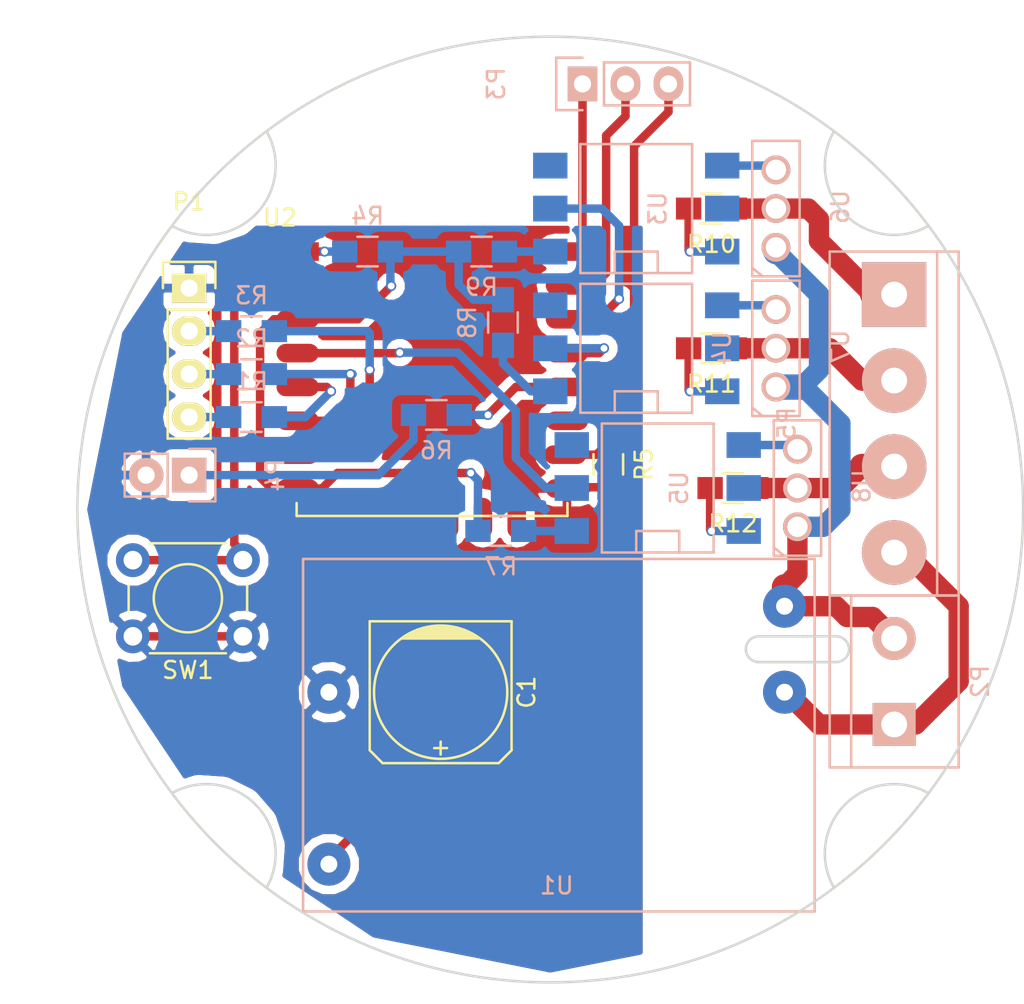
<source format=kicad_pcb>
(kicad_pcb (version 4) (host pcbnew 4.0.3+e1-6302~38~ubuntu14.04.1-stable)

  (general
    (links 53)
    (no_connects 0)
    (area 102.108 81.280666 162.660001 140.970001)
    (thickness 1.6)
    (drawings 12)
    (tracks 173)
    (zones 0)
    (modules 28)
    (nets 40)
  )

  (page A4)
  (layers
    (0 F.Cu signal)
    (31 B.Cu signal)
    (32 B.Adhes user)
    (33 F.Adhes user)
    (34 B.Paste user)
    (35 F.Paste user)
    (36 B.SilkS user)
    (37 F.SilkS user)
    (38 B.Mask user)
    (39 F.Mask user)
    (40 Dwgs.User user hide)
    (41 Cmts.User user)
    (42 Eco1.User user)
    (43 Eco2.User user)
    (44 Edge.Cuts user)
    (45 Margin user)
    (46 B.CrtYd user)
    (47 F.CrtYd user)
    (48 B.Fab user)
    (49 F.Fab user)
  )

  (setup
    (last_trace_width 0.5)
    (trace_clearance 0.2)
    (zone_clearance 0.508)
    (zone_45_only yes)
    (trace_min 0.2)
    (segment_width 0.2)
    (edge_width 0.15)
    (via_size 0.6)
    (via_drill 0.4)
    (via_min_size 0.4)
    (via_min_drill 0.3)
    (uvia_size 0.3)
    (uvia_drill 0.1)
    (uvias_allowed no)
    (uvia_min_size 0.2)
    (uvia_min_drill 0.1)
    (pcb_text_width 0.3)
    (pcb_text_size 1.5 1.5)
    (mod_edge_width 0.15)
    (mod_text_size 1 1)
    (mod_text_width 0.15)
    (pad_size 1.524 1.524)
    (pad_drill 0.762)
    (pad_to_mask_clearance 0.2)
    (aux_axis_origin 121.539 122.555)
    (grid_origin 134.62 111.76)
    (visible_elements FFFFEF7F)
    (pcbplotparams
      (layerselection 0x00030_80000001)
      (usegerberextensions false)
      (excludeedgelayer true)
      (linewidth 0.150000)
      (plotframeref false)
      (viasonmask false)
      (mode 1)
      (useauxorigin false)
      (hpglpennumber 1)
      (hpglpenspeed 20)
      (hpglpendiameter 15)
      (hpglpenoverlay 2)
      (psnegative false)
      (psa4output false)
      (plotreference true)
      (plotvalue true)
      (plotinvisibletext false)
      (padsonsilk false)
      (subtractmaskfromsilk false)
      (outputformat 1)
      (mirror false)
      (drillshape 0)
      (scaleselection 1)
      (outputdirectory /home/yskriyka/Documents/))
  )

  (net 0 "")
  (net 1 "Net-(P2-Pad1)")
  (net 2 "Net-(P2-Pad2)")
  (net 3 "Net-(P3-Pad1)")
  (net 4 "Net-(P3-Pad2)")
  (net 5 GND)
  (net 6 "Net-(P4-Pad1)")
  (net 7 /LOAD_2)
  (net 8 /LOAD_3)
  (net 9 /LOAD_1)
  (net 10 "Net-(R4-Pad2)")
  (net 11 +3V3)
  (net 12 "Net-(U2-Pad2)")
  (net 13 "Net-(U2-Pad4)")
  (net 14 "Net-(R1-Pad1)")
  (net 15 "Net-(R2-Pad1)")
  (net 16 "Net-(R3-Pad1)")
  (net 17 "Net-(U2-Pad9)")
  (net 18 "Net-(U2-Pad10)")
  (net 19 "Net-(U2-Pad11)")
  (net 20 "Net-(U2-Pad12)")
  (net 21 "Net-(U2-Pad13)")
  (net 22 "Net-(U2-Pad14)")
  (net 23 "Net-(R5-Pad1)")
  (net 24 "Net-(U2-Pad17)")
  (net 25 "Net-(R6-Pad2)")
  (net 26 "Net-(U2-Pad19)")
  (net 27 "Net-(U2-Pad20)")
  (net 28 "Net-(R9-Pad2)")
  (net 29 "Net-(U3-Pad4)")
  (net 30 "Net-(R10-Pad2)")
  (net 31 "Net-(R8-Pad2)")
  (net 32 "Net-(U4-Pad4)")
  (net 33 "Net-(R11-Pad2)")
  (net 34 "Net-(R7-Pad2)")
  (net 35 "Net-(U5-Pad4)")
  (net 36 "Net-(R12-Pad2)")
  (net 37 "Net-(P1-Pad2)")
  (net 38 "Net-(P1-Pad3)")
  (net 39 "Net-(P1-Pad4)")

  (net_class Default "This is the default net class."
    (clearance 0.2)
    (trace_width 0.5)
    (via_dia 0.6)
    (via_drill 0.4)
    (uvia_dia 0.3)
    (uvia_drill 0.1)
    (add_net +3V3)
    (add_net GND)
    (add_net "Net-(P1-Pad2)")
    (add_net "Net-(P1-Pad3)")
    (add_net "Net-(P1-Pad4)")
    (add_net "Net-(P3-Pad1)")
    (add_net "Net-(P3-Pad2)")
    (add_net "Net-(P4-Pad1)")
    (add_net "Net-(R1-Pad1)")
    (add_net "Net-(R10-Pad2)")
    (add_net "Net-(R11-Pad2)")
    (add_net "Net-(R12-Pad2)")
    (add_net "Net-(R2-Pad1)")
    (add_net "Net-(R3-Pad1)")
    (add_net "Net-(R4-Pad2)")
    (add_net "Net-(R5-Pad1)")
    (add_net "Net-(R6-Pad2)")
    (add_net "Net-(R7-Pad2)")
    (add_net "Net-(R8-Pad2)")
    (add_net "Net-(R9-Pad2)")
    (add_net "Net-(U2-Pad10)")
    (add_net "Net-(U2-Pad11)")
    (add_net "Net-(U2-Pad12)")
    (add_net "Net-(U2-Pad13)")
    (add_net "Net-(U2-Pad14)")
    (add_net "Net-(U2-Pad17)")
    (add_net "Net-(U2-Pad19)")
    (add_net "Net-(U2-Pad2)")
    (add_net "Net-(U2-Pad20)")
    (add_net "Net-(U2-Pad4)")
    (add_net "Net-(U2-Pad9)")
    (add_net "Net-(U3-Pad4)")
    (add_net "Net-(U4-Pad4)")
    (add_net "Net-(U5-Pad4)")
  )

  (net_class hi_voltage ""
    (clearance 0.5)
    (trace_width 0.5)
    (via_dia 0.6)
    (via_drill 0.4)
    (uvia_dia 0.3)
    (uvia_drill 0.1)
  )

  (net_class load ""
    (clearance 0.5)
    (trace_width 1.2)
    (via_dia 0.6)
    (via_drill 0.4)
    (uvia_dia 0.3)
    (uvia_drill 0.1)
    (add_net /LOAD_1)
    (add_net /LOAD_2)
    (add_net /LOAD_3)
    (add_net "Net-(P2-Pad1)")
    (add_net "Net-(P2-Pad2)")
  )

  (module my_footprints:AC_DC (layer B.Cu) (tedit 57BFF4E9) (tstamp 57C00CB2)
    (at 135.255 125.095 180)
    (descr "Switching power supply")
    (tags ACDC)
    (path /57C00DE8)
    (fp_text reference U1 (at 0.254 -8.89 180) (layer B.SilkS)
      (effects (font (size 1 1) (thickness 0.15)) (justify mirror))
    )
    (fp_text value AC-DC (at -0.508 8.128 180) (layer B.Fab)
      (effects (font (size 1 1) (thickness 0.15)) (justify mirror))
    )
    (fp_line (start -14.986 -10.414) (end 15.24 -10.414) (layer B.SilkS) (width 0.15))
    (fp_line (start 15.24 10.414) (end -14.986 10.414) (layer B.SilkS) (width 0.15))
    (fp_line (start 15.24 10.414) (end 15.24 -10.414) (layer B.SilkS) (width 0.15))
    (fp_line (start -14.986 10.414) (end -14.986 -10.414) (layer B.SilkS) (width 0.15))
    (pad 1 thru_hole circle (at -13.208 7.62 180) (size 2.54 2.54) (drill 1) (layers *.Cu *.Mask)
      (net 2 "Net-(P2-Pad2)"))
    (pad 2 thru_hole circle (at -13.208 2.54 180) (size 2.54 2.54) (drill 1) (layers *.Cu *.Mask)
      (net 1 "Net-(P2-Pad1)"))
    (pad 3 thru_hole circle (at 13.716 -7.62 180) (size 2.54 2.54) (drill 1) (layers *.Cu *.Mask)
      (net 11 +3V3))
    (pad 4 thru_hole circle (at 13.716 2.54 180) (size 2.54 2.54) (drill 1) (layers *.Cu *.Mask)
      (net 5 GND))
  )

  (module Connect:bornier2 (layer B.Cu) (tedit 0) (tstamp 57C00C58)
    (at 154.94 121.92 90)
    (descr "Bornier d'alimentation 2 pins")
    (tags DEV)
    (path /57382F4C)
    (fp_text reference P2 (at 0 5.08 90) (layer B.SilkS)
      (effects (font (size 1 1) (thickness 0.15)) (justify mirror))
    )
    (fp_text value CONN_01X02 (at 0 -5.08 90) (layer B.Fab)
      (effects (font (size 1 1) (thickness 0.15)) (justify mirror))
    )
    (fp_line (start 5.08 -2.54) (end -5.08 -2.54) (layer B.SilkS) (width 0.15))
    (fp_line (start 5.08 -3.81) (end 5.08 3.81) (layer B.SilkS) (width 0.15))
    (fp_line (start 5.08 3.81) (end -5.08 3.81) (layer B.SilkS) (width 0.15))
    (fp_line (start -5.08 3.81) (end -5.08 -3.81) (layer B.SilkS) (width 0.15))
    (fp_line (start -5.08 -3.81) (end 5.08 -3.81) (layer B.SilkS) (width 0.15))
    (pad 1 thru_hole rect (at -2.54 0 90) (size 2.54 2.54) (drill 1.524) (layers *.Cu *.Mask B.SilkS)
      (net 1 "Net-(P2-Pad1)"))
    (pad 2 thru_hole circle (at 2.54 0 90) (size 2.54 2.54) (drill 1.524) (layers *.Cu *.Mask B.SilkS)
      (net 2 "Net-(P2-Pad2)"))
    (model Connect.3dshapes/bornier2.wrl
      (at (xyz 0 0 0))
      (scale (xyz 1 1 1))
      (rotate (xyz 0 0 0))
    )
  )

  (module Pin_Headers:Pin_Header_Straight_1x03 (layer B.Cu) (tedit 0) (tstamp 57C00C6A)
    (at 136.525 86.614 270)
    (descr "Through hole pin header")
    (tags "pin header")
    (path /57370A9C)
    (fp_text reference P3 (at 0 5.1 270) (layer B.SilkS)
      (effects (font (size 1 1) (thickness 0.15)) (justify mirror))
    )
    (fp_text value CONN_01X03 (at 0 3.1 270) (layer B.Fab)
      (effects (font (size 1 1) (thickness 0.15)) (justify mirror))
    )
    (fp_line (start -1.75 1.75) (end -1.75 -6.85) (layer B.CrtYd) (width 0.05))
    (fp_line (start 1.75 1.75) (end 1.75 -6.85) (layer B.CrtYd) (width 0.05))
    (fp_line (start -1.75 1.75) (end 1.75 1.75) (layer B.CrtYd) (width 0.05))
    (fp_line (start -1.75 -6.85) (end 1.75 -6.85) (layer B.CrtYd) (width 0.05))
    (fp_line (start -1.27 -1.27) (end -1.27 -6.35) (layer B.SilkS) (width 0.15))
    (fp_line (start -1.27 -6.35) (end 1.27 -6.35) (layer B.SilkS) (width 0.15))
    (fp_line (start 1.27 -6.35) (end 1.27 -1.27) (layer B.SilkS) (width 0.15))
    (fp_line (start 1.55 1.55) (end 1.55 0) (layer B.SilkS) (width 0.15))
    (fp_line (start 1.27 -1.27) (end -1.27 -1.27) (layer B.SilkS) (width 0.15))
    (fp_line (start -1.55 0) (end -1.55 1.55) (layer B.SilkS) (width 0.15))
    (fp_line (start -1.55 1.55) (end 1.55 1.55) (layer B.SilkS) (width 0.15))
    (pad 1 thru_hole rect (at 0 0 270) (size 2.032 1.7272) (drill 1.016) (layers *.Cu *.Mask B.SilkS)
      (net 3 "Net-(P3-Pad1)"))
    (pad 2 thru_hole oval (at 0 -2.54 270) (size 2.032 1.7272) (drill 1.016) (layers *.Cu *.Mask B.SilkS)
      (net 4 "Net-(P3-Pad2)"))
    (pad 3 thru_hole oval (at 0 -5.08 270) (size 2.032 1.7272) (drill 1.016) (layers *.Cu *.Mask B.SilkS)
      (net 5 GND))
    (model Pin_Headers.3dshapes/Pin_Header_Straight_1x03.wrl
      (at (xyz 0 -0.1 0))
      (scale (xyz 1 1 1))
      (rotate (xyz 0 0 90))
    )
  )

  (module Pin_Headers:Pin_Header_Straight_1x02 (layer B.Cu) (tedit 54EA090C) (tstamp 57C00C7B)
    (at 113.284 109.728 90)
    (descr "Through hole pin header")
    (tags "pin header")
    (path /57376F39)
    (fp_text reference P4 (at 0 5.1 90) (layer B.SilkS)
      (effects (font (size 1 1) (thickness 0.15)) (justify mirror))
    )
    (fp_text value "BOOT JUMPER" (at 0 3.1 90) (layer B.Fab)
      (effects (font (size 1 1) (thickness 0.15)) (justify mirror))
    )
    (fp_line (start 1.27 -1.27) (end 1.27 -3.81) (layer B.SilkS) (width 0.15))
    (fp_line (start 1.55 1.55) (end 1.55 0) (layer B.SilkS) (width 0.15))
    (fp_line (start -1.75 1.75) (end -1.75 -4.3) (layer B.CrtYd) (width 0.05))
    (fp_line (start 1.75 1.75) (end 1.75 -4.3) (layer B.CrtYd) (width 0.05))
    (fp_line (start -1.75 1.75) (end 1.75 1.75) (layer B.CrtYd) (width 0.05))
    (fp_line (start -1.75 -4.3) (end 1.75 -4.3) (layer B.CrtYd) (width 0.05))
    (fp_line (start 1.27 -1.27) (end -1.27 -1.27) (layer B.SilkS) (width 0.15))
    (fp_line (start -1.55 0) (end -1.55 1.55) (layer B.SilkS) (width 0.15))
    (fp_line (start -1.55 1.55) (end 1.55 1.55) (layer B.SilkS) (width 0.15))
    (fp_line (start -1.27 -1.27) (end -1.27 -3.81) (layer B.SilkS) (width 0.15))
    (fp_line (start -1.27 -3.81) (end 1.27 -3.81) (layer B.SilkS) (width 0.15))
    (pad 1 thru_hole rect (at 0 0 90) (size 2.032 2.032) (drill 1.016) (layers *.Cu *.Mask B.SilkS)
      (net 6 "Net-(P4-Pad1)"))
    (pad 2 thru_hole oval (at 0 -2.54 90) (size 2.032 2.032) (drill 1.016) (layers *.Cu *.Mask B.SilkS)
      (net 5 GND))
    (model Pin_Headers.3dshapes/Pin_Header_Straight_1x02.wrl
      (at (xyz 0 -0.05 0))
      (scale (xyz 1 1 1))
      (rotate (xyz 0 0 90))
    )
  )

  (module Connect:bornier4 (layer B.Cu) (tedit 0) (tstamp 57C00C88)
    (at 154.94 106.68 270)
    (descr "Bornier d'alimentation 4 pins")
    (tags DEV)
    (path /5737A9DB)
    (fp_text reference P5 (at 0 6.35 270) (layer B.SilkS)
      (effects (font (size 1 1) (thickness 0.15)) (justify mirror))
    )
    (fp_text value CONN_01X04 (at 0 -5.08 270) (layer B.Fab)
      (effects (font (size 1 1) (thickness 0.15)) (justify mirror))
    )
    (fp_line (start -10.16 3.81) (end -10.16 -3.81) (layer B.SilkS) (width 0.15))
    (fp_line (start 10.16 -3.81) (end 10.16 3.81) (layer B.SilkS) (width 0.15))
    (fp_line (start 10.16 -2.54) (end -10.16 -2.54) (layer B.SilkS) (width 0.15))
    (fp_line (start -10.16 3.81) (end 10.16 3.81) (layer B.SilkS) (width 0.15))
    (fp_line (start -10.16 -3.81) (end 10.16 -3.81) (layer B.SilkS) (width 0.15))
    (pad 2 thru_hole circle (at -2.54 0 270) (size 3.81 3.81) (drill 1.524) (layers *.Cu *.Mask B.SilkS)
      (net 7 /LOAD_2))
    (pad 3 thru_hole circle (at 2.54 0 270) (size 3.81 3.81) (drill 1.524) (layers *.Cu *.Mask B.SilkS)
      (net 8 /LOAD_3))
    (pad 1 thru_hole rect (at -7.62 0 270) (size 3.81 3.81) (drill 1.524) (layers *.Cu *.Mask B.SilkS)
      (net 9 /LOAD_1))
    (pad 4 thru_hole circle (at 7.62 0 270) (size 3.81 3.81) (drill 1.524) (layers *.Cu *.Mask B.SilkS)
      (net 1 "Net-(P2-Pad1)"))
    (model Connect.3dshapes/bornier4.wrl
      (at (xyz 0 0 0))
      (scale (xyz 1 1 1))
      (rotate (xyz 0 0 0))
    )
  )

  (module Buttons_Switches_ThroughHole:SW_PUSH_6mm (layer F.Cu) (tedit 57BABF74) (tstamp 57C00CA6)
    (at 116.459 119.253 180)
    (descr https://www.omron.com/ecb/products/pdf/en-b3f.pdf)
    (tags "tact sw push 6mm")
    (path /57370D0F)
    (fp_text reference SW1 (at 3.25 -2 180) (layer F.SilkS)
      (effects (font (size 1 1) (thickness 0.15)))
    )
    (fp_text value SPST (at 3.75 6.7 180) (layer F.Fab)
      (effects (font (size 1 1) (thickness 0.15)))
    )
    (fp_line (start 3.25 -0.75) (end 6.25 -0.75) (layer F.Fab) (width 0.15))
    (fp_line (start 6.25 -0.75) (end 6.25 5.25) (layer F.Fab) (width 0.15))
    (fp_line (start 6.25 5.25) (end 0.25 5.25) (layer F.Fab) (width 0.15))
    (fp_line (start 0.25 5.25) (end 0.25 -0.75) (layer F.Fab) (width 0.15))
    (fp_line (start 0.25 -0.75) (end 3.25 -0.75) (layer F.Fab) (width 0.15))
    (fp_line (start 7.75 6) (end 8 6) (layer F.CrtYd) (width 0.05))
    (fp_line (start 8 6) (end 8 5.75) (layer F.CrtYd) (width 0.05))
    (fp_line (start 7.75 -1.5) (end 8 -1.5) (layer F.CrtYd) (width 0.05))
    (fp_line (start 8 -1.5) (end 8 -1.25) (layer F.CrtYd) (width 0.05))
    (fp_line (start -1.5 -1.25) (end -1.5 -1.5) (layer F.CrtYd) (width 0.05))
    (fp_line (start -1.5 -1.5) (end -1.25 -1.5) (layer F.CrtYd) (width 0.05))
    (fp_line (start -1.5 5.75) (end -1.5 6) (layer F.CrtYd) (width 0.05))
    (fp_line (start -1.5 6) (end -1.25 6) (layer F.CrtYd) (width 0.05))
    (fp_circle (center 3.25 2.25) (end 1.25 2.5) (layer F.SilkS) (width 0.15))
    (fp_line (start -1.25 -1.5) (end 7.75 -1.5) (layer F.CrtYd) (width 0.05))
    (fp_line (start -1.5 5.75) (end -1.5 -1.25) (layer F.CrtYd) (width 0.05))
    (fp_line (start 7.75 6) (end -1.25 6) (layer F.CrtYd) (width 0.05))
    (fp_line (start 8 -1.25) (end 8 5.75) (layer F.CrtYd) (width 0.05))
    (fp_line (start 1 5.5) (end 5.5 5.5) (layer F.SilkS) (width 0.15))
    (fp_line (start -0.25 1.5) (end -0.25 3) (layer F.SilkS) (width 0.15))
    (fp_line (start 5.5 -1) (end 1 -1) (layer F.SilkS) (width 0.15))
    (fp_line (start 6.75 3) (end 6.75 1.5) (layer F.SilkS) (width 0.15))
    (pad 2 thru_hole circle (at 0 4.5 270) (size 2 2) (drill 1.1) (layers *.Cu *.Mask)
      (net 10 "Net-(R4-Pad2)"))
    (pad 1 thru_hole circle (at 0 0 270) (size 2 2) (drill 1.1) (layers *.Cu *.Mask)
      (net 5 GND))
    (pad 2 thru_hole circle (at 6.5 4.5 270) (size 2 2) (drill 1.1) (layers *.Cu *.Mask)
      (net 10 "Net-(R4-Pad2)"))
    (pad 1 thru_hole circle (at 6.5 0 270) (size 2 2) (drill 1.1) (layers *.Cu *.Mask)
      (net 5 GND))
  )

  (module my_footprints:DIP-6_SMD (layer B.Cu) (tedit 57BEF96C) (tstamp 57C00CF3)
    (at 139.7 93.98 90)
    (descr SMD-6)
    (tags "smd smd-6")
    (path /57C0073B)
    (attr smd)
    (fp_text reference U3 (at 0 1.27 90) (layer B.SilkS)
      (effects (font (size 1 1) (thickness 0.15)) (justify mirror))
    )
    (fp_text value MOC3021S (at 0 -1.27 90) (layer B.Fab)
      (effects (font (size 1 1) (thickness 0.15)) (justify mirror))
    )
    (fp_line (start -3.81 0) (end -3.81 3.302) (layer B.SilkS) (width 0.15))
    (fp_line (start -3.81 -3.302) (end -3.81 0) (layer B.SilkS) (width 0.15))
    (fp_line (start 3.81 -3.302) (end 3.81 0) (layer B.SilkS) (width 0.15))
    (fp_line (start 3.81 0) (end 3.81 3.302) (layer B.SilkS) (width 0.15))
    (fp_line (start -3.81 3.302) (end 3.81 3.302) (layer B.SilkS) (width 0.15))
    (fp_line (start -3.81 -3.302) (end 3.81 -3.302) (layer B.SilkS) (width 0.15))
    (fp_line (start -3.81 1.27) (end -2.54 1.27) (layer B.SilkS) (width 0.15))
    (fp_line (start -2.54 1.27) (end -2.54 -1.27) (layer B.SilkS) (width 0.15))
    (fp_line (start -2.54 -1.27) (end -3.81 -1.27) (layer B.SilkS) (width 0.15))
    (pad 1 smd rect (at -2.54 -5.08 90) (size 1.524 2.032) (layers B.Cu B.Paste B.Mask)
      (net 28 "Net-(R9-Pad2)"))
    (pad 2 smd rect (at 0 -5.08 90) (size 1.524 2.032) (layers B.Cu B.Paste B.Mask)
      (net 27 "Net-(U2-Pad20)"))
    (pad 3 smd rect (at 2.54 -5.08 90) (size 1.524 2.032) (layers B.Cu B.Paste B.Mask))
    (pad 4 smd rect (at 2.54 5.08 90) (size 1.524 2.032) (layers B.Cu B.Paste B.Mask)
      (net 29 "Net-(U3-Pad4)"))
    (pad 5 smd rect (at 0 5.08 90) (size 1.524 2.032) (layers B.Cu B.Paste B.Mask))
    (pad 6 smd rect (at -2.54 5.08 90) (size 1.524 2.032) (layers B.Cu B.Paste B.Mask)
      (net 30 "Net-(R10-Pad2)"))
    (model SMD_Packages.3dshapes/DIP-8_SMD.wrl
      (at (xyz 0 0 0))
      (scale (xyz 1 0.5 0.8))
      (rotate (xyz 0 0 0))
    )
  )

  (module my_footprints:DIP-6_SMD (layer B.Cu) (tedit 57C00DBE) (tstamp 57C00D06)
    (at 139.7 102.235 90)
    (descr SMD-6)
    (tags "smd smd-6")
    (path /57C007CE)
    (attr smd)
    (fp_text reference U4 (at 0 5.08 90) (layer B.SilkS)
      (effects (font (size 1 1) (thickness 0.15)) (justify mirror))
    )
    (fp_text value MOC3021S (at 0 -1.27 90) (layer B.Fab)
      (effects (font (size 1 1) (thickness 0.15)) (justify mirror))
    )
    (fp_line (start -3.81 0) (end -3.81 3.302) (layer B.SilkS) (width 0.15))
    (fp_line (start -3.81 -3.302) (end -3.81 0) (layer B.SilkS) (width 0.15))
    (fp_line (start 3.81 -3.302) (end 3.81 0) (layer B.SilkS) (width 0.15))
    (fp_line (start 3.81 0) (end 3.81 3.302) (layer B.SilkS) (width 0.15))
    (fp_line (start -3.81 3.302) (end 3.81 3.302) (layer B.SilkS) (width 0.15))
    (fp_line (start -3.81 -3.302) (end 3.81 -3.302) (layer B.SilkS) (width 0.15))
    (fp_line (start -3.81 1.27) (end -2.54 1.27) (layer B.SilkS) (width 0.15))
    (fp_line (start -2.54 1.27) (end -2.54 -1.27) (layer B.SilkS) (width 0.15))
    (fp_line (start -2.54 -1.27) (end -3.81 -1.27) (layer B.SilkS) (width 0.15))
    (pad 1 smd rect (at -2.54 -5.08 90) (size 1.524 2.032) (layers B.Cu B.Paste B.Mask)
      (net 31 "Net-(R8-Pad2)"))
    (pad 2 smd rect (at 0 -5.08 90) (size 1.524 2.032) (layers B.Cu B.Paste B.Mask)
      (net 26 "Net-(U2-Pad19)"))
    (pad 3 smd rect (at 2.54 -5.08 90) (size 1.524 2.032) (layers B.Cu B.Paste B.Mask))
    (pad 4 smd rect (at 2.54 5.08 90) (size 1.524 2.032) (layers B.Cu B.Paste B.Mask)
      (net 32 "Net-(U4-Pad4)"))
    (pad 5 smd rect (at 0 5.08 90) (size 1.524 2.032) (layers B.Cu B.Paste B.Mask))
    (pad 6 smd rect (at -2.54 5.08 90) (size 1.524 2.032) (layers B.Cu B.Paste B.Mask)
      (net 33 "Net-(R11-Pad2)"))
    (model SMD_Packages.3dshapes/DIP-8_SMD.wrl
      (at (xyz 0 0 0))
      (scale (xyz 1 0.5 0.8))
      (rotate (xyz 0 0 0))
    )
  )

  (module my_footprints:DIP-6_SMD (layer B.Cu) (tedit 57BEF96C) (tstamp 57C00D19)
    (at 140.97 110.49 90)
    (descr SMD-6)
    (tags "smd smd-6")
    (path /57C00839)
    (attr smd)
    (fp_text reference U5 (at 0 1.27 90) (layer B.SilkS)
      (effects (font (size 1 1) (thickness 0.15)) (justify mirror))
    )
    (fp_text value MOC3021S (at 0 -1.27 90) (layer B.Fab)
      (effects (font (size 1 1) (thickness 0.15)) (justify mirror))
    )
    (fp_line (start -3.81 0) (end -3.81 3.302) (layer B.SilkS) (width 0.15))
    (fp_line (start -3.81 -3.302) (end -3.81 0) (layer B.SilkS) (width 0.15))
    (fp_line (start 3.81 -3.302) (end 3.81 0) (layer B.SilkS) (width 0.15))
    (fp_line (start 3.81 0) (end 3.81 3.302) (layer B.SilkS) (width 0.15))
    (fp_line (start -3.81 3.302) (end 3.81 3.302) (layer B.SilkS) (width 0.15))
    (fp_line (start -3.81 -3.302) (end 3.81 -3.302) (layer B.SilkS) (width 0.15))
    (fp_line (start -3.81 1.27) (end -2.54 1.27) (layer B.SilkS) (width 0.15))
    (fp_line (start -2.54 1.27) (end -2.54 -1.27) (layer B.SilkS) (width 0.15))
    (fp_line (start -2.54 -1.27) (end -3.81 -1.27) (layer B.SilkS) (width 0.15))
    (pad 1 smd rect (at -2.54 -5.08 90) (size 1.524 2.032) (layers B.Cu B.Paste B.Mask)
      (net 34 "Net-(R7-Pad2)"))
    (pad 2 smd rect (at 0 -5.08 90) (size 1.524 2.032) (layers B.Cu B.Paste B.Mask)
      (net 13 "Net-(U2-Pad4)"))
    (pad 3 smd rect (at 2.54 -5.08 90) (size 1.524 2.032) (layers B.Cu B.Paste B.Mask))
    (pad 4 smd rect (at 2.54 5.08 90) (size 1.524 2.032) (layers B.Cu B.Paste B.Mask)
      (net 35 "Net-(U5-Pad4)"))
    (pad 5 smd rect (at 0 5.08 90) (size 1.524 2.032) (layers B.Cu B.Paste B.Mask))
    (pad 6 smd rect (at -2.54 5.08 90) (size 1.524 2.032) (layers B.Cu B.Paste B.Mask)
      (net 36 "Net-(R12-Pad2)"))
    (model SMD_Packages.3dshapes/DIP-8_SMD.wrl
      (at (xyz 0 0 0))
      (scale (xyz 1 0.5 0.8))
      (rotate (xyz 0 0 0))
    )
  )

  (module TO_SOT_Packages_THT:SOT126_SOT32_Housing_Vertical (layer B.Cu) (tedit 0) (tstamp 57C00D25)
    (at 147.955 93.98 90)
    (descr "SOT126, SOT32, Housing, Vertical,")
    (tags "SOT126, SOT32, Housing, Vertical,")
    (path /5737958C)
    (fp_text reference U6 (at 0.09906 3.79984 90) (layer B.SilkS)
      (effects (font (size 1 1) (thickness 0.15)) (justify mirror))
    )
    (fp_text value TRIAC (at 0.70104 -4.30022 90) (layer B.Fab)
      (effects (font (size 1 1) (thickness 0.15)) (justify mirror))
    )
    (fp_line (start -4.0005 -0.8001) (end -3.50012 -1.39954) (layer B.SilkS) (width 0.15))
    (fp_line (start -4.0005 -1.39954) (end 4.0005 -1.39954) (layer B.SilkS) (width 0.15))
    (fp_line (start -4.0005 1.39954) (end 4.0005 1.39954) (layer B.SilkS) (width 0.15))
    (fp_line (start -4.0005 1.39954) (end -4.0005 -1.39954) (layer B.SilkS) (width 0.15))
    (fp_line (start 4.0005 1.39954) (end 4.0005 -1.39954) (layer B.SilkS) (width 0.15))
    (pad 2 thru_hole circle (at 0 0 90) (size 1.69926 1.69926) (drill 1.19888) (layers *.Cu *.Mask B.SilkS)
      (net 9 /LOAD_1))
    (pad 1 thru_hole circle (at -2.29108 0 90) (size 1.69926 1.69926) (drill 1.19888) (layers *.Cu *.Mask B.SilkS)
      (net 2 "Net-(P2-Pad2)"))
    (pad 3 thru_hole circle (at 2.29108 0 90) (size 1.69926 1.69926) (drill 1.19888) (layers *.Cu *.Mask B.SilkS)
      (net 29 "Net-(U3-Pad4)"))
    (model TO_SOT_Packages_THT.3dshapes/SOT126_SOT32_Housing_Vertical.wrl
      (at (xyz 0 0 0))
      (scale (xyz 0.3937 0.3937 0.3937))
      (rotate (xyz 0 0 0))
    )
  )

  (module TO_SOT_Packages_THT:SOT126_SOT32_Housing_Vertical (layer B.Cu) (tedit 0) (tstamp 57C00D31)
    (at 147.955 102.235 90)
    (descr "SOT126, SOT32, Housing, Vertical,")
    (tags "SOT126, SOT32, Housing, Vertical,")
    (path /5737A392)
    (fp_text reference U7 (at 0.09906 3.79984 90) (layer B.SilkS)
      (effects (font (size 1 1) (thickness 0.15)) (justify mirror))
    )
    (fp_text value TRIAC (at 0.70104 -4.30022 90) (layer B.Fab)
      (effects (font (size 1 1) (thickness 0.15)) (justify mirror))
    )
    (fp_line (start -4.0005 -0.8001) (end -3.50012 -1.39954) (layer B.SilkS) (width 0.15))
    (fp_line (start -4.0005 -1.39954) (end 4.0005 -1.39954) (layer B.SilkS) (width 0.15))
    (fp_line (start -4.0005 1.39954) (end 4.0005 1.39954) (layer B.SilkS) (width 0.15))
    (fp_line (start -4.0005 1.39954) (end -4.0005 -1.39954) (layer B.SilkS) (width 0.15))
    (fp_line (start 4.0005 1.39954) (end 4.0005 -1.39954) (layer B.SilkS) (width 0.15))
    (pad 2 thru_hole circle (at 0 0 90) (size 1.69926 1.69926) (drill 1.19888) (layers *.Cu *.Mask B.SilkS)
      (net 7 /LOAD_2))
    (pad 1 thru_hole circle (at -2.29108 0 90) (size 1.69926 1.69926) (drill 1.19888) (layers *.Cu *.Mask B.SilkS)
      (net 2 "Net-(P2-Pad2)"))
    (pad 3 thru_hole circle (at 2.29108 0 90) (size 1.69926 1.69926) (drill 1.19888) (layers *.Cu *.Mask B.SilkS)
      (net 32 "Net-(U4-Pad4)"))
    (model TO_SOT_Packages_THT.3dshapes/SOT126_SOT32_Housing_Vertical.wrl
      (at (xyz 0 0 0))
      (scale (xyz 0.3937 0.3937 0.3937))
      (rotate (xyz 0 0 0))
    )
  )

  (module TO_SOT_Packages_THT:SOT126_SOT32_Housing_Vertical (layer B.Cu) (tedit 0) (tstamp 57C00D3D)
    (at 149.225 110.49 90)
    (descr "SOT126, SOT32, Housing, Vertical,")
    (tags "SOT126, SOT32, Housing, Vertical,")
    (path /5737A551)
    (fp_text reference U8 (at 0.09906 3.79984 90) (layer B.SilkS)
      (effects (font (size 1 1) (thickness 0.15)) (justify mirror))
    )
    (fp_text value TRIAC (at 0.70104 -4.30022 90) (layer B.Fab)
      (effects (font (size 1 1) (thickness 0.15)) (justify mirror))
    )
    (fp_line (start -4.0005 -0.8001) (end -3.50012 -1.39954) (layer B.SilkS) (width 0.15))
    (fp_line (start -4.0005 -1.39954) (end 4.0005 -1.39954) (layer B.SilkS) (width 0.15))
    (fp_line (start -4.0005 1.39954) (end 4.0005 1.39954) (layer B.SilkS) (width 0.15))
    (fp_line (start -4.0005 1.39954) (end -4.0005 -1.39954) (layer B.SilkS) (width 0.15))
    (fp_line (start 4.0005 1.39954) (end 4.0005 -1.39954) (layer B.SilkS) (width 0.15))
    (pad 2 thru_hole circle (at 0 0 90) (size 1.69926 1.69926) (drill 1.19888) (layers *.Cu *.Mask B.SilkS)
      (net 8 /LOAD_3))
    (pad 1 thru_hole circle (at -2.29108 0 90) (size 1.69926 1.69926) (drill 1.19888) (layers *.Cu *.Mask B.SilkS)
      (net 2 "Net-(P2-Pad2)"))
    (pad 3 thru_hole circle (at 2.29108 0 90) (size 1.69926 1.69926) (drill 1.19888) (layers *.Cu *.Mask B.SilkS)
      (net 35 "Net-(U5-Pad4)"))
    (model TO_SOT_Packages_THT.3dshapes/SOT126_SOT32_Housing_Vertical.wrl
      (at (xyz 0 0 0))
      (scale (xyz 0.3937 0.3937 0.3937))
      (rotate (xyz 0 0 0))
    )
  )

  (module Capacitors_SMD:c_elec_8x10 (layer F.Cu) (tedit 55729723) (tstamp 57C0114B)
    (at 128.143 122.555 270)
    (descr "SMT capacitor, aluminium electrolytic, 8x10")
    (path /57378795)
    (attr smd)
    (fp_text reference C1 (at 0 -5.08 270) (layer F.SilkS)
      (effects (font (size 1 1) (thickness 0.15)))
    )
    (fp_text value 1000u (at 0 5.08 270) (layer F.Fab)
      (effects (font (size 1 1) (thickness 0.15)))
    )
    (fp_line (start -5.35 -4.55) (end 5.35 -4.55) (layer F.CrtYd) (width 0.05))
    (fp_line (start 5.35 -4.55) (end 5.35 4.55) (layer F.CrtYd) (width 0.05))
    (fp_line (start 5.35 4.55) (end -5.35 4.55) (layer F.CrtYd) (width 0.05))
    (fp_line (start -5.35 4.55) (end -5.35 -4.55) (layer F.CrtYd) (width 0.05))
    (fp_line (start -3.81 -1.016) (end -3.81 1.016) (layer F.SilkS) (width 0.15))
    (fp_line (start -3.683 1.397) (end -3.683 -1.397) (layer F.SilkS) (width 0.15))
    (fp_line (start -3.556 -1.651) (end -3.556 1.651) (layer F.SilkS) (width 0.15))
    (fp_line (start -3.429 1.905) (end -3.429 -1.905) (layer F.SilkS) (width 0.15))
    (fp_line (start -3.302 2.032) (end -3.302 -2.032) (layer F.SilkS) (width 0.15))
    (fp_line (start -3.175 -2.286) (end -3.175 2.286) (layer F.SilkS) (width 0.15))
    (fp_line (start -4.191 -4.191) (end -4.191 4.191) (layer F.SilkS) (width 0.15))
    (fp_line (start -4.191 4.191) (end 3.429 4.191) (layer F.SilkS) (width 0.15))
    (fp_line (start 3.429 4.191) (end 4.191 3.429) (layer F.SilkS) (width 0.15))
    (fp_line (start 4.191 3.429) (end 4.191 -3.429) (layer F.SilkS) (width 0.15))
    (fp_line (start 4.191 -3.429) (end 3.429 -4.191) (layer F.SilkS) (width 0.15))
    (fp_line (start 3.429 -4.191) (end -4.191 -4.191) (layer F.SilkS) (width 0.15))
    (fp_line (start 3.683 0) (end 2.921 0) (layer F.SilkS) (width 0.15))
    (fp_line (start 3.302 -0.381) (end 3.302 0.381) (layer F.SilkS) (width 0.15))
    (fp_circle (center 0 0) (end 3.937 0) (layer F.SilkS) (width 0.15))
    (pad 1 smd rect (at 3.2512 0 270) (size 3.50012 2.4003) (layers F.Cu F.Paste F.Mask)
      (net 11 +3V3))
    (pad 2 smd rect (at -3.2512 0 270) (size 3.50012 2.4003) (layers F.Cu F.Paste F.Mask)
      (net 5 GND))
    (model Capacitors_SMD.3dshapes/c_elec_8x10.wrl
      (at (xyz 0 0 0))
      (scale (xyz 1 1 1))
      (rotate (xyz 0 0 0))
    )
  )

  (module Pin_Headers:Pin_Header_Straight_1x04 (layer F.Cu) (tedit 0) (tstamp 57C0115E)
    (at 113.284 98.679)
    (descr "Through hole pin header")
    (tags "pin header")
    (path /57C0190D)
    (fp_text reference P1 (at 0 -5.1) (layer F.SilkS)
      (effects (font (size 1 1) (thickness 0.15)))
    )
    (fp_text value CONN_01X04 (at 0 -3.1) (layer F.Fab)
      (effects (font (size 1 1) (thickness 0.15)))
    )
    (fp_line (start -1.75 -1.75) (end -1.75 9.4) (layer F.CrtYd) (width 0.05))
    (fp_line (start 1.75 -1.75) (end 1.75 9.4) (layer F.CrtYd) (width 0.05))
    (fp_line (start -1.75 -1.75) (end 1.75 -1.75) (layer F.CrtYd) (width 0.05))
    (fp_line (start -1.75 9.4) (end 1.75 9.4) (layer F.CrtYd) (width 0.05))
    (fp_line (start -1.27 1.27) (end -1.27 8.89) (layer F.SilkS) (width 0.15))
    (fp_line (start 1.27 1.27) (end 1.27 8.89) (layer F.SilkS) (width 0.15))
    (fp_line (start 1.55 -1.55) (end 1.55 0) (layer F.SilkS) (width 0.15))
    (fp_line (start -1.27 8.89) (end 1.27 8.89) (layer F.SilkS) (width 0.15))
    (fp_line (start 1.27 1.27) (end -1.27 1.27) (layer F.SilkS) (width 0.15))
    (fp_line (start -1.55 0) (end -1.55 -1.55) (layer F.SilkS) (width 0.15))
    (fp_line (start -1.55 -1.55) (end 1.55 -1.55) (layer F.SilkS) (width 0.15))
    (pad 1 thru_hole rect (at 0 0) (size 2.032 1.7272) (drill 1.016) (layers *.Cu *.Mask F.SilkS)
      (net 5 GND))
    (pad 2 thru_hole oval (at 0 2.54) (size 2.032 1.7272) (drill 1.016) (layers *.Cu *.Mask F.SilkS)
      (net 37 "Net-(P1-Pad2)"))
    (pad 3 thru_hole oval (at 0 5.08) (size 2.032 1.7272) (drill 1.016) (layers *.Cu *.Mask F.SilkS)
      (net 38 "Net-(P1-Pad3)"))
    (pad 4 thru_hole oval (at 0 7.62) (size 2.032 1.7272) (drill 1.016) (layers *.Cu *.Mask F.SilkS)
      (net 39 "Net-(P1-Pad4)"))
    (model Pin_Headers.3dshapes/Pin_Header_Straight_1x04.wrl
      (at (xyz 0 -0.15 0))
      (scale (xyz 1 1 1))
      (rotate (xyz 0 0 90))
    )
  )

  (module Resistors_SMD:R_0805_HandSoldering (layer B.Cu) (tedit 54189DEE) (tstamp 57C0116A)
    (at 116.967 106.299 180)
    (descr "Resistor SMD 0805, hand soldering")
    (tags "resistor 0805")
    (path /57376C28)
    (attr smd)
    (fp_text reference R1 (at 0 2.1 180) (layer B.SilkS)
      (effects (font (size 1 1) (thickness 0.15)) (justify mirror))
    )
    (fp_text value 1k (at 0 -2.1 180) (layer B.Fab)
      (effects (font (size 1 1) (thickness 0.15)) (justify mirror))
    )
    (fp_line (start -2.4 1) (end 2.4 1) (layer B.CrtYd) (width 0.05))
    (fp_line (start -2.4 -1) (end 2.4 -1) (layer B.CrtYd) (width 0.05))
    (fp_line (start -2.4 1) (end -2.4 -1) (layer B.CrtYd) (width 0.05))
    (fp_line (start 2.4 1) (end 2.4 -1) (layer B.CrtYd) (width 0.05))
    (fp_line (start 0.6 -0.875) (end -0.6 -0.875) (layer B.SilkS) (width 0.15))
    (fp_line (start -0.6 0.875) (end 0.6 0.875) (layer B.SilkS) (width 0.15))
    (pad 1 smd rect (at -1.35 0 180) (size 1.5 1.3) (layers B.Cu B.Paste B.Mask)
      (net 14 "Net-(R1-Pad1)"))
    (pad 2 smd rect (at 1.35 0 180) (size 1.5 1.3) (layers B.Cu B.Paste B.Mask)
      (net 39 "Net-(P1-Pad4)"))
    (model Resistors_SMD.3dshapes/R_0805_HandSoldering.wrl
      (at (xyz 0 0 0))
      (scale (xyz 1 1 1))
      (rotate (xyz 0 0 0))
    )
  )

  (module Resistors_SMD:R_0805_HandSoldering (layer B.Cu) (tedit 57C03C5C) (tstamp 57C01176)
    (at 116.967 103.759 180)
    (descr "Resistor SMD 0805, hand soldering")
    (tags "resistor 0805")
    (path /57376BAB)
    (attr smd)
    (fp_text reference R2 (at 0 2.1 180) (layer B.SilkS)
      (effects (font (size 1 1) (thickness 0.15)) (justify mirror))
    )
    (fp_text value 1k (at 0 -2.1 270) (layer B.Fab)
      (effects (font (size 1 1) (thickness 0.15)) (justify mirror))
    )
    (fp_line (start -2.4 1) (end 2.4 1) (layer B.CrtYd) (width 0.05))
    (fp_line (start -2.4 -1) (end 2.4 -1) (layer B.CrtYd) (width 0.05))
    (fp_line (start -2.4 1) (end -2.4 -1) (layer B.CrtYd) (width 0.05))
    (fp_line (start 2.4 1) (end 2.4 -1) (layer B.CrtYd) (width 0.05))
    (fp_line (start 0.6 -0.875) (end -0.6 -0.875) (layer B.SilkS) (width 0.15))
    (fp_line (start -0.6 0.875) (end 0.6 0.875) (layer B.SilkS) (width 0.15))
    (pad 1 smd rect (at -1.35 0 180) (size 1.5 1.3) (layers B.Cu B.Paste B.Mask)
      (net 15 "Net-(R2-Pad1)"))
    (pad 2 smd rect (at 1.35 0 180) (size 1.5 1.3) (layers B.Cu B.Paste B.Mask)
      (net 38 "Net-(P1-Pad3)"))
    (model Resistors_SMD.3dshapes/R_0805_HandSoldering.wrl
      (at (xyz 0 0 0))
      (scale (xyz 1 1 1))
      (rotate (xyz 0 0 0))
    )
  )

  (module Resistors_SMD:R_0805_HandSoldering (layer B.Cu) (tedit 54189DEE) (tstamp 57C01182)
    (at 116.967 101.219 180)
    (descr "Resistor SMD 0805, hand soldering")
    (tags "resistor 0805")
    (path /57376B6A)
    (attr smd)
    (fp_text reference R3 (at 0 2.1 180) (layer B.SilkS)
      (effects (font (size 1 1) (thickness 0.15)) (justify mirror))
    )
    (fp_text value 1k (at 0 -2.1 180) (layer B.Fab)
      (effects (font (size 1 1) (thickness 0.15)) (justify mirror))
    )
    (fp_line (start -2.4 1) (end 2.4 1) (layer B.CrtYd) (width 0.05))
    (fp_line (start -2.4 -1) (end 2.4 -1) (layer B.CrtYd) (width 0.05))
    (fp_line (start -2.4 1) (end -2.4 -1) (layer B.CrtYd) (width 0.05))
    (fp_line (start 2.4 1) (end 2.4 -1) (layer B.CrtYd) (width 0.05))
    (fp_line (start 0.6 -0.875) (end -0.6 -0.875) (layer B.SilkS) (width 0.15))
    (fp_line (start -0.6 0.875) (end 0.6 0.875) (layer B.SilkS) (width 0.15))
    (pad 1 smd rect (at -1.35 0 180) (size 1.5 1.3) (layers B.Cu B.Paste B.Mask)
      (net 16 "Net-(R3-Pad1)"))
    (pad 2 smd rect (at 1.35 0 180) (size 1.5 1.3) (layers B.Cu B.Paste B.Mask)
      (net 37 "Net-(P1-Pad2)"))
    (model Resistors_SMD.3dshapes/R_0805_HandSoldering.wrl
      (at (xyz 0 0 0))
      (scale (xyz 1 1 1))
      (rotate (xyz 0 0 0))
    )
  )

  (module Resistors_SMD:R_0805_HandSoldering (layer B.Cu) (tedit 54189DEE) (tstamp 57C0118E)
    (at 123.825 96.52 180)
    (descr "Resistor SMD 0805, hand soldering")
    (tags "resistor 0805")
    (path /57C04DB7)
    (attr smd)
    (fp_text reference R4 (at 0 2.1 180) (layer B.SilkS)
      (effects (font (size 1 1) (thickness 0.15)) (justify mirror))
    )
    (fp_text value 10k (at 0 -2.1 180) (layer B.Fab)
      (effects (font (size 1 1) (thickness 0.15)) (justify mirror))
    )
    (fp_line (start -2.4 1) (end 2.4 1) (layer B.CrtYd) (width 0.05))
    (fp_line (start -2.4 -1) (end 2.4 -1) (layer B.CrtYd) (width 0.05))
    (fp_line (start -2.4 1) (end -2.4 -1) (layer B.CrtYd) (width 0.05))
    (fp_line (start 2.4 1) (end 2.4 -1) (layer B.CrtYd) (width 0.05))
    (fp_line (start 0.6 -0.875) (end -0.6 -0.875) (layer B.SilkS) (width 0.15))
    (fp_line (start -0.6 0.875) (end 0.6 0.875) (layer B.SilkS) (width 0.15))
    (pad 1 smd rect (at -1.35 0 180) (size 1.5 1.3) (layers B.Cu B.Paste B.Mask)
      (net 11 +3V3))
    (pad 2 smd rect (at 1.35 0 180) (size 1.5 1.3) (layers B.Cu B.Paste B.Mask)
      (net 10 "Net-(R4-Pad2)"))
    (model Resistors_SMD.3dshapes/R_0805_HandSoldering.wrl
      (at (xyz 0 0 0))
      (scale (xyz 1 1 1))
      (rotate (xyz 0 0 0))
    )
  )

  (module Resistors_SMD:R_0805_HandSoldering (layer F.Cu) (tedit 54189DEE) (tstamp 57C0119A)
    (at 138.049 109.093 270)
    (descr "Resistor SMD 0805, hand soldering")
    (tags "resistor 0805")
    (path /57377058)
    (attr smd)
    (fp_text reference R5 (at 0 -2.1 270) (layer F.SilkS)
      (effects (font (size 1 1) (thickness 0.15)))
    )
    (fp_text value 1k (at 0 2.1 270) (layer F.Fab)
      (effects (font (size 1 1) (thickness 0.15)))
    )
    (fp_line (start -2.4 -1) (end 2.4 -1) (layer F.CrtYd) (width 0.05))
    (fp_line (start -2.4 1) (end 2.4 1) (layer F.CrtYd) (width 0.05))
    (fp_line (start -2.4 -1) (end -2.4 1) (layer F.CrtYd) (width 0.05))
    (fp_line (start 2.4 -1) (end 2.4 1) (layer F.CrtYd) (width 0.05))
    (fp_line (start 0.6 0.875) (end -0.6 0.875) (layer F.SilkS) (width 0.15))
    (fp_line (start -0.6 -0.875) (end 0.6 -0.875) (layer F.SilkS) (width 0.15))
    (pad 1 smd rect (at -1.35 0 270) (size 1.5 1.3) (layers F.Cu F.Paste F.Mask)
      (net 23 "Net-(R5-Pad1)"))
    (pad 2 smd rect (at 1.35 0 270) (size 1.5 1.3) (layers F.Cu F.Paste F.Mask)
      (net 5 GND))
    (model Resistors_SMD.3dshapes/R_0805_HandSoldering.wrl
      (at (xyz 0 0 0))
      (scale (xyz 1 1 1))
      (rotate (xyz 0 0 0))
    )
  )

  (module Resistors_SMD:R_0805_HandSoldering (layer B.Cu) (tedit 54189DEE) (tstamp 57C011A6)
    (at 127.889 106.172)
    (descr "Resistor SMD 0805, hand soldering")
    (tags "resistor 0805")
    (path /57376EEF)
    (attr smd)
    (fp_text reference R6 (at 0 2.1) (layer B.SilkS)
      (effects (font (size 1 1) (thickness 0.15)) (justify mirror))
    )
    (fp_text value 1k (at 0 -2.1) (layer B.Fab)
      (effects (font (size 1 1) (thickness 0.15)) (justify mirror))
    )
    (fp_line (start -2.4 1) (end 2.4 1) (layer B.CrtYd) (width 0.05))
    (fp_line (start -2.4 -1) (end 2.4 -1) (layer B.CrtYd) (width 0.05))
    (fp_line (start -2.4 1) (end -2.4 -1) (layer B.CrtYd) (width 0.05))
    (fp_line (start 2.4 1) (end 2.4 -1) (layer B.CrtYd) (width 0.05))
    (fp_line (start 0.6 -0.875) (end -0.6 -0.875) (layer B.SilkS) (width 0.15))
    (fp_line (start -0.6 0.875) (end 0.6 0.875) (layer B.SilkS) (width 0.15))
    (pad 1 smd rect (at -1.35 0) (size 1.5 1.3) (layers B.Cu B.Paste B.Mask)
      (net 6 "Net-(P4-Pad1)"))
    (pad 2 smd rect (at 1.35 0) (size 1.5 1.3) (layers B.Cu B.Paste B.Mask)
      (net 25 "Net-(R6-Pad2)"))
    (model Resistors_SMD.3dshapes/R_0805_HandSoldering.wrl
      (at (xyz 0 0 0))
      (scale (xyz 1 1 1))
      (rotate (xyz 0 0 0))
    )
  )

  (module Resistors_SMD:R_0805_HandSoldering (layer B.Cu) (tedit 54189DEE) (tstamp 57C011B2)
    (at 131.699 113.03)
    (descr "Resistor SMD 0805, hand soldering")
    (tags "resistor 0805")
    (path /57377743)
    (attr smd)
    (fp_text reference R7 (at 0 2.1) (layer B.SilkS)
      (effects (font (size 1 1) (thickness 0.15)) (justify mirror))
    )
    (fp_text value 1k (at 0 -2.1) (layer B.Fab)
      (effects (font (size 1 1) (thickness 0.15)) (justify mirror))
    )
    (fp_line (start -2.4 1) (end 2.4 1) (layer B.CrtYd) (width 0.05))
    (fp_line (start -2.4 -1) (end 2.4 -1) (layer B.CrtYd) (width 0.05))
    (fp_line (start -2.4 1) (end -2.4 -1) (layer B.CrtYd) (width 0.05))
    (fp_line (start 2.4 1) (end 2.4 -1) (layer B.CrtYd) (width 0.05))
    (fp_line (start 0.6 -0.875) (end -0.6 -0.875) (layer B.SilkS) (width 0.15))
    (fp_line (start -0.6 0.875) (end 0.6 0.875) (layer B.SilkS) (width 0.15))
    (pad 1 smd rect (at -1.35 0) (size 1.5 1.3) (layers B.Cu B.Paste B.Mask)
      (net 11 +3V3))
    (pad 2 smd rect (at 1.35 0) (size 1.5 1.3) (layers B.Cu B.Paste B.Mask)
      (net 34 "Net-(R7-Pad2)"))
    (model Resistors_SMD.3dshapes/R_0805_HandSoldering.wrl
      (at (xyz 0 0 0))
      (scale (xyz 1 1 1))
      (rotate (xyz 0 0 0))
    )
  )

  (module Resistors_SMD:R_0805_HandSoldering (layer B.Cu) (tedit 54189DEE) (tstamp 57C011BE)
    (at 131.826 100.711 270)
    (descr "Resistor SMD 0805, hand soldering")
    (tags "resistor 0805")
    (path /5737779C)
    (attr smd)
    (fp_text reference R8 (at 0 2.1 270) (layer B.SilkS)
      (effects (font (size 1 1) (thickness 0.15)) (justify mirror))
    )
    (fp_text value 1k (at 0 -2.1 270) (layer B.Fab)
      (effects (font (size 1 1) (thickness 0.15)) (justify mirror))
    )
    (fp_line (start -2.4 1) (end 2.4 1) (layer B.CrtYd) (width 0.05))
    (fp_line (start -2.4 -1) (end 2.4 -1) (layer B.CrtYd) (width 0.05))
    (fp_line (start -2.4 1) (end -2.4 -1) (layer B.CrtYd) (width 0.05))
    (fp_line (start 2.4 1) (end 2.4 -1) (layer B.CrtYd) (width 0.05))
    (fp_line (start 0.6 -0.875) (end -0.6 -0.875) (layer B.SilkS) (width 0.15))
    (fp_line (start -0.6 0.875) (end 0.6 0.875) (layer B.SilkS) (width 0.15))
    (pad 1 smd rect (at -1.35 0 270) (size 1.5 1.3) (layers B.Cu B.Paste B.Mask)
      (net 11 +3V3))
    (pad 2 smd rect (at 1.35 0 270) (size 1.5 1.3) (layers B.Cu B.Paste B.Mask)
      (net 31 "Net-(R8-Pad2)"))
    (model Resistors_SMD.3dshapes/R_0805_HandSoldering.wrl
      (at (xyz 0 0 0))
      (scale (xyz 1 1 1))
      (rotate (xyz 0 0 0))
    )
  )

  (module Resistors_SMD:R_0805_HandSoldering (layer B.Cu) (tedit 54189DEE) (tstamp 57C011CA)
    (at 130.556 96.52)
    (descr "Resistor SMD 0805, hand soldering")
    (tags "resistor 0805")
    (path /5737780F)
    (attr smd)
    (fp_text reference R9 (at 0 2.1) (layer B.SilkS)
      (effects (font (size 1 1) (thickness 0.15)) (justify mirror))
    )
    (fp_text value 1k (at 0 -2.1) (layer B.Fab)
      (effects (font (size 1 1) (thickness 0.15)) (justify mirror))
    )
    (fp_line (start -2.4 1) (end 2.4 1) (layer B.CrtYd) (width 0.05))
    (fp_line (start -2.4 -1) (end 2.4 -1) (layer B.CrtYd) (width 0.05))
    (fp_line (start -2.4 1) (end -2.4 -1) (layer B.CrtYd) (width 0.05))
    (fp_line (start 2.4 1) (end 2.4 -1) (layer B.CrtYd) (width 0.05))
    (fp_line (start 0.6 -0.875) (end -0.6 -0.875) (layer B.SilkS) (width 0.15))
    (fp_line (start -0.6 0.875) (end 0.6 0.875) (layer B.SilkS) (width 0.15))
    (pad 1 smd rect (at -1.35 0) (size 1.5 1.3) (layers B.Cu B.Paste B.Mask)
      (net 11 +3V3))
    (pad 2 smd rect (at 1.35 0) (size 1.5 1.3) (layers B.Cu B.Paste B.Mask)
      (net 28 "Net-(R9-Pad2)"))
    (model Resistors_SMD.3dshapes/R_0805_HandSoldering.wrl
      (at (xyz 0 0 0))
      (scale (xyz 1 1 1))
      (rotate (xyz 0 0 0))
    )
  )

  (module Resistors_SMD:R_0805_HandSoldering (layer F.Cu) (tedit 54189DEE) (tstamp 57C011D6)
    (at 144.145 93.98 180)
    (descr "Resistor SMD 0805, hand soldering")
    (tags "resistor 0805")
    (path /57379849)
    (attr smd)
    (fp_text reference R10 (at 0 -2.1 180) (layer F.SilkS)
      (effects (font (size 1 1) (thickness 0.15)))
    )
    (fp_text value 180 (at 0 2.1 180) (layer F.Fab)
      (effects (font (size 1 1) (thickness 0.15)))
    )
    (fp_line (start -2.4 -1) (end 2.4 -1) (layer F.CrtYd) (width 0.05))
    (fp_line (start -2.4 1) (end 2.4 1) (layer F.CrtYd) (width 0.05))
    (fp_line (start -2.4 -1) (end -2.4 1) (layer F.CrtYd) (width 0.05))
    (fp_line (start 2.4 -1) (end 2.4 1) (layer F.CrtYd) (width 0.05))
    (fp_line (start 0.6 0.875) (end -0.6 0.875) (layer F.SilkS) (width 0.15))
    (fp_line (start -0.6 -0.875) (end 0.6 -0.875) (layer F.SilkS) (width 0.15))
    (pad 1 smd rect (at -1.35 0 180) (size 1.5 1.3) (layers F.Cu F.Paste F.Mask)
      (net 9 /LOAD_1))
    (pad 2 smd rect (at 1.35 0 180) (size 1.5 1.3) (layers F.Cu F.Paste F.Mask)
      (net 30 "Net-(R10-Pad2)"))
    (model Resistors_SMD.3dshapes/R_0805_HandSoldering.wrl
      (at (xyz 0 0 0))
      (scale (xyz 1 1 1))
      (rotate (xyz 0 0 0))
    )
  )

  (module Resistors_SMD:R_0805_HandSoldering (layer F.Cu) (tedit 54189DEE) (tstamp 57C011E2)
    (at 144.145 102.235 180)
    (descr "Resistor SMD 0805, hand soldering")
    (tags "resistor 0805")
    (path /5737A398)
    (attr smd)
    (fp_text reference R11 (at 0 -2.1 180) (layer F.SilkS)
      (effects (font (size 1 1) (thickness 0.15)))
    )
    (fp_text value 180 (at 0 2.1 180) (layer F.Fab)
      (effects (font (size 1 1) (thickness 0.15)))
    )
    (fp_line (start -2.4 -1) (end 2.4 -1) (layer F.CrtYd) (width 0.05))
    (fp_line (start -2.4 1) (end 2.4 1) (layer F.CrtYd) (width 0.05))
    (fp_line (start -2.4 -1) (end -2.4 1) (layer F.CrtYd) (width 0.05))
    (fp_line (start 2.4 -1) (end 2.4 1) (layer F.CrtYd) (width 0.05))
    (fp_line (start 0.6 0.875) (end -0.6 0.875) (layer F.SilkS) (width 0.15))
    (fp_line (start -0.6 -0.875) (end 0.6 -0.875) (layer F.SilkS) (width 0.15))
    (pad 1 smd rect (at -1.35 0 180) (size 1.5 1.3) (layers F.Cu F.Paste F.Mask)
      (net 7 /LOAD_2))
    (pad 2 smd rect (at 1.35 0 180) (size 1.5 1.3) (layers F.Cu F.Paste F.Mask)
      (net 33 "Net-(R11-Pad2)"))
    (model Resistors_SMD.3dshapes/R_0805_HandSoldering.wrl
      (at (xyz 0 0 0))
      (scale (xyz 1 1 1))
      (rotate (xyz 0 0 0))
    )
  )

  (module Resistors_SMD:R_0805_HandSoldering (layer F.Cu) (tedit 54189DEE) (tstamp 57C011EE)
    (at 145.415 110.49 180)
    (descr "Resistor SMD 0805, hand soldering")
    (tags "resistor 0805")
    (path /5737A557)
    (attr smd)
    (fp_text reference R12 (at 0 -2.1 180) (layer F.SilkS)
      (effects (font (size 1 1) (thickness 0.15)))
    )
    (fp_text value 180 (at 0 2.1 180) (layer F.Fab)
      (effects (font (size 1 1) (thickness 0.15)))
    )
    (fp_line (start -2.4 -1) (end 2.4 -1) (layer F.CrtYd) (width 0.05))
    (fp_line (start -2.4 1) (end 2.4 1) (layer F.CrtYd) (width 0.05))
    (fp_line (start -2.4 -1) (end -2.4 1) (layer F.CrtYd) (width 0.05))
    (fp_line (start 2.4 -1) (end 2.4 1) (layer F.CrtYd) (width 0.05))
    (fp_line (start 0.6 0.875) (end -0.6 0.875) (layer F.SilkS) (width 0.15))
    (fp_line (start -0.6 -0.875) (end 0.6 -0.875) (layer F.SilkS) (width 0.15))
    (pad 1 smd rect (at -1.35 0 180) (size 1.5 1.3) (layers F.Cu F.Paste F.Mask)
      (net 8 /LOAD_3))
    (pad 2 smd rect (at 1.35 0 180) (size 1.5 1.3) (layers F.Cu F.Paste F.Mask)
      (net 36 "Net-(R12-Pad2)"))
    (model Resistors_SMD.3dshapes/R_0805_HandSoldering.wrl
      (at (xyz 0 0 0))
      (scale (xyz 1 1 1))
      (rotate (xyz 0 0 0))
    )
  )

  (module my_footprints:ESP-12E (layer F.Cu) (tedit 57C01456) (tstamp 57C00CE0)
    (at 120.65 96.52)
    (descr "Module, ESP-8266, ESP-12, 16 pad, SMD")
    (tags "Module ESP-8266 ESP8266")
    (path /573709B8)
    (fp_text reference U2 (at -2 -2) (layer F.SilkS)
      (effects (font (size 1 1) (thickness 0.15)))
    )
    (fp_text value ESP-12E (at 8 1) (layer F.Fab)
      (effects (font (size 1 1) (thickness 0.15)))
    )
    (fp_line (start -2.25 -0.5) (end -2.25 -8.75) (layer F.CrtYd) (width 0.05))
    (fp_line (start -2.25 -8.75) (end 15.25 -8.75) (layer F.CrtYd) (width 0.05))
    (fp_line (start 15.25 -8.75) (end 16.25 -8.75) (layer F.CrtYd) (width 0.05))
    (fp_line (start 16.25 -8.75) (end 16.25 16) (layer F.CrtYd) (width 0.05))
    (fp_line (start 16.25 16) (end -2.25 16) (layer F.CrtYd) (width 0.05))
    (fp_line (start -2.25 16) (end -2.25 -0.5) (layer F.CrtYd) (width 0.05))
    (fp_line (start -1.016 -8.382) (end 14.986 -8.382) (layer F.CrtYd) (width 0.1524))
    (fp_line (start 14.986 -8.382) (end 14.986 -0.889) (layer F.CrtYd) (width 0.1524))
    (fp_line (start -1.016 -8.382) (end -1.016 -1.016) (layer F.CrtYd) (width 0.1524))
    (fp_line (start -1.016 14.859) (end -1.016 15.621) (layer F.SilkS) (width 0.1524))
    (fp_line (start -1.016 15.621) (end 14.986 15.621) (layer F.SilkS) (width 0.1524))
    (fp_line (start 14.986 15.621) (end 14.986 14.859) (layer F.SilkS) (width 0.1524))
    (fp_line (start 14.992 -8.4) (end -1.008 -2.6) (layer F.CrtYd) (width 0.1524))
    (fp_line (start -1.008 -8.4) (end 14.992 -2.6) (layer F.CrtYd) (width 0.1524))
    (fp_text user "No Copper" (at 6.892 -5.4) (layer F.CrtYd)
      (effects (font (size 1 1) (thickness 0.15)))
    )
    (fp_line (start -1.008 -2.6) (end 14.992 -2.6) (layer F.CrtYd) (width 0.1524))
    (fp_line (start 15 -8.4) (end 15 15.6) (layer F.Fab) (width 0.05))
    (fp_line (start 14.992 15.6) (end -1.008 15.6) (layer F.Fab) (width 0.05))
    (fp_line (start -1.008 15.6) (end -1.008 -8.4) (layer F.Fab) (width 0.05))
    (fp_line (start -1.008 -8.4) (end 14.992 -8.4) (layer F.Fab) (width 0.05))
    (pad 1 smd rect (at -0.254 0) (size 2.5 1.1) (drill (offset -0.7 0)) (layers F.Cu F.Paste F.Mask)
      (net 10 "Net-(R4-Pad2)"))
    (pad 2 smd oval (at -0.254 2) (size 2.5 1.1) (drill (offset -0.7 0)) (layers F.Cu F.Paste F.Mask)
      (net 12 "Net-(U2-Pad2)"))
    (pad 3 smd oval (at -0.254 4) (size 2.5 1.1) (drill (offset -0.7 0)) (layers F.Cu F.Paste F.Mask)
      (net 11 +3V3))
    (pad 4 smd oval (at -0.254 6) (size 2.5 1.1) (drill (offset -0.7 0)) (layers F.Cu F.Paste F.Mask)
      (net 13 "Net-(U2-Pad4)"))
    (pad 5 smd oval (at -0.254 8) (size 2.5 1.1) (drill (offset -0.7 0)) (layers F.Cu F.Paste F.Mask)
      (net 14 "Net-(R1-Pad1)"))
    (pad 6 smd oval (at -0.254 10) (size 2.5 1.1) (drill (offset -0.7 0)) (layers F.Cu F.Paste F.Mask)
      (net 15 "Net-(R2-Pad1)"))
    (pad 7 smd oval (at -0.254 12) (size 2.5 1.1) (drill (offset -0.7 0)) (layers F.Cu F.Paste F.Mask)
      (net 16 "Net-(R3-Pad1)"))
    (pad 8 smd oval (at -0.254 14) (size 2.5 1.1) (drill (offset -0.7 0)) (layers F.Cu F.Paste F.Mask)
      (net 11 +3V3))
    (pad 9 smd oval (at 1.99 15.75 90) (size 2.4 1.1) (layers F.Cu F.Paste F.Mask)
      (net 17 "Net-(U2-Pad9)"))
    (pad 10 smd oval (at 3.99 15.75 90) (size 2.4 1.1) (layers F.Cu F.Paste F.Mask)
      (net 18 "Net-(U2-Pad10)"))
    (pad 11 smd oval (at 5.99 15.75 90) (size 2.4 1.1) (layers F.Cu F.Paste F.Mask)
      (net 19 "Net-(U2-Pad11)"))
    (pad 12 smd oval (at 7.99 15.75 90) (size 2.4 1.1) (layers F.Cu F.Paste F.Mask)
      (net 20 "Net-(U2-Pad12)"))
    (pad 13 smd oval (at 9.99 15.75 90) (size 2.4 1.1) (layers F.Cu F.Paste F.Mask)
      (net 21 "Net-(U2-Pad13)"))
    (pad 14 smd oval (at 11.99 15.75 90) (size 2.4 1.1) (layers F.Cu F.Paste F.Mask)
      (net 22 "Net-(U2-Pad14)"))
    (pad 15 smd oval (at 14.254 14) (size 2.5 1.1) (drill (offset 0.7 0)) (layers F.Cu F.Paste F.Mask)
      (net 5 GND))
    (pad 16 smd oval (at 14.254 12) (size 2.5 1.1) (drill (offset 0.6 0)) (layers F.Cu F.Paste F.Mask)
      (net 23 "Net-(R5-Pad1)"))
    (pad 17 smd oval (at 14.254 10) (size 2.5 1.1) (drill (offset 0.7 0)) (layers F.Cu F.Paste F.Mask)
      (net 24 "Net-(U2-Pad17)"))
    (pad 18 smd oval (at 14.254 8) (size 2.5 1.1) (drill (offset 0.7 0)) (layers F.Cu F.Paste F.Mask)
      (net 25 "Net-(R6-Pad2)"))
    (pad 19 smd oval (at 14.254 6) (size 2.5 1.1) (drill (offset 0.7 0)) (layers F.Cu F.Paste F.Mask)
      (net 26 "Net-(U2-Pad19)"))
    (pad 20 smd oval (at 14.254 4) (size 2.5 1.1) (drill (offset 0.7 0)) (layers F.Cu F.Paste F.Mask)
      (net 27 "Net-(U2-Pad20)"))
    (pad 21 smd oval (at 14.254 2) (size 2.5 1.1) (drill (offset 0.7 0)) (layers F.Cu F.Paste F.Mask)
      (net 4 "Net-(P3-Pad2)"))
    (pad 22 smd oval (at 14.254 0) (size 2.5 1.1) (drill (offset 0.7 0)) (layers F.Cu F.Paste F.Mask)
      (net 3 "Net-(P3-Pad1)"))
    (model ${ESPLIB}/ESP8266.3dshapes/ESP-12.wrl
      (at (xyz 0.04 0 0))
      (scale (xyz 0.3937 0.3937 0.3937))
      (rotate (xyz 0 0 0))
    )
  )

  (module Symbols:OSHW-Logo_5.7x6mm_Copper (layer F.Cu) (tedit 0) (tstamp 57C05EBE)
    (at 136.398 130.556)
    (descr "Open Source Hardware Logo")
    (tags "Logo OSHW")
    (attr virtual)
    (fp_text reference REF*** (at 0 0) (layer F.SilkS) hide
      (effects (font (size 1 1) (thickness 0.15)))
    )
    (fp_text value OSHW-Logo_5.7x6mm_Copper (at 0.75 0) (layer F.Fab) hide
      (effects (font (size 1 1) (thickness 0.15)))
    )
    (fp_poly (pts (xy -1.908759 1.469184) (xy -1.882247 1.482282) (xy -1.849553 1.505106) (xy -1.825725 1.529996)
      (xy -1.809406 1.561249) (xy -1.79924 1.603166) (xy -1.793872 1.660044) (xy -1.791944 1.736184)
      (xy -1.791831 1.768917) (xy -1.792161 1.840656) (xy -1.793527 1.891927) (xy -1.7965 1.927404)
      (xy -1.801649 1.951763) (xy -1.809543 1.96968) (xy -1.817757 1.981902) (xy -1.870187 2.033905)
      (xy -1.93193 2.065184) (xy -1.998536 2.074592) (xy -2.065558 2.06098) (xy -2.086792 2.051354)
      (xy -2.137624 2.024859) (xy -2.137624 2.440052) (xy -2.100525 2.420868) (xy -2.051643 2.406025)
      (xy -1.991561 2.402222) (xy -1.931564 2.409243) (xy -1.886256 2.425013) (xy -1.848675 2.455047)
      (xy -1.816564 2.498024) (xy -1.81415 2.502436) (xy -1.803967 2.523221) (xy -1.79653 2.54417)
      (xy -1.791411 2.569548) (xy -1.788181 2.603618) (xy -1.786413 2.650641) (xy -1.785677 2.714882)
      (xy -1.785544 2.787176) (xy -1.785544 3.017822) (xy -1.923861 3.017822) (xy -1.923861 2.592533)
      (xy -1.962549 2.559979) (xy -2.002738 2.53394) (xy -2.040797 2.529205) (xy -2.079066 2.541389)
      (xy -2.099462 2.55332) (xy -2.114642 2.570313) (xy -2.125438 2.595995) (xy -2.132683 2.633991)
      (xy -2.137208 2.687926) (xy -2.139844 2.761425) (xy -2.140772 2.810347) (xy -2.143911 3.011535)
      (xy -2.209926 3.015336) (xy -2.27594 3.019136) (xy -2.27594 1.77065) (xy -2.137624 1.77065)
      (xy -2.134097 1.840254) (xy -2.122215 1.888569) (xy -2.10002 1.918631) (xy -2.065559 1.933471)
      (xy -2.030742 1.936436) (xy -1.991329 1.933028) (xy -1.965171 1.919617) (xy -1.948814 1.901896)
      (xy -1.935937 1.882835) (xy -1.928272 1.861601) (xy -1.924861 1.831849) (xy -1.924749 1.787236)
      (xy -1.925897 1.74988) (xy -1.928532 1.693604) (xy -1.932456 1.656658) (xy -1.939063 1.633223)
      (xy -1.949749 1.61748) (xy -1.959833 1.60838) (xy -2.00197 1.588537) (xy -2.05184 1.585332)
      (xy -2.080476 1.592168) (xy -2.108828 1.616464) (xy -2.127609 1.663728) (xy -2.136712 1.733624)
      (xy -2.137624 1.77065) (xy -2.27594 1.77065) (xy -2.27594 1.458614) (xy -2.206782 1.458614)
      (xy -2.16526 1.460256) (xy -2.143838 1.466087) (xy -2.137626 1.477461) (xy -2.137624 1.477798)
      (xy -2.134742 1.488938) (xy -2.12203 1.487673) (xy -2.096757 1.475433) (xy -2.037869 1.456707)
      (xy -1.971615 1.454739) (xy -1.908759 1.469184)) (layer F.Cu) (width 0.01))
    (fp_poly (pts (xy -1.38421 2.406555) (xy -1.325055 2.422339) (xy -1.280023 2.450948) (xy -1.248246 2.488419)
      (xy -1.238366 2.504411) (xy -1.231073 2.521163) (xy -1.225974 2.542592) (xy -1.222679 2.572616)
      (xy -1.220797 2.615154) (xy -1.219937 2.674122) (xy -1.219707 2.75344) (xy -1.219703 2.774484)
      (xy -1.219703 3.017822) (xy -1.280059 3.017822) (xy -1.318557 3.015126) (xy -1.347023 3.008295)
      (xy -1.354155 3.004083) (xy -1.373652 2.996813) (xy -1.393566 3.004083) (xy -1.426353 3.01316)
      (xy -1.473978 3.016813) (xy -1.526764 3.015228) (xy -1.575036 3.008589) (xy -1.603218 3.000072)
      (xy -1.657753 2.965063) (xy -1.691835 2.916479) (xy -1.707157 2.851882) (xy -1.707299 2.850223)
      (xy -1.705955 2.821566) (xy -1.584356 2.821566) (xy -1.573726 2.854161) (xy -1.55641 2.872505)
      (xy -1.521652 2.886379) (xy -1.475773 2.891917) (xy -1.428988 2.889191) (xy -1.391514 2.878274)
      (xy -1.381015 2.871269) (xy -1.362668 2.838904) (xy -1.35802 2.802111) (xy -1.35802 2.753763)
      (xy -1.427582 2.753763) (xy -1.493667 2.75885) (xy -1.543764 2.773263) (xy -1.574929 2.795729)
      (xy -1.584356 2.821566) (xy -1.705955 2.821566) (xy -1.703987 2.779647) (xy -1.68071 2.723845)
      (xy -1.636948 2.681647) (xy -1.630899 2.677808) (xy -1.604907 2.665309) (xy -1.572735 2.65774)
      (xy -1.52776 2.654061) (xy -1.474331 2.653216) (xy -1.35802 2.653169) (xy -1.35802 2.604411)
      (xy -1.362953 2.566581) (xy -1.375543 2.541236) (xy -1.377017 2.539887) (xy -1.405034 2.5288)
      (xy -1.447326 2.524503) (xy -1.494064 2.526615) (xy -1.535418 2.534756) (xy -1.559957 2.546965)
      (xy -1.573253 2.556746) (xy -1.587294 2.558613) (xy -1.606671 2.5506) (xy -1.635976 2.530739)
      (xy -1.679803 2.497063) (xy -1.683825 2.493909) (xy -1.681764 2.482236) (xy -1.664568 2.462822)
      (xy -1.638433 2.441248) (xy -1.609552 2.423096) (xy -1.600478 2.418809) (xy -1.56738 2.410256)
      (xy -1.51888 2.404155) (xy -1.464695 2.401708) (xy -1.462161 2.401703) (xy -1.38421 2.406555)) (layer F.Cu) (width 0.01))
    (fp_poly (pts (xy -0.993356 2.40302) (xy -0.974539 2.40866) (xy -0.968473 2.421053) (xy -0.968218 2.426647)
      (xy -0.967129 2.44223) (xy -0.959632 2.444676) (xy -0.939381 2.433993) (xy -0.927351 2.426694)
      (xy -0.8894 2.411063) (xy -0.844072 2.403334) (xy -0.796544 2.40274) (xy -0.751995 2.408513)
      (xy -0.715602 2.419884) (xy -0.692543 2.436088) (xy -0.687996 2.456355) (xy -0.690291 2.461843)
      (xy -0.70702 2.484626) (xy -0.732963 2.512647) (xy -0.737655 2.517177) (xy -0.762383 2.538005)
      (xy -0.783718 2.544735) (xy -0.813555 2.540038) (xy -0.825508 2.536917) (xy -0.862705 2.529421)
      (xy -0.888859 2.532792) (xy -0.910946 2.544681) (xy -0.931178 2.560635) (xy -0.946079 2.5807)
      (xy -0.956434 2.608702) (xy -0.963029 2.648467) (xy -0.966649 2.703823) (xy -0.968078 2.778594)
      (xy -0.968218 2.82374) (xy -0.968218 3.017822) (xy -1.09396 3.017822) (xy -1.09396 2.401683)
      (xy -1.031089 2.401683) (xy -0.993356 2.40302)) (layer F.Cu) (width 0.01))
    (fp_poly (pts (xy -0.201188 3.017822) (xy -0.270346 3.017822) (xy -0.310488 3.016645) (xy -0.331394 3.011772)
      (xy -0.338922 3.001186) (xy -0.339505 2.994029) (xy -0.340774 2.979676) (xy -0.348779 2.976923)
      (xy -0.369815 2.985771) (xy -0.386173 2.994029) (xy -0.448977 3.013597) (xy -0.517248 3.014729)
      (xy -0.572752 3.000135) (xy -0.624438 2.964877) (xy -0.663838 2.912835) (xy -0.685413 2.85145)
      (xy -0.685962 2.848018) (xy -0.689167 2.810571) (xy -0.690761 2.756813) (xy -0.690633 2.716155)
      (xy -0.553279 2.716155) (xy -0.550097 2.770194) (xy -0.542859 2.814735) (xy -0.53306 2.839888)
      (xy -0.495989 2.87426) (xy -0.451974 2.886582) (xy -0.406584 2.876618) (xy -0.367797 2.846895)
      (xy -0.353108 2.826905) (xy -0.344519 2.80305) (xy -0.340496 2.76823) (xy -0.339505 2.71593)
      (xy -0.341278 2.664139) (xy -0.345963 2.618634) (xy -0.352603 2.588181) (xy -0.35371 2.585452)
      (xy -0.380491 2.553) (xy -0.419579 2.535183) (xy -0.463315 2.532306) (xy -0.504038 2.544674)
      (xy -0.534087 2.572593) (xy -0.537204 2.578148) (xy -0.546961 2.612022) (xy -0.552277 2.660728)
      (xy -0.553279 2.716155) (xy -0.690633 2.716155) (xy -0.690568 2.69554) (xy -0.689664 2.662563)
      (xy -0.683514 2.580981) (xy -0.670733 2.51973) (xy -0.649471 2.474449) (xy -0.617878 2.440779)
      (xy -0.587207 2.421014) (xy -0.544354 2.40712) (xy -0.491056 2.402354) (xy -0.43648 2.406236)
      (xy -0.389792 2.418282) (xy -0.365124 2.432693) (xy -0.339505 2.455878) (xy -0.339505 2.162773)
      (xy -0.201188 2.162773) (xy -0.201188 3.017822)) (layer F.Cu) (width 0.01))
    (fp_poly (pts (xy 0.281524 2.404237) (xy 0.331255 2.407971) (xy 0.461291 2.797773) (xy 0.481678 2.728614)
      (xy 0.493946 2.685874) (xy 0.510085 2.628115) (xy 0.527512 2.564625) (xy 0.536726 2.53057)
      (xy 0.571388 2.401683) (xy 0.714391 2.401683) (xy 0.671646 2.536857) (xy 0.650596 2.603342)
      (xy 0.625167 2.683539) (xy 0.59861 2.767193) (xy 0.574902 2.841782) (xy 0.520902 3.011535)
      (xy 0.462598 3.015328) (xy 0.404295 3.019122) (xy 0.372679 2.914734) (xy 0.353182 2.849889)
      (xy 0.331904 2.7784) (xy 0.313308 2.715263) (xy 0.312574 2.71275) (xy 0.298684 2.669969)
      (xy 0.286429 2.640779) (xy 0.277846 2.629741) (xy 0.276082 2.631018) (xy 0.269891 2.64813)
      (xy 0.258128 2.684787) (xy 0.242225 2.736378) (xy 0.223614 2.798294) (xy 0.213543 2.832352)
      (xy 0.159007 3.017822) (xy 0.043264 3.017822) (xy -0.049263 2.725471) (xy -0.075256 2.643462)
      (xy -0.098934 2.568987) (xy -0.11918 2.505544) (xy -0.134874 2.456632) (xy -0.144898 2.425749)
      (xy -0.147945 2.416726) (xy -0.145533 2.407487) (xy -0.126592 2.403441) (xy -0.087177 2.403846)
      (xy -0.081007 2.404152) (xy -0.007914 2.407971) (xy 0.039957 2.58401) (xy 0.057553 2.648211)
      (xy 0.073277 2.704649) (xy 0.085746 2.748422) (xy 0.093574 2.77463) (xy 0.09502 2.778903)
      (xy 0.101014 2.77399) (xy 0.113101 2.748532) (xy 0.129893 2.705997) (xy 0.150003 2.64985)
      (xy 0.167003 2.59913) (xy 0.231794 2.400504) (xy 0.281524 2.404237)) (layer F.Cu) (width 0.01))
    (fp_poly (pts (xy 1.038411 2.405417) (xy 1.091411 2.41829) (xy 1.106731 2.42511) (xy 1.136428 2.442974)
      (xy 1.15922 2.463093) (xy 1.176083 2.488962) (xy 1.187998 2.524073) (xy 1.195942 2.57192)
      (xy 1.200894 2.635996) (xy 1.203831 2.719794) (xy 1.204947 2.775768) (xy 1.209052 3.017822)
      (xy 1.138932 3.017822) (xy 1.096393 3.016038) (xy 1.074476 3.009942) (xy 1.068812 2.999706)
      (xy 1.065821 2.988637) (xy 1.052451 2.990754) (xy 1.034233 2.999629) (xy 0.988624 3.013233)
      (xy 0.930007 3.016899) (xy 0.868354 3.010903) (xy 0.813638 2.995521) (xy 0.80873 2.993386)
      (xy 0.758723 2.958255) (xy 0.725756 2.909419) (xy 0.710587 2.852333) (xy 0.711746 2.831824)
      (xy 0.835508 2.831824) (xy 0.846413 2.859425) (xy 0.878745 2.879204) (xy 0.93091 2.889819)
      (xy 0.958787 2.891228) (xy 1.005247 2.88762) (xy 1.036129 2.873597) (xy 1.043664 2.866931)
      (xy 1.064076 2.830666) (xy 1.068812 2.797773) (xy 1.068812 2.753763) (xy 1.007513 2.753763)
      (xy 0.936256 2.757395) (xy 0.886276 2.768818) (xy 0.854696 2.788824) (xy 0.847626 2.797743)
      (xy 0.835508 2.831824) (xy 0.711746 2.831824) (xy 0.713971 2.792456) (xy 0.736663 2.735244)
      (xy 0.767624 2.69658) (xy 0.786376 2.679864) (xy 0.804733 2.668878) (xy 0.828619 2.66218)
      (xy 0.863957 2.658326) (xy 0.916669 2.655873) (xy 0.937577 2.655168) (xy 1.068812 2.650879)
      (xy 1.06862 2.611158) (xy 1.063537 2.569405) (xy 1.045162 2.544158) (xy 1.008039 2.52803)
      (xy 1.007043 2.527742) (xy 0.95441 2.5214) (xy 0.902906 2.529684) (xy 0.86463 2.549827)
      (xy 0.849272 2.559773) (xy 0.83273 2.558397) (xy 0.807275 2.543987) (xy 0.792328 2.533817)
      (xy 0.763091 2.512088) (xy 0.74498 2.4958) (xy 0.742074 2.491137) (xy 0.75404 2.467005)
      (xy 0.789396 2.438185) (xy 0.804753 2.428461) (xy 0.848901 2.411714) (xy 0.908398 2.402227)
      (xy 0.974487 2.400095) (xy 1.038411 2.405417)) (layer F.Cu) (width 0.01))
    (fp_poly (pts (xy 1.635255 2.401486) (xy 1.683595 2.411015) (xy 1.711114 2.425125) (xy 1.740064 2.448568)
      (xy 1.698876 2.500571) (xy 1.673482 2.532064) (xy 1.656238 2.547428) (xy 1.639102 2.549776)
      (xy 1.614027 2.542217) (xy 1.602257 2.537941) (xy 1.55427 2.531631) (xy 1.510324 2.545156)
      (xy 1.47806 2.57571) (xy 1.472819 2.585452) (xy 1.467112 2.611258) (xy 1.462706 2.658817)
      (xy 1.459811 2.724758) (xy 1.458631 2.80571) (xy 1.458614 2.817226) (xy 1.458614 3.017822)
      (xy 1.320297 3.017822) (xy 1.320297 2.401683) (xy 1.389456 2.401683) (xy 1.429333 2.402725)
      (xy 1.450107 2.407358) (xy 1.457789 2.417849) (xy 1.458614 2.427745) (xy 1.458614 2.453806)
      (xy 1.491745 2.427745) (xy 1.529735 2.409965) (xy 1.58077 2.401174) (xy 1.635255 2.401486)) (layer F.Cu) (width 0.01))
    (fp_poly (pts (xy 2.032581 2.40497) (xy 2.092685 2.420597) (xy 2.143021 2.452848) (xy 2.167393 2.47694)
      (xy 2.207345 2.533895) (xy 2.230242 2.599965) (xy 2.238108 2.681182) (xy 2.238148 2.687748)
      (xy 2.238218 2.753763) (xy 1.858264 2.753763) (xy 1.866363 2.788342) (xy 1.880987 2.819659)
      (xy 1.906581 2.852291) (xy 1.911935 2.8575) (xy 1.957943 2.885694) (xy 2.01041 2.890475)
      (xy 2.070803 2.871926) (xy 2.08104 2.866931) (xy 2.112439 2.851745) (xy 2.13347 2.843094)
      (xy 2.137139 2.842293) (xy 2.149948 2.850063) (xy 2.174378 2.869072) (xy 2.186779 2.87946)
      (xy 2.212476 2.903321) (xy 2.220915 2.919077) (xy 2.215058 2.933571) (xy 2.211928 2.937534)
      (xy 2.190725 2.954879) (xy 2.155738 2.975959) (xy 2.131337 2.988265) (xy 2.062072 3.009946)
      (xy 1.985388 3.016971) (xy 1.912765 3.008647) (xy 1.892426 3.002686) (xy 1.829476 2.968952)
      (xy 1.782815 2.917045) (xy 1.752173 2.846459) (xy 1.737282 2.756692) (xy 1.735647 2.709753)
      (xy 1.740421 2.641413) (xy 1.86099 2.641413) (xy 1.872652 2.646465) (xy 1.903998 2.650429)
      (xy 1.949571 2.652768) (xy 1.980446 2.653169) (xy 2.035981 2.652783) (xy 2.071033 2.650975)
      (xy 2.090262 2.646773) (xy 2.09833 2.639203) (xy 2.099901 2.628218) (xy 2.089121 2.594381)
      (xy 2.06198 2.56094) (xy 2.026277 2.535272) (xy 1.99056 2.524772) (xy 1.942048 2.534086)
      (xy 1.900053 2.561013) (xy 1.870936 2.599827) (xy 1.86099 2.641413) (xy 1.740421 2.641413)
      (xy 1.742599 2.610236) (xy 1.764055 2.530949) (xy 1.80047 2.471263) (xy 1.852297 2.430549)
      (xy 1.91999 2.408179) (xy 1.956662 2.403871) (xy 2.032581 2.40497)) (layer F.Cu) (width 0.01))
    (fp_poly (pts (xy -2.538261 1.465148) (xy -2.472479 1.494231) (xy -2.42254 1.542793) (xy -2.388374 1.610908)
      (xy -2.369907 1.698651) (xy -2.368583 1.712351) (xy -2.367546 1.808939) (xy -2.380993 1.893602)
      (xy -2.408108 1.962221) (xy -2.422627 1.984294) (xy -2.473201 2.031011) (xy -2.537609 2.061268)
      (xy -2.609666 2.073824) (xy -2.683185 2.067439) (xy -2.739072 2.047772) (xy -2.787132 2.014629)
      (xy -2.826412 1.971175) (xy -2.827092 1.970158) (xy -2.843044 1.943338) (xy -2.85341 1.916368)
      (xy -2.859688 1.882332) (xy -2.863373 1.83431) (xy -2.864997 1.794931) (xy -2.865672 1.759219)
      (xy -2.739955 1.759219) (xy -2.738726 1.79477) (xy -2.734266 1.842094) (xy -2.726397 1.872465)
      (xy -2.712207 1.894072) (xy -2.698917 1.906694) (xy -2.651802 1.933122) (xy -2.602505 1.936653)
      (xy -2.556593 1.917639) (xy -2.533638 1.896331) (xy -2.517096 1.874859) (xy -2.507421 1.854313)
      (xy -2.503174 1.827574) (xy -2.50292 1.787523) (xy -2.504228 1.750638) (xy -2.507043 1.697947)
      (xy -2.511505 1.663772) (xy -2.519548 1.64148) (xy -2.533103 1.624442) (xy -2.543845 1.614703)
      (xy -2.588777 1.589123) (xy -2.637249 1.587847) (xy -2.677894 1.602999) (xy -2.712567 1.634642)
      (xy -2.733224 1.68662) (xy -2.739955 1.759219) (xy -2.865672 1.759219) (xy -2.866479 1.716621)
      (xy -2.863948 1.658056) (xy -2.856362 1.614007) (xy -2.842681 1.579248) (xy -2.821865 1.548551)
      (xy -2.814147 1.539436) (xy -2.765889 1.494021) (xy -2.714128 1.467493) (xy -2.650828 1.456379)
      (xy -2.619961 1.455471) (xy -2.538261 1.465148)) (layer F.Cu) (width 0.01))
    (fp_poly (pts (xy -1.356699 1.472614) (xy -1.344168 1.478514) (xy -1.300799 1.510283) (xy -1.25979 1.556646)
      (xy -1.229168 1.607696) (xy -1.220459 1.631166) (xy -1.212512 1.673091) (xy -1.207774 1.723757)
      (xy -1.207199 1.744679) (xy -1.207129 1.810693) (xy -1.587083 1.810693) (xy -1.578983 1.845273)
      (xy -1.559104 1.88617) (xy -1.524347 1.921514) (xy -1.482998 1.944282) (xy -1.456649 1.94901)
      (xy -1.420916 1.943273) (xy -1.378282 1.928882) (xy -1.363799 1.922262) (xy -1.31024 1.895513)
      (xy -1.264533 1.930376) (xy -1.238158 1.953955) (xy -1.224124 1.973417) (xy -1.223414 1.979129)
      (xy -1.235951 1.992973) (xy -1.263428 2.014012) (xy -1.288366 2.030425) (xy -1.355664 2.05993)
      (xy -1.43111 2.073284) (xy -1.505888 2.069812) (xy -1.565495 2.051663) (xy -1.626941 2.012784)
      (xy -1.670608 1.961595) (xy -1.697926 1.895367) (xy -1.710322 1.811371) (xy -1.711421 1.772936)
      (xy -1.707022 1.684861) (xy -1.706482 1.682299) (xy -1.580582 1.682299) (xy -1.577115 1.690558)
      (xy -1.562863 1.695113) (xy -1.53347 1.697065) (xy -1.484575 1.697517) (xy -1.465748 1.697525)
      (xy -1.408467 1.696843) (xy -1.372141 1.694364) (xy -1.352604 1.689443) (xy -1.34569 1.681434)
      (xy -1.345445 1.678862) (xy -1.353336 1.658423) (xy -1.373085 1.629789) (xy -1.381575 1.619763)
      (xy -1.413094 1.591408) (xy -1.445949 1.580259) (xy -1.463651 1.579327) (xy -1.511539 1.590981)
      (xy -1.551699 1.622285) (xy -1.577173 1.667752) (xy -1.577625 1.669233) (xy -1.580582 1.682299)
      (xy -1.706482 1.682299) (xy -1.692392 1.61551) (xy -1.666038 1.560025) (xy -1.633807 1.520639)
      (xy -1.574217 1.477931) (xy -1.504168 1.455109) (xy -1.429661 1.453046) (xy -1.356699 1.472614)) (layer F.Cu) (width 0.01))
    (fp_poly (pts (xy 0.014017 1.456452) (xy 0.061634 1.465482) (xy 0.111034 1.48437) (xy 0.116312 1.486777)
      (xy 0.153774 1.506476) (xy 0.179717 1.524781) (xy 0.188103 1.536508) (xy 0.180117 1.555632)
      (xy 0.16072 1.58385) (xy 0.15211 1.594384) (xy 0.116628 1.635847) (xy 0.070885 1.608858)
      (xy 0.02735 1.590878) (xy -0.02295 1.581267) (xy -0.071188 1.58066) (xy -0.108533 1.589691)
      (xy -0.117495 1.595327) (xy -0.134563 1.621171) (xy -0.136637 1.650941) (xy -0.123866 1.674197)
      (xy -0.116312 1.678708) (xy -0.093675 1.684309) (xy -0.053885 1.690892) (xy -0.004834 1.697183)
      (xy 0.004215 1.69817) (xy 0.082996 1.711798) (xy 0.140136 1.734946) (xy 0.17803 1.769752)
      (xy 0.199079 1.818354) (xy 0.205635 1.877718) (xy 0.196577 1.945198) (xy 0.167164 1.998188)
      (xy 0.117278 2.036783) (xy 0.0468 2.061081) (xy -0.031435 2.070667) (xy -0.095234 2.070552)
      (xy -0.146984 2.061845) (xy -0.182327 2.049825) (xy -0.226983 2.02888) (xy -0.268253 2.004574)
      (xy -0.282921 1.993876) (xy -0.320643 1.963084) (xy -0.275148 1.917049) (xy -0.229653 1.871013)
      (xy -0.177928 1.905243) (xy -0.126048 1.930952) (xy -0.070649 1.944399) (xy -0.017395 1.945818)
      (xy 0.028049 1.935443) (xy 0.060016 1.913507) (xy 0.070338 1.894998) (xy 0.068789 1.865314)
      (xy 0.04314 1.842615) (xy -0.00654 1.82694) (xy -0.060969 1.819695) (xy -0.144736 1.805873)
      (xy -0.206967 1.779796) (xy -0.248493 1.740699) (xy -0.270147 1.68782) (xy -0.273147 1.625126)
      (xy -0.258329 1.559642) (xy -0.224546 1.510144) (xy -0.171495 1.476408) (xy -0.098874 1.458207)
      (xy -0.045072 1.454639) (xy 0.014017 1.456452)) (layer F.Cu) (width 0.01))
    (fp_poly (pts (xy 0.610762 1.466055) (xy 0.674363 1.500692) (xy 0.724123 1.555372) (xy 0.747568 1.599842)
      (xy 0.757634 1.639121) (xy 0.764156 1.695116) (xy 0.766951 1.759621) (xy 0.765836 1.824429)
      (xy 0.760626 1.881334) (xy 0.754541 1.911727) (xy 0.734014 1.953306) (xy 0.698463 1.997468)
      (xy 0.655619 2.036087) (xy 0.613211 2.061034) (xy 0.612177 2.06143) (xy 0.559553 2.072331)
      (xy 0.497188 2.072601) (xy 0.437924 2.062676) (xy 0.41504 2.054722) (xy 0.356102 2.0213)
      (xy 0.31389 1.977511) (xy 0.286156 1.919538) (xy 0.270651 1.843565) (xy 0.267143 1.803771)
      (xy 0.26759 1.753766) (xy 0.402376 1.753766) (xy 0.406917 1.826732) (xy 0.419986 1.882334)
      (xy 0.440756 1.917861) (xy 0.455552 1.92802) (xy 0.493464 1.935104) (xy 0.538527 1.933007)
      (xy 0.577487 1.922812) (xy 0.587704 1.917204) (xy 0.614659 1.884538) (xy 0.632451 1.834545)
      (xy 0.640024 1.773705) (xy 0.636325 1.708497) (xy 0.628057 1.669253) (xy 0.60432 1.623805)
      (xy 0.566849 1.595396) (xy 0.52172 1.585573) (xy 0.475011 1.595887) (xy 0.439132 1.621112)
      (xy 0.420277 1.641925) (xy 0.409272 1.662439) (xy 0.404026 1.690203) (xy 0.402449 1.732762)
      (xy 0.402376 1.753766) (xy 0.26759 1.753766) (xy 0.268094 1.69758) (xy 0.285388 1.610501)
      (xy 0.319029 1.54253) (xy 0.369018 1.493664) (xy 0.435356 1.463899) (xy 0.449601 1.460448)
      (xy 0.53521 1.452345) (xy 0.610762 1.466055)) (layer F.Cu) (width 0.01))
    (fp_poly (pts (xy 0.993367 1.654342) (xy 0.994555 1.746563) (xy 0.998897 1.81661) (xy 1.007558 1.867381)
      (xy 1.021704 1.901772) (xy 1.0425 1.922679) (xy 1.07111 1.933) (xy 1.106535 1.935636)
      (xy 1.143636 1.932682) (xy 1.171818 1.921889) (xy 1.192243 1.90036) (xy 1.206079 1.865199)
      (xy 1.214491 1.81351) (xy 1.218643 1.742394) (xy 1.219703 1.654342) (xy 1.219703 1.458614)
      (xy 1.35802 1.458614) (xy 1.35802 2.062179) (xy 1.288862 2.062179) (xy 1.24717 2.060489)
      (xy 1.225701 2.054556) (xy 1.219703 2.043293) (xy 1.216091 2.033261) (xy 1.201714 2.035383)
      (xy 1.172736 2.04958) (xy 1.106319 2.07148) (xy 1.035875 2.069928) (xy 0.968377 2.046147)
      (xy 0.936233 2.027362) (xy 0.911715 2.007022) (xy 0.893804 1.981573) (xy 0.881479 1.947458)
      (xy 0.873723 1.901121) (xy 0.869516 1.839007) (xy 0.86784 1.757561) (xy 0.867624 1.694578)
      (xy 0.867624 1.458614) (xy 0.993367 1.458614) (xy 0.993367 1.654342)) (layer F.Cu) (width 0.01))
    (fp_poly (pts (xy 2.217226 1.46388) (xy 2.29008 1.49483) (xy 2.313027 1.509895) (xy 2.342354 1.533048)
      (xy 2.360764 1.551253) (xy 2.363961 1.557183) (xy 2.354935 1.57034) (xy 2.331837 1.592667)
      (xy 2.313344 1.60825) (xy 2.262728 1.648926) (xy 2.22276 1.615295) (xy 2.191874 1.593584)
      (xy 2.161759 1.58609) (xy 2.127292 1.58792) (xy 2.072561 1.601528) (xy 2.034886 1.629772)
      (xy 2.011991 1.675433) (xy 2.001597 1.741289) (xy 2.001595 1.741331) (xy 2.002494 1.814939)
      (xy 2.016463 1.868946) (xy 2.044328 1.905716) (xy 2.063325 1.918168) (xy 2.113776 1.933673)
      (xy 2.167663 1.933683) (xy 2.214546 1.918638) (xy 2.225644 1.911287) (xy 2.253476 1.892511)
      (xy 2.275236 1.889434) (xy 2.298704 1.903409) (xy 2.324649 1.92851) (xy 2.365716 1.97088)
      (xy 2.320121 2.008464) (xy 2.249674 2.050882) (xy 2.170233 2.071785) (xy 2.087215 2.070272)
      (xy 2.032694 2.056411) (xy 1.96897 2.022135) (xy 1.918005 1.968212) (xy 1.894851 1.930149)
      (xy 1.876099 1.875536) (xy 1.866715 1.806369) (xy 1.866643 1.731407) (xy 1.875824 1.659409)
      (xy 1.894199 1.599137) (xy 1.897093 1.592958) (xy 1.939952 1.532351) (xy 1.997979 1.488224)
      (xy 2.066591 1.461493) (xy 2.141201 1.453073) (xy 2.217226 1.46388)) (layer F.Cu) (width 0.01))
    (fp_poly (pts (xy 2.677898 1.456457) (xy 2.710096 1.464279) (xy 2.771825 1.492921) (xy 2.82461 1.536667)
      (xy 2.861141 1.589117) (xy 2.86616 1.600893) (xy 2.873045 1.63174) (xy 2.877864 1.677371)
      (xy 2.879505 1.723492) (xy 2.879505 1.810693) (xy 2.697178 1.810693) (xy 2.621979 1.810978)
      (xy 2.569003 1.812704) (xy 2.535325 1.817181) (xy 2.51802 1.82572) (xy 2.514163 1.83963)
      (xy 2.520829 1.860222) (xy 2.53277 1.884315) (xy 2.56608 1.924525) (xy 2.612368 1.944558)
      (xy 2.668944 1.943905) (xy 2.733031 1.922101) (xy 2.788417 1.895193) (xy 2.834375 1.931532)
      (xy 2.880333 1.967872) (xy 2.837096 2.007819) (xy 2.779374 2.045563) (xy 2.708386 2.06832)
      (xy 2.632029 2.074688) (xy 2.558199 2.063268) (xy 2.546287 2.059393) (xy 2.481399 2.025506)
      (xy 2.43313 1.974986) (xy 2.400465 1.906325) (xy 2.382385 1.818014) (xy 2.382175 1.816121)
      (xy 2.380556 1.719878) (xy 2.3871 1.685542) (xy 2.514852 1.685542) (xy 2.526584 1.690822)
      (xy 2.558438 1.694867) (xy 2.605397 1.697176) (xy 2.635154 1.697525) (xy 2.690648 1.697306)
      (xy 2.725346 1.695916) (xy 2.743601 1.692251) (xy 2.749766 1.68521) (xy 2.748195 1.67369)
      (xy 2.746878 1.669233) (xy 2.724382 1.627355) (xy 2.689003 1.593604) (xy 2.65778 1.578773)
      (xy 2.616301 1.579668) (xy 2.574269 1.598164) (xy 2.539012 1.628786) (xy 2.517854 1.666062)
      (xy 2.514852 1.685542) (xy 2.3871 1.685542) (xy 2.39669 1.635229) (xy 2.428698 1.564191)
      (xy 2.474701 1.508779) (xy 2.532821 1.471009) (xy 2.60118 1.452896) (xy 2.677898 1.456457)) (layer F.Cu) (width 0.01))
    (fp_poly (pts (xy -0.754012 1.469002) (xy -0.722717 1.48395) (xy -0.692409 1.505541) (xy -0.669318 1.530391)
      (xy -0.6525 1.562087) (xy -0.641006 1.604214) (xy -0.633891 1.660358) (xy -0.630207 1.734106)
      (xy -0.629008 1.829044) (xy -0.628989 1.838985) (xy -0.628713 2.062179) (xy -0.76703 2.062179)
      (xy -0.76703 1.856418) (xy -0.767128 1.780189) (xy -0.767809 1.724939) (xy -0.769651 1.686501)
      (xy -0.773233 1.660706) (xy -0.779132 1.643384) (xy -0.787927 1.630368) (xy -0.80018 1.617507)
      (xy -0.843047 1.589873) (xy -0.889843 1.584745) (xy -0.934424 1.602217) (xy -0.949928 1.615221)
      (xy -0.96131 1.627447) (xy -0.969481 1.64054) (xy -0.974974 1.658615) (xy -0.97832 1.685787)
      (xy -0.980051 1.72617) (xy -0.980697 1.783879) (xy -0.980792 1.854132) (xy -0.980792 2.062179)
      (xy -1.119109 2.062179) (xy -1.119109 1.458614) (xy -1.04995 1.458614) (xy -1.008428 1.460256)
      (xy -0.987006 1.466087) (xy -0.980795 1.477461) (xy -0.980792 1.477798) (xy -0.97791 1.488938)
      (xy -0.965199 1.487674) (xy -0.939926 1.475434) (xy -0.882605 1.457424) (xy -0.817037 1.455421)
      (xy -0.754012 1.469002)) (layer F.Cu) (width 0.01))
    (fp_poly (pts (xy 1.79946 1.45803) (xy 1.842711 1.471245) (xy 1.870558 1.487941) (xy 1.879629 1.501145)
      (xy 1.877132 1.516797) (xy 1.860931 1.541385) (xy 1.847232 1.5588) (xy 1.818992 1.590283)
      (xy 1.797775 1.603529) (xy 1.779688 1.602664) (xy 1.726035 1.58901) (xy 1.68663 1.58963)
      (xy 1.654632 1.605104) (xy 1.64389 1.614161) (xy 1.609505 1.646027) (xy 1.609505 2.062179)
      (xy 1.471188 2.062179) (xy 1.471188 1.458614) (xy 1.540347 1.458614) (xy 1.581869 1.460256)
      (xy 1.603291 1.466087) (xy 1.609502 1.477461) (xy 1.609505 1.477798) (xy 1.612439 1.489713)
      (xy 1.625704 1.488159) (xy 1.644084 1.479563) (xy 1.682046 1.463568) (xy 1.712872 1.453945)
      (xy 1.752536 1.451478) (xy 1.79946 1.45803)) (layer F.Cu) (width 0.01))
    (fp_poly (pts (xy 0.376964 -2.709982) (xy 0.433812 -2.40843) (xy 0.853338 -2.235488) (xy 1.104984 -2.406605)
      (xy 1.175458 -2.45425) (xy 1.239163 -2.49679) (xy 1.293126 -2.532285) (xy 1.334373 -2.55879)
      (xy 1.359934 -2.574364) (xy 1.366895 -2.577722) (xy 1.379435 -2.569086) (xy 1.406231 -2.545208)
      (xy 1.44428 -2.509141) (xy 1.490579 -2.463933) (xy 1.542123 -2.412636) (xy 1.595909 -2.358299)
      (xy 1.648935 -2.303972) (xy 1.698195 -2.252705) (xy 1.740687 -2.207549) (xy 1.773407 -2.171554)
      (xy 1.793351 -2.14777) (xy 1.798119 -2.13981) (xy 1.791257 -2.125135) (xy 1.77202 -2.092986)
      (xy 1.74243 -2.046508) (xy 1.70451 -1.988844) (xy 1.660282 -1.92314) (xy 1.634654 -1.885664)
      (xy 1.587941 -1.817232) (xy 1.546432 -1.75548) (xy 1.51214 -1.703481) (xy 1.48708 -1.664308)
      (xy 1.473264 -1.641035) (xy 1.471188 -1.636145) (xy 1.475895 -1.622245) (xy 1.488723 -1.58985)
      (xy 1.507738 -1.543515) (xy 1.531003 -1.487794) (xy 1.556584 -1.427242) (xy 1.582545 -1.366414)
      (xy 1.60695 -1.309864) (xy 1.627863 -1.262148) (xy 1.643349 -1.227819) (xy 1.651472 -1.211432)
      (xy 1.651952 -1.210788) (xy 1.664707 -1.207659) (xy 1.698677 -1.200679) (xy 1.75034 -1.190533)
      (xy 1.816176 -1.177908) (xy 1.892664 -1.163491) (xy 1.93729 -1.155177) (xy 2.019021 -1.139616)
      (xy 2.092843 -1.124808) (xy 2.155021 -1.111564) (xy 2.201822 -1.100695) (xy 2.229509 -1.093011)
      (xy 2.235074 -1.090573) (xy 2.240526 -1.07407) (xy 2.244924 -1.0368) (xy 2.248272 -0.98312)
      (xy 2.250574 -0.917388) (xy 2.251832 -0.843963) (xy 2.252048 -0.767204) (xy 2.251227 -0.691468)
      (xy 2.249371 -0.621114) (xy 2.246482 -0.5605) (xy 2.242565 -0.513984) (xy 2.237622 -0.485925)
      (xy 2.234657 -0.480084) (xy 2.216934 -0.473083) (xy 2.179381 -0.463073) (xy 2.126964 -0.451231)
      (xy 2.064652 -0.438733) (xy 2.0429 -0.43469) (xy 1.938024 -0.41548) (xy 1.85518 -0.400009)
      (xy 1.79163 -0.387663) (xy 1.744637 -0.377827) (xy 1.711463 -0.369886) (xy 1.689371 -0.363224)
      (xy 1.675624 -0.357227) (xy 1.667484 -0.351281) (xy 1.666345 -0.350106) (xy 1.654977 -0.331174)
      (xy 1.637635 -0.294331) (xy 1.61605 -0.244087) (xy 1.591954 -0.184954) (xy 1.567079 -0.121444)
      (xy 1.543157 -0.058068) (xy 1.521919 0.000662) (xy 1.505097 0.050235) (xy 1.494422 0.086139)
      (xy 1.491627 0.103862) (xy 1.49186 0.104483) (xy 1.501331 0.11897) (xy 1.522818 0.150844)
      (xy 1.554063 0.196789) (xy 1.592807 0.253485) (xy 1.636793 0.317617) (xy 1.649319 0.335842)
      (xy 1.693984 0.401914) (xy 1.733288 0.4622) (xy 1.765088 0.513235) (xy 1.787245 0.55156)
      (xy 1.797617 0.573711) (xy 1.798119 0.576432) (xy 1.789405 0.590736) (xy 1.765325 0.619072)
      (xy 1.728976 0.658396) (xy 1.683453 0.705661) (xy 1.631852 0.757823) (xy 1.577267 0.811835)
      (xy 1.522794 0.864653) (xy 1.471529 0.913231) (xy 1.426567 0.954523) (xy 1.391004 0.985485)
      (xy 1.367935 1.00307) (xy 1.361554 1.005941) (xy 1.346699 0.999178) (xy 1.316286 0.980939)
      (xy 1.275268 0.954297) (xy 1.243709 0.932852) (xy 1.186525 0.893503) (xy 1.118806 0.847171)
      (xy 1.05088 0.800913) (xy 1.014361 0.776155) (xy 0.890752 0.692547) (xy 0.786991 0.74865)
      (xy 0.73972 0.773228) (xy 0.699523 0.792331) (xy 0.672326 0.803227) (xy 0.665402 0.804743)
      (xy 0.657077 0.793549) (xy 0.640654 0.761917) (xy 0.617357 0.712765) (xy 0.588414 0.64901)
      (xy 0.55505 0.573571) (xy 0.518491 0.489364) (xy 0.479964 0.399308) (xy 0.440694 0.306321)
      (xy 0.401908 0.21332) (xy 0.36483 0.123223) (xy 0.330689 0.038948) (xy 0.300708 -0.036587)
      (xy 0.276116 -0.100466) (xy 0.258136 -0.149769) (xy 0.247997 -0.181579) (xy 0.246366 -0.192504)
      (xy 0.259291 -0.206439) (xy 0.287589 -0.22906) (xy 0.325346 -0.255667) (xy 0.328515 -0.257772)
      (xy 0.4261 -0.335886) (xy 0.504786 -0.427018) (xy 0.563891 -0.528255) (xy 0.602732 -0.636682)
      (xy 0.620628 -0.749386) (xy 0.616897 -0.863452) (xy 0.590857 -0.975966) (xy 0.541825 -1.084015)
      (xy 0.5274 -1.107655) (xy 0.452369 -1.203113) (xy 0.36373 -1.279768) (xy 0.264549 -1.33722)
      (xy 0.157895 -1.375071) (xy 0.046836 -1.392922) (xy -0.065561 -1.390375) (xy -0.176227 -1.36703)
      (xy -0.282094 -1.32249) (xy -0.380095 -1.256355) (xy -0.41041 -1.229513) (xy -0.487562 -1.145488)
      (xy -0.543782 -1.057034) (xy -0.582347 -0.957885) (xy -0.603826 -0.859697) (xy -0.609128 -0.749303)
      (xy -0.591448 -0.63836) (xy -0.552581 -0.530619) (xy -0.494323 -0.429831) (xy -0.418469 -0.339744)
      (xy -0.326817 -0.264108) (xy -0.314772 -0.256136) (xy -0.276611 -0.230026) (xy -0.247601 -0.207405)
      (xy -0.233732 -0.192961) (xy -0.233531 -0.192504) (xy -0.236508 -0.176879) (xy -0.248311 -0.141418)
      (xy -0.267714 -0.089038) (xy -0.293488 -0.022655) (xy -0.324409 0.054814) (xy -0.359249 0.14045)
      (xy -0.396783 0.231337) (xy -0.435783 0.324559) (xy -0.475023 0.417197) (xy -0.513276 0.506335)
      (xy -0.549317 0.589055) (xy -0.581917 0.662441) (xy -0.609852 0.723575) (xy -0.631895 0.769541)
      (xy -0.646818 0.797421) (xy -0.652828 0.804743) (xy -0.671191 0.799041) (xy -0.705552 0.783749)
      (xy -0.749984 0.761599) (xy -0.774417 0.74865) (xy -0.878178 0.692547) (xy -1.001787 0.776155)
      (xy -1.064886 0.818987) (xy -1.13397 0.866122) (xy -1.198707 0.910503) (xy -1.231134 0.932852)
      (xy -1.276741 0.963477) (xy -1.31536 0.987747) (xy -1.341952 1.002587) (xy -1.35059 1.005724)
      (xy -1.363161 0.997261) (xy -1.390984 0.973636) (xy -1.431361 0.937302) (xy -1.481595 0.890711)
      (xy -1.538988 0.836317) (xy -1.575286 0.801392) (xy -1.63879 0.738996) (xy -1.693673 0.683188)
      (xy -1.737714 0.636354) (xy -1.768695 0.600882) (xy -1.784398 0.579161) (xy -1.785905 0.574752)
      (xy -1.778914 0.557985) (xy -1.759594 0.524082) (xy -1.730091 0.476476) (xy -1.692545 0.418599)
      (xy -1.6491 0.353884) (xy -1.636745 0.335842) (xy -1.591727 0.270267) (xy -1.55134 0.211228)
      (xy -1.51784 0.162042) (xy -1.493486 0.126028) (xy -1.480536 0.106502) (xy -1.479285 0.104483)
      (xy -1.481156 0.088922) (xy -1.491087 0.054709) (xy -1.507347 0.006355) (xy -1.528205 -0.051629)
      (xy -1.551927 -0.11473) (xy -1.576784 -0.178437) (xy -1.601042 -0.238239) (xy -1.622971 -0.289624)
      (xy -1.640838 -0.328081) (xy -1.652913 -0.349098) (xy -1.653771 -0.350106) (xy -1.661154 -0.356112)
      (xy -1.673625 -0.362052) (xy -1.69392 -0.36854) (xy -1.724778 -0.376191) (xy -1.768934 -0.38562)
      (xy -1.829126 -0.397441) (xy -1.908093 -0.412271) (xy -2.00857 -0.430723) (xy -2.030325 -0.43469)
      (xy -2.094802 -0.447147) (xy -2.151011 -0.459334) (xy -2.193987 -0.470074) (xy -2.21876 -0.478191)
      (xy -2.222082 -0.480084) (xy -2.227556 -0.496862) (xy -2.232006 -0.534355) (xy -2.235428 -0.588206)
      (xy -2.237819 -0.654056) (xy -2.239177 -0.727547) (xy -2.239499 -0.80432) (xy -2.238781 -0.880017)
      (xy -2.237021 -0.95028) (xy -2.234216 -1.01075) (xy -2.230362 -1.05707) (xy -2.225457 -1.084881)
      (xy -2.2225 -1.090573) (xy -2.206037 -1.096314) (xy -2.168551 -1.105655) (xy -2.113775 -1.117785)
      (xy -2.045445 -1.131893) (xy -1.967294 -1.14717) (xy -1.924716 -1.155177) (xy -1.843929 -1.170279)
      (xy -1.771887 -1.18396) (xy -1.712111 -1.195533) (xy -1.668121 -1.204313) (xy -1.643439 -1.209613)
      (xy -1.639377 -1.210788) (xy -1.632511 -1.224035) (xy -1.617998 -1.255943) (xy -1.597771 -1.301953)
      (xy -1.573766 -1.357508) (xy -1.547918 -1.418047) (xy -1.52216 -1.479014) (xy -1.498427 -1.535849)
      (xy -1.478654 -1.583994) (xy -1.464776 -1.61889) (xy -1.458726 -1.635979) (xy -1.458614 -1.636726)
      (xy -1.465472 -1.650207) (xy -1.484698 -1.68123) (xy -1.514272 -1.726711) (xy -1.552173 -1.783568)
      (xy -1.59638 -1.848717) (xy -1.622079 -1.886138) (xy -1.668907 -1.954753) (xy -1.710499 -2.017048)
      (xy -1.744825 -2.069871) (xy -1.769857 -2.110073) (xy -1.783565 -2.1345) (xy -1.785544 -2.139976)
      (xy -1.777034 -2.152722) (xy -1.753507 -2.179937) (xy -1.717968 -2.218572) (xy -1.673423 -2.265577)
      (xy -1.622877 -2.317905) (xy -1.569336 -2.372505) (xy -1.515805 -2.42633) (xy -1.465289 -2.47633)
      (xy -1.420794 -2.519457) (xy -1.385325 -2.552661) (xy -1.361887 -2.572894) (xy -1.354046 -2.577722)
      (xy -1.34128 -2.570933) (xy -1.310744 -2.551858) (xy -1.26541 -2.522439) (xy -1.208244 -2.484619)
      (xy -1.142216 -2.440339) (xy -1.09241 -2.406605) (xy -0.840764 -2.235488) (xy -0.631001 -2.321959)
      (xy -0.421237 -2.40843) (xy -0.364389 -2.709982) (xy -0.30754 -3.011534) (xy 0.320115 -3.011534)
      (xy 0.376964 -2.709982)) (layer F.Cu) (width 0.01))
  )

  (gr_arc (start 154.94 132.08) (end 151.384 134.112) (angle 149.4897626) (layer Edge.Cuts) (width 0.15))
  (gr_arc (start 114.3 132.08) (end 112.268 128.524) (angle 149.4897626) (layer Edge.Cuts) (width 0.15))
  (gr_arc (start 154.94 91.44) (end 156.972 94.996) (angle 149.4897626) (layer Edge.Cuts) (width 0.15))
  (gr_arc (start 114.3 91.44) (end 117.856 89.408) (angle 149.4897626) (layer Edge.Cuts) (width 0.15))
  (gr_arc (start 151.511 120.015) (end 151.511 119.253) (angle 180) (layer Edge.Cuts) (width 0.15))
  (gr_arc (start 146.939 120.015) (end 146.939 120.777) (angle 180) (layer Edge.Cuts) (width 0.15))
  (gr_line (start 146.939 119.253) (end 151.511 119.253) (layer Edge.Cuts) (width 0.15) (tstamp 57C05FBC))
  (gr_line (start 146.939 120.777) (end 151.511 120.777) (layer Edge.Cuts) (width 0.15))
  (gr_circle (center 134.62 111.76) (end 162.56 111.76) (layer Dwgs.User) (width 0.2))
  (gr_circle (center 134.62 111.76) (end 162.56 111.76) (layer Edge.Cuts) (width 0.15))
  (gr_line (start 106.68 111.76) (end 162.56 111.76) (angle 90) (layer Dwgs.User) (width 0.2))
  (gr_line (start 134.62 139.7) (end 134.62 83.82) (angle 90) (layer Dwgs.User) (width 0.2))

  (segment (start 148.463 122.555) (end 148.59 122.555) (width 1.5) (layer F.Cu) (net 1))
  (segment (start 148.59 122.555) (end 150.495 124.46) (width 1.2) (layer F.Cu) (net 1) (tstamp 57C04374))
  (segment (start 150.495 124.46) (end 154.94 124.46) (width 1.2) (layer F.Cu) (net 1) (tstamp 57C04375))
  (segment (start 154.94 114.3) (end 155.575 114.3) (width 1.5) (layer F.Cu) (net 1))
  (segment (start 155.575 114.3) (end 158.75 117.475) (width 1.2) (layer F.Cu) (net 1) (tstamp 57C0436E))
  (segment (start 158.75 121.92) (end 156.21 124.46) (width 1.2) (layer F.Cu) (net 1) (tstamp 57C04370))
  (segment (start 158.75 117.475) (end 158.75 121.92) (width 1.2) (layer F.Cu) (net 1) (tstamp 57C0436F))
  (segment (start 156.21 124.46) (end 154.94 124.46) (width 1.2) (layer F.Cu) (net 1) (tstamp 57C04371))
  (segment (start 152.146001 118.110001) (end 151.511 117.475) (width 1.2) (layer F.Cu) (net 2))
  (segment (start 151.511 117.475) (end 148.463 117.475) (width 1.2) (layer F.Cu) (net 2))
  (segment (start 154.94 119.38) (end 153.670001 118.110001) (width 1.2) (layer F.Cu) (net 2))
  (segment (start 153.670001 118.110001) (end 152.146001 118.110001) (width 1.2) (layer F.Cu) (net 2))
  (segment (start 147.955 104.52608) (end 149.61108 104.52608) (width 1.2) (layer B.Cu) (net 2))
  (segment (start 150.74392 112.78108) (end 149.225 112.78108) (width 1.2) (layer B.Cu) (net 2) (tstamp 57C043F1))
  (segment (start 151.765 111.76) (end 150.74392 112.78108) (width 1.2) (layer B.Cu) (net 2) (tstamp 57C043EC))
  (segment (start 151.765 106.68) (end 151.765 111.76) (width 1.2) (layer B.Cu) (net 2) (tstamp 57C043EA))
  (segment (start 149.61108 104.52608) (end 151.765 106.68) (width 1.2) (layer B.Cu) (net 2) (tstamp 57C043E7))
  (segment (start 147.955 96.27108) (end 147.955 96.52) (width 1.5) (layer B.Cu) (net 2))
  (segment (start 147.955 96.52) (end 150.495 99.06) (width 1.2) (layer B.Cu) (net 2) (tstamp 57C043CD))
  (segment (start 150.495 99.06) (end 150.495 103.505) (width 1.2) (layer B.Cu) (net 2) (tstamp 57C043D1))
  (segment (start 150.495 103.505) (end 149.47392 104.52608) (width 1.2) (layer B.Cu) (net 2) (tstamp 57C043D4))
  (segment (start 149.47392 104.52608) (end 147.955 104.52608) (width 1.5) (layer B.Cu) (net 2) (tstamp 57C043D9))
  (segment (start 148.463 117.475) (end 148.463 116.332) (width 1.5) (layer F.Cu) (net 2))
  (segment (start 148.463 116.332) (end 149.225 115.57) (width 1.2) (layer F.Cu) (net 2) (tstamp 57C0437B))
  (segment (start 149.225 115.57) (end 149.225 112.78108) (width 1.2) (layer F.Cu) (net 2) (tstamp 57C0437C))
  (segment (start 136.525 86.614) (end 136.525 95.25) (width 0.5) (layer F.Cu) (net 3))
  (segment (start 136.525 96.012) (end 136.017 96.52) (width 0.5) (layer F.Cu) (net 3) (tstamp 57C04EA1))
  (segment (start 136.525 95.25) (end 136.525 96.012) (width 0.5) (layer F.Cu) (net 3) (tstamp 57C04E9B))
  (segment (start 136.017 96.52) (end 134.904 96.52) (width 0.5) (layer F.Cu) (net 3) (tstamp 57C04EA7))
  (segment (start 139.065 86.614) (end 139.065 88.519) (width 0.5) (layer F.Cu) (net 4))
  (segment (start 137.192 98.52) (end 134.904 98.52) (width 0.5) (layer F.Cu) (net 4) (tstamp 57C04EB5))
  (segment (start 137.922 97.79) (end 137.192 98.52) (width 0.5) (layer F.Cu) (net 4) (tstamp 57C04EB2))
  (segment (start 137.922 89.662) (end 137.922 97.79) (width 0.5) (layer F.Cu) (net 4) (tstamp 57C04EB1))
  (segment (start 139.065 88.519) (end 137.922 89.662) (width 0.5) (layer F.Cu) (net 4) (tstamp 57C04EAD))
  (segment (start 138.049 110.443) (end 138.096 110.443) (width 0.5) (layer F.Cu) (net 5))
  (segment (start 138.096 110.443) (end 139.573 108.966) (width 0.5) (layer F.Cu) (net 5) (tstamp 57C0586A))
  (segment (start 141.605 88.265) (end 141.605 86.614) (width 0.5) (layer F.Cu) (net 5) (tstamp 57C05879))
  (segment (start 139.573 90.297) (end 141.605 88.265) (width 0.5) (layer F.Cu) (net 5) (tstamp 57C0586E))
  (segment (start 139.573 108.966) (end 139.573 90.297) (width 0.5) (layer F.Cu) (net 5) (tstamp 57C0586C))
  (segment (start 138.049 110.443) (end 134.981 110.443) (width 0.5) (layer F.Cu) (net 5))
  (segment (start 134.981 110.443) (end 134.904 110.52) (width 0.5) (layer F.Cu) (net 5) (tstamp 57C0585E))
  (segment (start 109.959 119.253) (end 116.459 119.253) (width 0.5) (layer F.Cu) (net 5))
  (segment (start 135.081 110.697) (end 134.904 110.52) (width 0.5) (layer F.Cu) (net 5) (tstamp 57C04D9B))
  (segment (start 126.539 106.172) (end 126.539 107.649) (width 0.5) (layer B.Cu) (net 6))
  (segment (start 124.46 109.728) (end 113.284 109.728) (width 0.5) (layer B.Cu) (net 6) (tstamp 57C05CE6))
  (segment (start 126.539 107.649) (end 124.46 109.728) (width 0.5) (layer B.Cu) (net 6) (tstamp 57C05CE3))
  (segment (start 147.955 102.235) (end 145.495 102.235) (width 1.2) (layer F.Cu) (net 7))
  (segment (start 154.94 104.14) (end 153.035 104.14) (width 1.2) (layer F.Cu) (net 7))
  (segment (start 153.035 104.14) (end 151.13 102.235) (width 1.2) (layer F.Cu) (net 7) (tstamp 57C04366))
  (segment (start 151.13 102.235) (end 147.955 102.235) (width 1.2) (layer F.Cu) (net 7) (tstamp 57C04367))
  (segment (start 149.225 110.49) (end 146.765 110.49) (width 1.2) (layer F.Cu) (net 8))
  (segment (start 154.94 109.22) (end 153.035 109.22) (width 1.5) (layer F.Cu) (net 8))
  (segment (start 153.035 109.22) (end 151.765 110.49) (width 1.2) (layer F.Cu) (net 8) (tstamp 57C0436A))
  (segment (start 151.765 110.49) (end 149.225 110.49) (width 1.2) (layer F.Cu) (net 8) (tstamp 57C0436B))
  (segment (start 147.955 93.98) (end 145.495 93.98) (width 1.2) (layer F.Cu) (net 9))
  (segment (start 154.94 99.06) (end 153.67 99.06) (width 1.5) (layer F.Cu) (net 9))
  (segment (start 153.67 99.06) (end 150.495 95.885) (width 1.2) (layer F.Cu) (net 9) (tstamp 57C04360))
  (segment (start 150.495 95.885) (end 150.495 94.615) (width 1.2) (layer F.Cu) (net 9) (tstamp 57C04361))
  (segment (start 150.495 94.615) (end 149.86 93.98) (width 1.2) (layer F.Cu) (net 9) (tstamp 57C04362))
  (segment (start 149.86 93.98) (end 147.955 93.98) (width 1.2) (layer F.Cu) (net 9) (tstamp 57C04363))
  (segment (start 120.396 96.52) (end 117.856 96.52) (width 0.5) (layer F.Cu) (net 10))
  (segment (start 115.951 113.792) (end 116.459 114.3) (width 0.5) (layer F.Cu) (net 10) (tstamp 57C05B61))
  (segment (start 115.951 113.157) (end 115.951 113.792) (width 0.5) (layer F.Cu) (net 10) (tstamp 57C05B5C))
  (segment (start 115.951 98.425) (end 115.951 113.157) (width 0.5) (layer F.Cu) (net 10) (tstamp 57C05B5A))
  (segment (start 117.856 96.52) (end 115.951 98.425) (width 0.5) (layer F.Cu) (net 10) (tstamp 57C05B57))
  (segment (start 116.459 114.3) (end 116.459 114.753) (width 0.5) (layer F.Cu) (net 10) (tstamp 57C05B64))
  (segment (start 109.959 114.753) (end 116.459 114.753) (width 0.5) (layer F.Cu) (net 10))
  (segment (start 120.396 96.52) (end 121.285 96.52) (width 0.5) (layer F.Cu) (net 10))
  (segment (start 121.285 96.52) (end 122.475 96.52) (width 0.5) (layer B.Cu) (net 10) (tstamp 57C048F8))
  (via (at 121.285 96.52) (size 0.6) (drill 0.4) (layers F.Cu B.Cu) (net 10))
  (segment (start 120.396 100.52) (end 118.301 100.52) (width 0.5) (layer F.Cu) (net 11))
  (segment (start 118.14 110.52) (end 120.396 110.52) (width 0.5) (layer F.Cu) (net 11) (tstamp 57C05B4A))
  (segment (start 117.475 109.855) (end 118.14 110.52) (width 0.5) (layer F.Cu) (net 11) (tstamp 57C05B48))
  (segment (start 117.475 101.346) (end 117.475 109.855) (width 0.5) (layer F.Cu) (net 11) (tstamp 57C05B3C))
  (segment (start 118.301 100.52) (end 117.475 101.346) (width 0.5) (layer F.Cu) (net 11) (tstamp 57C05B35))
  (segment (start 120.396 110.52) (end 121.128 110.52) (width 0.5) (layer F.Cu) (net 11))
  (segment (start 121.128 110.52) (end 122.047 109.601) (width 0.5) (layer F.Cu) (net 11) (tstamp 57C050B4))
  (segment (start 122.047 109.601) (end 129.921 109.601) (width 0.5) (layer F.Cu) (net 11) (tstamp 57C050B7))
  (via (at 129.921 109.601) (size 0.6) (drill 0.4) (layers F.Cu B.Cu) (net 11))
  (segment (start 129.921 109.601) (end 130.349 110.029) (width 0.5) (layer B.Cu) (net 11) (tstamp 57C050C0))
  (segment (start 130.349 110.029) (end 130.349 113.03) (width 0.5) (layer B.Cu) (net 11) (tstamp 57C050C1))
  (segment (start 128.143 125.8062) (end 128.143 124.968) (width 0.5) (layer F.Cu) (net 11))
  (segment (start 128.143 124.968) (end 132.08 121.031) (width 0.5) (layer F.Cu) (net 11) (tstamp 57C05083))
  (segment (start 132.08 121.031) (end 132.08 117.602) (width 0.5) (layer F.Cu) (net 11) (tstamp 57C0508D))
  (segment (start 132.08 117.602) (end 129.921 115.443) (width 0.5) (layer F.Cu) (net 11) (tstamp 57C0508F))
  (segment (start 129.921 115.443) (end 120.015 115.443) (width 0.5) (layer F.Cu) (net 11) (tstamp 57C05090))
  (segment (start 120.015 115.443) (end 119.507 114.935) (width 0.5) (layer F.Cu) (net 11) (tstamp 57C05096))
  (segment (start 119.507 114.935) (end 119.507 111.409) (width 0.5) (layer F.Cu) (net 11) (tstamp 57C05098))
  (segment (start 119.507 111.409) (end 120.396 110.52) (width 0.5) (layer F.Cu) (net 11) (tstamp 57C0509D))
  (segment (start 131.826 99.361) (end 130.095 99.361) (width 0.5) (layer B.Cu) (net 11))
  (segment (start 129.206 98.472) (end 129.206 96.52) (width 0.5) (layer B.Cu) (net 11) (tstamp 57C0504D))
  (segment (start 130.095 99.361) (end 129.206 98.472) (width 0.5) (layer B.Cu) (net 11) (tstamp 57C0504A))
  (segment (start 125.175 96.52) (end 129.206 96.52) (width 0.5) (layer B.Cu) (net 11))
  (segment (start 121.539 132.715) (end 121.539 132.4102) (width 0.5) (layer F.Cu) (net 11))
  (segment (start 121.539 132.4102) (end 128.143 125.8062) (width 0.5) (layer F.Cu) (net 11) (tstamp 57C04F61))
  (segment (start 120.396 100.52) (end 123.254 100.52) (width 0.5) (layer F.Cu) (net 11))
  (segment (start 125.175 98.505) (end 125.175 96.52) (width 0.5) (layer B.Cu) (net 11) (tstamp 57C04933))
  (segment (start 125.222 98.552) (end 125.175 98.505) (width 0.5) (layer B.Cu) (net 11) (tstamp 57C04932))
  (via (at 125.222 98.552) (size 0.6) (drill 0.4) (layers F.Cu B.Cu) (net 11))
  (segment (start 123.254 100.52) (end 125.222 98.552) (width 0.5) (layer F.Cu) (net 11) (tstamp 57C04928))
  (segment (start 135.89 110.49) (end 134.366 110.49) (width 0.5) (layer B.Cu) (net 13))
  (segment (start 125.699 102.52) (end 120.396 102.52) (width 0.5) (layer F.Cu) (net 13) (tstamp 57C04D4A))
  (segment (start 125.73 102.489) (end 125.699 102.52) (width 0.5) (layer F.Cu) (net 13) (tstamp 57C04D49))
  (via (at 125.73 102.489) (size 0.6) (drill 0.4) (layers F.Cu B.Cu) (net 13))
  (segment (start 129.159 102.489) (end 125.73 102.489) (width 0.5) (layer B.Cu) (net 13) (tstamp 57C04D41))
  (segment (start 132.588 105.918) (end 129.159 102.489) (width 0.5) (layer B.Cu) (net 13) (tstamp 57C04D3E))
  (segment (start 132.588 108.712) (end 132.588 105.918) (width 0.5) (layer B.Cu) (net 13) (tstamp 57C04D38))
  (segment (start 134.366 110.49) (end 132.588 108.712) (width 0.5) (layer B.Cu) (net 13) (tstamp 57C04D2E))
  (segment (start 118.317 106.299) (end 119.38 106.299) (width 0.5) (layer B.Cu) (net 14))
  (segment (start 121.411 104.52) (end 120.396 104.52) (width 0.5) (layer F.Cu) (net 14) (tstamp 57C05C70))
  (segment (start 121.666 104.775) (end 121.411 104.52) (width 0.5) (layer F.Cu) (net 14) (tstamp 57C05C6F))
  (via (at 121.666 104.775) (size 0.6) (drill 0.4) (layers F.Cu B.Cu) (net 14))
  (segment (start 120.142 106.299) (end 121.666 104.775) (width 0.5) (layer B.Cu) (net 14) (tstamp 57C05C67))
  (segment (start 119.38 106.299) (end 120.142 106.299) (width 0.5) (layer B.Cu) (net 14) (tstamp 57C05C5C))
  (segment (start 118.317 103.759) (end 122.936 103.759) (width 0.5) (layer B.Cu) (net 15))
  (segment (start 122.715 106.52) (end 120.396 106.52) (width 0.5) (layer F.Cu) (net 15) (tstamp 57C05C54))
  (segment (start 122.809 106.426) (end 122.715 106.52) (width 0.5) (layer F.Cu) (net 15) (tstamp 57C05C50))
  (segment (start 122.809 103.759) (end 122.809 106.426) (width 0.5) (layer F.Cu) (net 15) (tstamp 57C05C4F))
  (via (at 122.809 103.759) (size 0.6) (drill 0.4) (layers F.Cu B.Cu) (net 15))
  (segment (start 122.936 103.759) (end 122.809 103.759) (width 0.5) (layer B.Cu) (net 15) (tstamp 57C05C46))
  (segment (start 120.49 106.426) (end 120.396 106.52) (width 0.5) (layer F.Cu) (net 15) (tstamp 57C04A96))
  (segment (start 118.317 101.219) (end 121.158 101.219) (width 0.5) (layer B.Cu) (net 16))
  (segment (start 123.89 108.52) (end 120.396 108.52) (width 0.5) (layer F.Cu) (net 16) (tstamp 57C05C3D))
  (segment (start 123.952 108.458) (end 123.89 108.52) (width 0.5) (layer F.Cu) (net 16) (tstamp 57C05C36))
  (segment (start 123.952 104.267) (end 123.952 108.458) (width 0.5) (layer F.Cu) (net 16) (tstamp 57C05C35))
  (segment (start 123.952 103.505) (end 123.952 104.267) (width 0.5) (layer F.Cu) (net 16) (tstamp 57C05C34))
  (via (at 123.952 103.505) (size 0.6) (drill 0.4) (layers F.Cu B.Cu) (net 16))
  (segment (start 123.952 101.346) (end 123.952 103.505) (width 0.5) (layer B.Cu) (net 16) (tstamp 57C05C31))
  (segment (start 123.825 101.219) (end 123.952 101.346) (width 0.5) (layer B.Cu) (net 16) (tstamp 57C05C30))
  (segment (start 121.158 101.219) (end 123.825 101.219) (width 0.5) (layer B.Cu) (net 16) (tstamp 57C05C2F))
  (segment (start 138.049 107.743) (end 138.049 107.823) (width 0.5) (layer F.Cu) (net 23))
  (segment (start 138.049 107.823) (end 137.352 108.52) (width 0.5) (layer F.Cu) (net 23) (tstamp 57C05865))
  (segment (start 137.352 108.52) (end 134.904 108.52) (width 0.5) (layer F.Cu) (net 23) (tstamp 57C05867))
  (segment (start 129.239 106.172) (end 130.937 106.172) (width 0.5) (layer B.Cu) (net 25))
  (segment (start 132.589 104.52) (end 134.904 104.52) (width 0.5) (layer F.Cu) (net 25) (tstamp 57C04FE8))
  (segment (start 130.937 106.172) (end 132.589 104.52) (width 0.5) (layer F.Cu) (net 25) (tstamp 57C04FE7))
  (via (at 130.937 106.172) (size 0.6) (drill 0.4) (layers F.Cu B.Cu) (net 25))
  (segment (start 134.62 102.235) (end 137.795 102.235) (width 0.5) (layer B.Cu) (net 26))
  (segment (start 137.51 102.52) (end 134.904 102.52) (width 0.5) (layer F.Cu) (net 26) (tstamp 57C04CF7))
  (segment (start 137.795 102.235) (end 137.51 102.52) (width 0.5) (layer F.Cu) (net 26) (tstamp 57C04CF6))
  (via (at 137.795 102.235) (size 0.6) (drill 0.4) (layers F.Cu B.Cu) (net 26))
  (segment (start 134.62 93.98) (end 137.668 93.98) (width 0.5) (layer B.Cu) (net 27))
  (segment (start 137.478 100.52) (end 134.904 100.52) (width 0.5) (layer F.Cu) (net 27) (tstamp 57C04CC6))
  (segment (start 138.684 99.314) (end 137.478 100.52) (width 0.5) (layer F.Cu) (net 27) (tstamp 57C04CC5))
  (via (at 138.684 99.314) (size 0.6) (drill 0.4) (layers F.Cu B.Cu) (net 27))
  (segment (start 138.684 94.996) (end 138.684 99.314) (width 0.5) (layer B.Cu) (net 27) (tstamp 57C04CC0))
  (segment (start 137.668 93.98) (end 138.684 94.996) (width 0.5) (layer B.Cu) (net 27) (tstamp 57C04CBE))
  (segment (start 131.906 96.52) (end 134.62 96.52) (width 0.5) (layer B.Cu) (net 28))
  (segment (start 144.78 91.44) (end 147.70608 91.44) (width 0.5) (layer B.Cu) (net 29))
  (segment (start 147.70608 91.44) (end 147.955 91.68892) (width 0.5) (layer B.Cu) (net 29) (tstamp 57C04693))
  (segment (start 144.78 96.52) (end 142.875 96.52) (width 0.5) (layer B.Cu) (net 30))
  (segment (start 142.795 96.44) (end 142.795 93.98) (width 0.5) (layer F.Cu) (net 30) (tstamp 57C04859))
  (segment (start 142.875 96.52) (end 142.795 96.44) (width 0.5) (layer F.Cu) (net 30) (tstamp 57C04858))
  (via (at 142.875 96.52) (size 0.6) (drill 0.4) (layers F.Cu B.Cu) (net 30))
  (segment (start 131.826 102.061) (end 131.826 103.124) (width 0.5) (layer B.Cu) (net 31))
  (segment (start 133.477 104.775) (end 134.62 104.775) (width 0.5) (layer B.Cu) (net 31) (tstamp 57C04DC6))
  (segment (start 131.826 103.124) (end 133.477 104.775) (width 0.5) (layer B.Cu) (net 31) (tstamp 57C04DC5))
  (segment (start 144.78 99.695) (end 147.70608 99.695) (width 0.5) (layer B.Cu) (net 32))
  (segment (start 147.70608 99.695) (end 147.955 99.94392) (width 0.5) (layer B.Cu) (net 32) (tstamp 57C0468F))
  (segment (start 142.795 102.235) (end 142.795 104.695) (width 0.5) (layer F.Cu) (net 33))
  (segment (start 142.875 104.775) (end 144.78 104.775) (width 0.5) (layer B.Cu) (net 33) (tstamp 57C0484F))
  (via (at 142.875 104.775) (size 0.6) (drill 0.4) (layers F.Cu B.Cu) (net 33))
  (segment (start 142.795 104.695) (end 142.875 104.775) (width 0.5) (layer F.Cu) (net 33) (tstamp 57C0484A))
  (segment (start 135.89 113.03) (end 133.049 113.03) (width 0.5) (layer B.Cu) (net 34))
  (segment (start 146.05 107.95) (end 148.97608 107.95) (width 0.5) (layer B.Cu) (net 35))
  (segment (start 148.97608 107.95) (end 149.225 108.19892) (width 0.5) (layer B.Cu) (net 35) (tstamp 57C04684))
  (segment (start 144.065 110.49) (end 144.065 112.95) (width 0.5) (layer F.Cu) (net 36))
  (segment (start 144.145 113.03) (end 146.05 113.03) (width 0.5) (layer B.Cu) (net 36) (tstamp 57C04871))
  (via (at 144.145 113.03) (size 0.6) (drill 0.4) (layers F.Cu B.Cu) (net 36))
  (segment (start 144.065 112.95) (end 144.145 113.03) (width 0.5) (layer F.Cu) (net 36) (tstamp 57C04869))
  (segment (start 115.617 101.219) (end 113.284 101.219) (width 0.5) (layer B.Cu) (net 37))
  (segment (start 115.617 103.759) (end 113.284 103.759) (width 0.5) (layer B.Cu) (net 38))
  (segment (start 115.617 106.299) (end 113.284 106.299) (width 0.5) (layer B.Cu) (net 39))

  (zone (net 5) (net_name GND) (layer F.Cu) (tstamp 57C057CC) (hatch edge 0.508)
    (connect_pads (clearance 0.508))
    (min_thickness 0.254)
    (fill yes (arc_segments 16) (thermal_gap 0.508) (thermal_bridge_width 0.508))
    (polygon
      (pts
        (xy 140.081 140.97) (xy 102.108 140.97) (xy 103.632 94.996) (xy 140.081 94.996)
      )
    )
    (filled_polygon
      (pts
        (xy 135.64 95.335) (xy 134.867071 95.335) (xy 134.413591 95.425203) (xy 134.029149 95.682078) (xy 133.772274 96.06652)
        (xy 133.682071 96.52) (xy 133.772274 96.97348) (xy 134.029149 97.357922) (xy 134.271717 97.52) (xy 134.029149 97.682078)
        (xy 133.772274 98.06652) (xy 133.682071 98.52) (xy 133.772274 98.97348) (xy 134.029149 99.357922) (xy 134.271717 99.52)
        (xy 134.029149 99.682078) (xy 133.772274 100.06652) (xy 133.682071 100.52) (xy 133.772274 100.97348) (xy 134.029149 101.357922)
        (xy 134.271717 101.52) (xy 134.029149 101.682078) (xy 133.772274 102.06652) (xy 133.682071 102.52) (xy 133.772274 102.97348)
        (xy 134.029149 103.357922) (xy 134.271717 103.52) (xy 134.099606 103.635) (xy 132.589005 103.635) (xy 132.589 103.634999)
        (xy 132.311658 103.690167) (xy 132.250325 103.702367) (xy 131.96321 103.89421) (xy 131.963208 103.894213) (xy 130.528164 105.329256)
        (xy 130.408057 105.378883) (xy 130.144808 105.641673) (xy 130.002162 105.985201) (xy 130.001838 106.357167) (xy 130.143883 106.700943)
        (xy 130.406673 106.964192) (xy 130.750201 107.106838) (xy 131.122167 107.107162) (xy 131.465943 106.965117) (xy 131.729192 106.702327)
        (xy 131.779566 106.581014) (xy 132.955579 105.405) (xy 134.099606 105.405) (xy 134.271717 105.52) (xy 134.029149 105.682078)
        (xy 133.772274 106.06652) (xy 133.682071 106.52) (xy 133.772274 106.97348) (xy 134.029149 107.357922) (xy 134.221717 107.486591)
        (xy 133.929149 107.682078) (xy 133.672274 108.06652) (xy 133.582071 108.52) (xy 133.672274 108.97348) (xy 133.929149 109.357922)
        (xy 134.230691 109.559405) (xy 133.976276 109.771882) (xy 133.760602 110.183854) (xy 133.760197 110.210256) (xy 133.885639 110.393)
        (xy 135.477 110.393) (xy 135.477 110.373) (xy 135.731 110.373) (xy 135.731 110.393) (xy 137.322361 110.393)
        (xy 137.375217 110.316) (xy 137.922 110.316) (xy 137.922 110.296) (xy 138.176 110.296) (xy 138.176 110.316)
        (xy 139.17525 110.316) (xy 139.334 110.15725) (xy 139.334 109.566691) (xy 139.237327 109.333302) (xy 139.058699 109.154673)
        (xy 138.922713 109.098346) (xy 138.934317 109.096162) (xy 139.150441 108.95709) (xy 139.295431 108.74489) (xy 139.34644 108.493)
        (xy 139.34644 106.993) (xy 139.302162 106.757683) (xy 139.16309 106.541559) (xy 138.95089 106.396569) (xy 138.699 106.34556)
        (xy 137.491231 106.34556) (xy 137.435726 106.06652) (xy 137.178851 105.682078) (xy 136.936283 105.52) (xy 137.178851 105.357922)
        (xy 137.435726 104.97348) (xy 137.525929 104.52) (xy 137.435726 104.06652) (xy 137.178851 103.682078) (xy 136.936283 103.52)
        (xy 137.108394 103.405) (xy 137.509995 103.405) (xy 137.51 103.405001) (xy 137.792484 103.34881) (xy 137.848675 103.337633)
        (xy 138.13579 103.14579) (xy 138.203835 103.077744) (xy 138.323943 103.028117) (xy 138.587192 102.765327) (xy 138.729838 102.421799)
        (xy 138.730162 102.049833) (xy 138.588117 101.706057) (xy 138.325327 101.442808) (xy 137.981799 101.300162) (xy 137.872897 101.300067)
        (xy 138.10379 101.14579) (xy 139.092834 100.156745) (xy 139.212943 100.107117) (xy 139.476192 99.844327) (xy 139.618838 99.500799)
        (xy 139.619162 99.128833) (xy 139.477117 98.785057) (xy 139.214327 98.521808) (xy 138.870799 98.379162) (xy 138.572438 98.378902)
        (xy 138.739633 98.128675) (xy 138.779906 97.926211) (xy 138.807001 97.79) (xy 138.807 97.789995) (xy 138.807 95.123)
        (xy 139.954 95.123) (xy 139.954 137.929002) (xy 134.62 138.99) (xy 124.19953 136.91724) (xy 118.915743 133.386726)
        (xy 118.929539 133.317366) (xy 118.959579 133.207221) (xy 119.071194 131.613089) (xy 119.05232 131.464626) (xy 119.036258 131.338273)
        (xy 118.52933 129.822774) (xy 118.391885 129.582246) (xy 117.343588 128.376101) (xy 117.290983 128.335362) (xy 117.124561 128.20648)
        (xy 115.694489 127.493312) (xy 115.577268 127.461343) (xy 115.427221 127.420421) (xy 113.833089 127.308806) (xy 113.695681 127.326275)
        (xy 113.558273 127.343742) (xy 113.030669 127.520223) (xy 110.61357 123.902777) (xy 120.370828 123.902777) (xy 120.50252 124.197657)
        (xy 121.210036 124.469261) (xy 121.967632 124.449436) (xy 122.57548 124.197657) (xy 122.707172 123.902777) (xy 121.539 122.734605)
        (xy 120.370828 123.902777) (xy 110.61357 123.902777) (xy 109.493207 122.226036) (xy 119.624739 122.226036) (xy 119.644564 122.983632)
        (xy 119.896343 123.59148) (xy 120.191223 123.723172) (xy 121.359395 122.555) (xy 121.718605 122.555) (xy 122.886777 123.723172)
        (xy 123.181657 123.59148) (xy 123.453261 122.883964) (xy 123.433436 122.126368) (xy 123.181657 121.51852) (xy 122.886777 121.386828)
        (xy 121.718605 122.555) (xy 121.359395 122.555) (xy 120.191223 121.386828) (xy 119.896343 121.51852) (xy 119.624739 122.226036)
        (xy 109.493207 122.226036) (xy 109.46276 122.18047) (xy 109.26917 121.207223) (xy 120.370828 121.207223) (xy 121.539 122.375395)
        (xy 122.707172 121.207223) (xy 122.57548 120.912343) (xy 121.867964 120.640739) (xy 121.110368 120.660564) (xy 120.50252 120.912343)
        (xy 120.370828 121.207223) (xy 109.26917 121.207223) (xy 109.169012 120.703696) (xy 109.694461 120.898908) (xy 110.34446 120.874856)
        (xy 110.833264 120.672387) (xy 110.931927 120.405532) (xy 115.486073 120.405532) (xy 115.584736 120.672387) (xy 116.194461 120.898908)
        (xy 116.84446 120.874856) (xy 117.333264 120.672387) (xy 117.431927 120.405532) (xy 116.459 119.432605) (xy 115.486073 120.405532)
        (xy 110.931927 120.405532) (xy 109.959 119.432605) (xy 109.944858 119.446748) (xy 109.765253 119.267143) (xy 109.779395 119.253)
        (xy 110.138605 119.253) (xy 111.111532 120.225927) (xy 111.378387 120.127264) (xy 111.604908 119.517539) (xy 111.585331 118.988461)
        (xy 114.813092 118.988461) (xy 114.837144 119.63846) (xy 115.039613 120.127264) (xy 115.306468 120.225927) (xy 116.279395 119.253)
        (xy 116.638605 119.253) (xy 117.611532 120.225927) (xy 117.878387 120.127264) (xy 118.078154 119.58955) (xy 126.30785 119.58955)
        (xy 126.30785 121.180169) (xy 126.404523 121.413558) (xy 126.583151 121.592187) (xy 126.81654 121.68886) (xy 127.85725 121.68886)
        (xy 128.016 121.53011) (xy 128.016 119.4308) (xy 128.27 119.4308) (xy 128.27 121.53011) (xy 128.42875 121.68886)
        (xy 129.46946 121.68886) (xy 129.702849 121.592187) (xy 129.881477 121.413558) (xy 129.97815 121.180169) (xy 129.97815 119.58955)
        (xy 129.8194 119.4308) (xy 128.27 119.4308) (xy 128.016 119.4308) (xy 126.4666 119.4308) (xy 126.30785 119.58955)
        (xy 118.078154 119.58955) (xy 118.104908 119.517539) (xy 118.080856 118.86754) (xy 117.878387 118.378736) (xy 117.611532 118.280073)
        (xy 116.638605 119.253) (xy 116.279395 119.253) (xy 115.306468 118.280073) (xy 115.039613 118.378736) (xy 114.813092 118.988461)
        (xy 111.585331 118.988461) (xy 111.580856 118.86754) (xy 111.378387 118.378736) (xy 111.111532 118.280073) (xy 110.138605 119.253)
        (xy 109.779395 119.253) (xy 108.806468 118.280073) (xy 108.695112 118.321244) (xy 108.651197 118.100468) (xy 108.986073 118.100468)
        (xy 109.959 119.073395) (xy 110.931927 118.100468) (xy 115.486073 118.100468) (xy 116.459 119.073395) (xy 117.431927 118.100468)
        (xy 117.333264 117.833613) (xy 116.723539 117.607092) (xy 116.07354 117.631144) (xy 115.584736 117.833613) (xy 115.486073 118.100468)
        (xy 110.931927 118.100468) (xy 110.833264 117.833613) (xy 110.223539 117.607092) (xy 109.57354 117.631144) (xy 109.084736 117.833613)
        (xy 108.986073 118.100468) (xy 108.651197 118.100468) (xy 108.517322 117.427431) (xy 126.30785 117.427431) (xy 126.30785 119.01805)
        (xy 126.4666 119.1768) (xy 128.016 119.1768) (xy 128.016 117.07749) (xy 128.27 117.07749) (xy 128.27 119.1768)
        (xy 129.8194 119.1768) (xy 129.97815 119.01805) (xy 129.97815 117.427431) (xy 129.881477 117.194042) (xy 129.702849 117.015413)
        (xy 129.46946 116.91874) (xy 128.42875 116.91874) (xy 128.27 117.07749) (xy 128.016 117.07749) (xy 127.85725 116.91874)
        (xy 126.81654 116.91874) (xy 126.583151 117.015413) (xy 126.404523 117.194042) (xy 126.30785 117.427431) (xy 108.517322 117.427431)
        (xy 108.049752 115.076795) (xy 108.323716 115.076795) (xy 108.572106 115.677943) (xy 109.031637 116.138278) (xy 109.632352 116.387716)
        (xy 110.282795 116.388284) (xy 110.883943 116.139894) (xy 111.344278 115.680363) (xy 111.361869 115.638) (xy 115.055602 115.638)
        (xy 115.072106 115.677943) (xy 115.531637 116.138278) (xy 116.132352 116.387716) (xy 116.782795 116.388284) (xy 117.383943 116.139894)
        (xy 117.844278 115.680363) (xy 118.093716 115.079648) (xy 118.094284 114.429205) (xy 117.845894 113.828057) (xy 117.386363 113.367722)
        (xy 116.836 113.139192) (xy 116.836 110.46102) (xy 116.84921 110.48079) (xy 117.514208 111.145787) (xy 117.51421 111.14579)
        (xy 117.801325 111.337633) (xy 117.84923 111.347162) (xy 118.14 111.405001) (xy 118.140005 111.405) (xy 118.191606 111.405)
        (xy 118.505591 111.614797) (xy 118.622 111.637952) (xy 118.622 114.934995) (xy 118.621999 114.935) (xy 118.655681 115.104325)
        (xy 118.689367 115.273675) (xy 118.802506 115.443) (xy 118.88121 115.56079) (xy 119.389208 116.068787) (xy 119.38921 116.06879)
        (xy 119.676325 116.260633) (xy 120.015 116.328) (xy 129.55442 116.328) (xy 131.195 117.968579) (xy 131.195 120.664421)
        (xy 128.45072 123.4087) (xy 126.94285 123.4087) (xy 126.707533 123.452978) (xy 126.491409 123.59205) (xy 126.346419 123.80425)
        (xy 126.29541 124.05614) (xy 126.29541 126.402211) (xy 121.887316 130.810304) (xy 121.161735 130.80967) (xy 120.461314 131.099078)
        (xy 119.924961 131.634495) (xy 119.634332 132.33441) (xy 119.63367 133.092265) (xy 119.923078 133.792686) (xy 120.458495 134.329039)
        (xy 121.15841 134.619668) (xy 121.916265 134.62033) (xy 122.616686 134.330922) (xy 123.153039 133.795505) (xy 123.443668 133.09559)
        (xy 123.44433 132.337735) (xy 123.422435 132.284743) (xy 132.891636 132.284743) (xy 132.892442 132.327312) (xy 132.892442 132.327314)
        (xy 132.893117 132.363025) (xy 132.894669 132.370125) (xy 132.893547 132.377302) (xy 132.895171 132.416681) (xy 132.897877 132.427857)
        (xy 132.896503 132.439277) (xy 132.900188 132.487299) (xy 132.909406 132.52023) (xy 132.908929 132.554423) (xy 132.915207 132.588459)
        (xy 132.93713 132.643547) (xy 132.947196 132.701978) (xy 132.957562 132.728949) (xy 132.986694 132.775077) (xy 133.004898 132.826502)
        (xy 133.02085 132.853321) (xy 133.032315 132.866057) (xy 133.038879 132.88189) (xy 133.039559 132.882907) (xy 133.07261 132.915937)
        (xy 133.073567 132.918347) (xy 133.074964 132.919786) (xy 133.096812 132.956346) (xy 133.136092 132.9998) (xy 133.186366 133.037189)
        (xy 133.18792 133.038915) (xy 133.19006 133.039936) (xy 133.195741 133.044161) (xy 133.247532 133.097495) (xy 133.295593 133.130638)
        (xy 133.334726 133.147524) (xy 133.336468 133.14882) (xy 133.339496 133.149583) (xy 133.373487 133.16425) (xy 133.446479 133.207482)
        (xy 133.48206 133.220003) (xy 133.48206 133.575136) (xy 133.4857 133.593437) (xy 133.483118 133.611916) (xy 133.50994 133.715298)
        (xy 133.530777 133.820053) (xy 133.541143 133.835567) (xy 133.545829 133.853628) (xy 133.610173 133.938878) (xy 133.669512 134.027684)
        (xy 133.685027 134.03805) (xy 133.696267 134.052943) (xy 133.788335 134.107079) (xy 133.877143 134.166419) (xy 133.895443 134.170059)
        (xy 133.911528 134.179517) (xy 134.017305 134.194299) (xy 134.12206 134.215136) (xy 134.140361 134.211496) (xy 134.15884 134.214078)
        (xy 134.224854 134.210278) (xy 134.224857 134.210277) (xy 134.224863 134.210278) (xy 134.290878 134.206477) (xy 134.35438 134.190001)
        (xy 134.474139 134.213822) (xy 134.612456 134.213822) (xy 134.718646 134.1927) (xy 134.735764 134.198621) (xy 134.784035 134.20526)
        (xy 134.81844 134.203204) (xy 134.852027 134.21094) (xy 134.904814 134.212525) (xy 134.938776 134.206823) (xy 134.972968 134.210939)
        (xy 135.020594 134.207286) (xy 135.023454 134.206486) (xy 135.034734 134.209562) (xy 135.073231 134.212258) (xy 135.095712 134.2094)
        (xy 135.117941 134.213822) (xy 135.178297 134.213822) (xy 135.241169 134.201316) (xy 135.30404 134.213822) (xy 135.429782 134.213822)
        (xy 135.651478 134.169724) (xy 135.662501 134.175096) (xy 135.718005 134.189691) (xy 135.805312 134.195003) (xy 135.891362 134.210641)
        (xy 135.959633 134.209509) (xy 136.009412 134.198746) (xy 136.068755 134.21237) (xy 136.108896 134.213547) (xy 136.1183 134.211961)
        (xy 136.127654 134.213822) (xy 136.196812 134.213822) (xy 136.314036 134.190505) (xy 136.386177 134.211447) (xy 136.413905 134.20838)
        (xy 136.441264 134.213822) (xy 136.557007 134.213822) (xy 136.59083 134.207094) (xy 136.625176 134.210181) (xy 136.678438 134.193526)
        (xy 136.739286 134.212013) (xy 136.791673 134.206876) (xy 136.843854 134.213771) (xy 136.902145 134.209978) (xy 136.902146 134.209978)
        (xy 136.960449 134.206185) (xy 136.966662 134.204524) (xy 136.973053 134.20524) (xy 137.071296 134.176877) (xy 137.093149 134.18302)
        (xy 137.149906 134.187439) (xy 137.204404 134.203898) (xy 137.266057 134.209894) (xy 137.31711 134.204802) (xy 137.317848 134.204902)
        (xy 137.320932 134.205853) (xy 137.323277 134.205633) (xy 137.367956 134.211651) (xy 137.426573 134.207985) (xy 137.439314 134.204612)
        (xy 137.467576 134.211476) (xy 137.510115 134.21326) (xy 137.523574 134.211165) (xy 137.536932 134.213822) (xy 137.607052 134.213822)
        (xy 137.612469 134.212744) (xy 137.617904 134.21373) (xy 137.665742 134.203368) (xy 137.718297 134.213822) (xy 137.856614 134.213822)
        (xy 138.097233 134.16596) (xy 138.110425 134.172852) (xy 138.130764 134.178813) (xy 138.185532 134.183686) (xy 138.237886 134.200484)
        (xy 138.310508 134.208808) (xy 138.376211 134.203393) (xy 138.441774 134.210302) (xy 138.518458 134.203277) (xy 138.583651 134.183985)
        (xy 138.651255 134.176724) (xy 138.72052 134.155043) (xy 138.766764 134.129797) (xy 138.817529 134.115707) (xy 138.841929 134.103401)
        (xy 138.861115 134.088404) (xy 138.884026 134.080147) (xy 138.919013 134.059066) (xy 138.953174 134.027961) (xy 138.993956 134.006245)
        (xy 139.01516 133.9889) (xy 139.040858 133.957688) (xy 139.069511 133.938181) (xy 139.086763 133.91187) (xy 139.112172 133.890209)
        (xy 139.115302 133.886246) (xy 139.140824 133.836268) (xy 139.173881 133.796117) (xy 139.183639 133.76413) (xy 139.206441 133.729356)
        (xy 139.212298 133.714862) (xy 139.217754 133.686134) (xy 139.231514 133.660338) (xy 139.239145 133.582185) (xy 139.246746 133.557268)
        (xy 139.24522 133.541517) (xy 139.258891 133.469532) (xy 139.252939 133.440906) (xy 139.255644 133.413194) (xy 139.276218 133.309763)
        (xy 139.276151 133.309424) (xy 139.276218 133.309084) (xy 139.276148 133.243069) (xy 139.275826 133.241459) (xy 139.276136 133.239849)
        (xy 139.276117 133.236703) (xy 139.30176 133.23377) (xy 139.372748 133.211013) (xy 139.447903 133.169312) (xy 139.527631 133.137212)
        (xy 139.585353 133.099468) (xy 139.623659 133.061917) (xy 139.669406 133.033899) (xy 139.712643 132.993951) (xy 139.742147 132.953365)
        (xy 139.780353 132.920831) (xy 139.814884 132.853307) (xy 139.859475 132.791966) (xy 139.871201 132.743179) (xy 139.894049 132.6985)
        (xy 139.900111 132.6229) (xy 139.917833 132.549165) (xy 139.909996 132.499603) (xy 139.914007 132.449582) (xy 139.905965 132.424708)
        (xy 139.917505 132.366693) (xy 139.917505 132.279492) (xy 139.915249 132.268149) (xy 139.9171 132.256735) (xy 139.915459 132.210614)
        (xy 139.91027 132.188642) (xy 139.912325 132.166156) (xy 139.907506 132.120525) (xy 139.896534 132.085251) (xy 139.895675 132.048324)
        (xy 139.88879 132.017477) (xy 139.864994 131.963606) (xy 139.852916 131.905962) (xy 139.847897 131.894186) (xy 139.810712 131.839744)
        (xy 139.784313 131.779339) (xy 139.747783 131.726889) (xy 139.685502 131.666969) (xy 139.630996 131.599898) (xy 139.578211 131.556152)
        (xy 139.505734 131.516963) (xy 139.439198 131.468371) (xy 139.377469 131.439729) (xy 139.316281 131.42488) (xy 139.259179 131.398368)
        (xy 139.226982 131.390546) (xy 139.165404 131.38796) (xy 139.105573 131.373145) (xy 139.028855 131.369584) (xy 138.932505 131.384143)
        (xy 138.835257 131.390245) (xy 138.767689 131.408148) (xy 138.764095 131.406887) (xy 138.768 131.396216) (xy 138.797366 131.347649)
        (xy 138.80311 131.309932) (xy 138.822024 131.266008) (xy 138.822276 131.247901) (xy 138.8285 131.230893) (xy 138.825618 131.162142)
        (xy 138.834963 131.10078) (xy 138.824892 131.059903) (xy 138.825498 131.016317) (xy 138.824996 131.013596) (xy 138.818731 130.997855)
        (xy 138.818041 130.981396) (xy 138.791418 130.924042) (xy 138.775224 130.858315) (xy 138.764852 130.836164) (xy 138.748304 130.813671)
        (xy 138.739313 130.787234) (xy 138.717156 130.748909) (xy 138.710065 130.740833) (xy 138.70627 130.730778) (xy 138.700349 130.721275)
        (xy 138.718415 130.717194) (xy 138.729794 130.712132) (xy 138.742222 130.711334) (xy 138.779774 130.701324) (xy 138.808967 130.686975)
        (xy 138.83135 130.684291) (xy 138.83853 130.680256) (xy 138.850068 130.678158) (xy 138.867791 130.671157) (xy 138.953195 130.616107)
        (xy 139.002793 130.594274) (xy 139.015915 130.580562) (xy 139.049041 130.561945) (xy 139.061175 130.546505) (xy 139.077682 130.535865)
        (xy 139.127354 130.464115) (xy 139.175447 130.413861) (xy 139.185261 130.388611) (xy 139.203341 130.365606) (xy 139.206306 130.359765)
        (xy 139.210874 130.343474) (xy 139.219821 130.33055) (xy 139.234837 130.261069) (xy 139.265916 130.181111) (xy 139.270859 130.153052)
        (xy 139.27038 130.13125) (xy 139.273724 130.119323) (xy 139.273074 130.113898) (xy 139.278308 130.095719) (xy 139.282225 130.049202)
        (xy 139.280899 130.037447) (xy 139.283756 130.025969) (xy 139.286645 129.965355) (xy 139.28562 129.958512) (xy 139.287148 129.951764)
        (xy 139.289004 129.88141) (xy 139.288148 129.876422) (xy 139.289189 129.871469) (xy 139.29001 129.795734) (xy 139.289189 129.791361)
        (xy 139.290045 129.786995) (xy 139.289829 129.710236) (xy 139.288906 129.705665) (xy 139.289738 129.701074) (xy 139.28848 129.627648)
        (xy 139.287247 129.621959) (xy 139.288182 129.616212) (xy 139.28588 129.55048) (xy 139.283844 129.541839) (xy 139.285031 129.533041)
        (xy 139.281683 129.479361) (xy 139.277103 129.462049) (xy 139.278514 129.444198) (xy 139.274116 129.406928) (xy 139.254143 129.345383)
        (xy 139.246222 129.281169) (xy 139.24077 129.264666) (xy 139.232225 129.249581) (xy 139.229186 129.232509) (xy 139.205476 129.195423)
        (xy 139.197033 129.169408) (xy 139.188295 129.15917) (xy 139.184596 129.147945) (xy 139.155532 129.114201) (xy 139.117685 129.047393)
        (xy 139.104016 129.036726) (xy 139.094676 129.022117) (xy 139.048411 128.989833) (xy 139.021628 128.958737) (xy 138.97203 128.933726)
        (xy 138.92082 128.893762) (xy 138.904111 128.889138) (xy 138.889891 128.879215) (xy 138.884326 128.876777) (xy 138.839575 128.866931)
        (xy 138.798659 128.846298) (xy 138.770973 128.838614) (xy 138.757192 128.837587) (xy 138.744602 128.831896) (xy 138.700403 128.821631)
        (xy 138.709895 128.806722) (xy 138.71316 128.798318) (xy 138.71921 128.791633) (xy 138.738447 128.759484) (xy 138.749514 128.728481)
        (xy 138.769007 128.701955) (xy 138.775869 128.68728) (xy 138.790563 128.627507) (xy 138.816895 128.571872) (xy 138.818739 128.534558)
        (xy 138.822399 128.524304) (xy 138.821308 128.502434) (xy 138.83548 128.444784) (xy 138.826181 128.383937) (xy 138.829218 128.32246)
        (xy 138.8075 128.261707) (xy 138.804998 128.245342) (xy 138.801792 128.215976) (xy 138.800015 128.212734) (xy 138.797753 128.197935)
        (xy 138.765879 128.145282) (xy 138.745158 128.087319) (xy 138.74039 128.079359) (xy 138.70622 128.041637) (xy 138.681753 127.997005)
        (xy 138.661809 127.973221) (xy 138.651682 127.965088) (xy 138.644987 127.953955) (xy 138.612267 127.91796) (xy 138.607751 127.914621)
        (xy 138.604775 127.90986) (xy 138.562283 127.864704) (xy 138.559516 127.862731) (xy 138.557686 127.85987) (xy 138.508426 127.808603)
        (xy 138.506329 127.80714) (xy 138.504934 127.804997) (xy 138.451908 127.75067) (xy 138.45002 127.749375) (xy 138.448757 127.747464)
        (xy 138.394972 127.693128) (xy 138.392946 127.691759) (xy 138.391583 127.68973) (xy 138.340039 127.638433) (xy 138.337454 127.636715)
        (xy 138.3357 127.634156) (xy 138.289401 127.588948) (xy 138.285357 127.586315) (xy 138.282569 127.582375) (xy 138.24452 127.546308)
        (xy 138.236047 127.540968) (xy 138.230014 127.532976) (xy 138.203219 127.509098) (xy 138.192599 127.502854) (xy 138.191037 127.500781)
        (xy 138.165827 127.485933) (xy 138.140434 127.459817) (xy 138.127894 127.451181) (xy 138.049458 127.417394) (xy 137.975868 127.374051)
        (xy 137.935755 127.368415) (xy 137.898552 127.35239) (xy 137.813157 127.351191) (xy 137.728581 127.339309) (xy 137.689363 127.349454)
        (xy 137.64886 127.348885) (xy 137.569508 127.380456) (xy 137.486823 127.401844) (xy 137.479861 127.405202) (xy 137.454614 127.424229)
        (xy 137.424932 127.435093) (xy 137.399371 127.450667) (xy 137.393638 127.455939) (xy 137.386389 127.458791) (xy 137.35682 127.477792)
        (xy 137.347037 127.425901) (xy 137.322314 127.364482) (xy 137.309398 127.299549) (xy 137.276142 127.249778) (xy 137.25379 127.194249)
        (xy 137.207445 127.146967) (xy 137.170663 127.091918) (xy 137.120892 127.058662) (xy 137.078991 127.015913) (xy 137.01808 126.989965)
        (xy 136.963032 126.953183) (xy 136.904324 126.941505) (xy 136.849253 126.918045) (xy 136.783048 126.917382) (xy 136.718115 126.904466)
        (xy 136.09046 126.904466) (xy 136.025527 126.917382) (xy 135.959323 126.918045) (xy 135.904252 126.941505) (xy 135.845543 126.953183)
        (xy 135.790494 126.989965) (xy 135.729584 127.015913) (xy 135.687682 127.058663) (xy 135.637912 127.091918) (xy 135.601131 127.146964)
        (xy 135.554785 127.194248) (xy 135.532432 127.24978) (xy 135.499177 127.299549) (xy 135.486261 127.364481) (xy 135.461538 127.425901)
        (xy 135.451766 127.477737) (xy 135.435648 127.467278) (xy 135.430424 127.465196) (xy 135.426327 127.461343) (xy 135.395791 127.442268)
        (xy 135.374692 127.434278) (xy 135.357223 127.420003) (xy 135.344457 127.413214) (xy 135.266259 127.389673) (xy 135.192031 127.355645)
        (xy 135.164339 127.354616) (xy 135.162261 127.353829) (xy 135.151799 127.35415) (xy 135.147765 127.354) (xy 135.105342 127.341229)
        (xy 135.024089 127.349405) (xy 134.942488 127.346373) (xy 134.900958 127.361795) (xy 134.856881 127.36623) (xy 134.841012 127.374755)
        (xy 134.83513 127.375483) (xy 134.780148 127.406657) (xy 134.708392 127.433303) (xy 134.700551 127.438131) (xy 134.669658 127.466811)
        (xy 134.6369 127.484409) (xy 134.631621 127.49087) (xy 134.617902 127.498648) (xy 134.594464 127.518881) (xy 134.586412 127.529206)
        (xy 134.575291 127.536118) (xy 134.539822 127.569323) (xy 134.536528 127.573917) (xy 134.531778 127.576985) (xy 134.487282 127.620112)
        (xy 134.48534 127.622922) (xy 134.482491 127.624805) (xy 134.431976 127.674804) (xy 134.430538 127.676932) (xy 134.428409 127.678363)
        (xy 134.374878 127.732188) (xy 134.373606 127.734104) (xy 134.371706 127.7354) (xy 134.318165 127.79) (xy 134.316822 127.792053)
        (xy 134.314805 127.793452) (xy 134.264259 127.84578) (xy 134.262575 127.848397) (xy 134.260036 127.850194) (xy 134.215491 127.897199)
        (xy 134.212912 127.901293) (xy 134.209005 127.904146) (xy 134.173466 127.942781) (xy 134.168246 127.951346) (xy 134.16033 127.95751)
        (xy 134.136803 127.984726) (xy 134.117018 128.019563) (xy 134.088698 128.047904) (xy 134.080188 128.06065) (xy 134.061706 128.105314)
        (xy 134.033036 128.144229) (xy 134.022882 128.185321) (xy 134.013485 128.201867) (xy 134.010749 128.223859) (xy 133.998312 128.24832)
        (xy 133.997335 128.260879) (xy 133.984709 128.291391) (xy 133.984726 128.339725) (xy 133.97313 128.386653) (xy 133.982657 128.449498)
        (xy 133.978938 128.497283) (xy 133.98479 128.515239) (xy 133.984799 128.541107) (xy 134.003311 128.585754) (xy 134.010556 128.633548)
        (xy 134.012535 128.639024) (xy 134.039905 128.684361) (xy 134.056313 128.734708) (xy 134.07002 128.759135) (xy 134.079635 128.770372)
        (xy 134.084852 128.78421) (xy 134.108191 128.821693) (xy 134.091075 128.825483) (xy 134.083246 128.828926) (xy 134.074702 128.829335)
        (xy 134.037216 128.838676) (xy 134.01049 128.851277) (xy 133.981227 128.855376) (xy 133.964764 128.861117) (xy 133.865052 128.919793)
        (xy 133.86437 128.920167) (xy 133.839979 128.931667) (xy 133.805476 128.946847) (xy 133.793967 128.958868) (xy 133.763704 128.975504)
        (xy 133.757751 128.982933) (xy 133.749546 128.987762) (xy 133.687319 129.070265) (xy 133.632786 129.127226) (xy 133.623958 129.149924)
        (xy 133.607565 129.170385) (xy 133.604608 129.176076) (xy 133.602788 129.182339) (xy 133.599176 129.187128) (xy 133.580893 129.257693)
        (xy 133.577492 129.269397) (xy 133.542271 129.359959) (xy 133.537366 129.387769) (xy 133.537766 129.406122) (xy 133.534932 129.415874)
        (xy 133.535908 129.424717) (xy 133.529842 129.445863) (xy 133.525988 129.492183) (xy 133.527336 129.504023) (xy 133.524471 129.515594)
        (xy 133.521666 129.576064) (xy 133.522703 129.582927) (xy 133.52118 129.589694) (xy 133.51942 129.659957) (xy 133.520284 129.664951)
        (xy 133.519248 129.669913) (xy 133.51853 129.74561) (xy 133.519358 129.74999) (xy 133.518507 129.754364) (xy 133.518829 129.831138)
        (xy 133.519756 129.835696) (xy 133.518932 129.840277) (xy 133.52029 129.913769) (xy 133.521527 129.919438) (xy 133.520602 129.925167)
        (xy 133.522993 129.991017) (xy 133.525031 129.999619) (xy 133.52386 130.008381) (xy 133.527282 130.062233) (xy 133.531841 130.079386)
        (xy 133.530455 130.097076) (xy 133.534905 130.134569) (xy 133.55449 130.194778) (xy 133.555977 130.207215) (xy 133.558672 130.245052)
        (xy 133.561077 130.24986) (xy 133.562008 130.257647) (xy 133.567482 130.274424) (xy 133.597227 130.327387) (xy 133.60828 130.366952)
        (xy 133.612064 130.371777) (xy 133.612149 130.372037) (xy 133.6136 130.373734) (xy 133.639653 130.406951) (xy 133.670383 130.468388)
        (xy 133.682141 130.478583) (xy 133.689762 130.492152) (xy 133.733382 130.526454) (xy 133.762392 130.56344) (xy 133.812691 130.591772)
        (xy 133.859056 130.631972) (xy 133.862378 130.633865) (xy 133.875559 130.638256) (xy 133.886056 130.646511) (xy 133.933529 130.659838)
        (xy 133.979965 130.685994) (xy 134.004738 130.694111) (xy 134.02782 130.696901) (xy 134.048845 130.706831) (xy 134.091821 130.717571)
        (xy 134.102018 130.718066) (xy 134.108166 130.720738) (xy 134.094403 130.742946) (xy 134.090201 130.754162) (xy 134.082355 130.763211)
        (xy 134.063035 130.797113) (xy 134.052185 130.829677) (xy 134.037503 130.848895) (xy 134.035215 130.857505) (xy 134.028376 130.867689)
        (xy 134.021385 130.884456) (xy 134.002773 130.976896) (xy 133.98172 131.033551) (xy 133.98254 131.055758) (xy 133.973379 131.090237)
        (xy 133.976004 131.109854) (xy 133.972097 131.129258) (xy 133.988298 131.211711) (xy 133.990934 131.283097) (xy 134.002585 131.308527)
        (xy 134.006494 131.337747) (xy 134.008 131.342156) (xy 134.016966 131.35761) (xy 134.020243 131.374289) (xy 134.032325 131.392463)
        (xy 133.985078 131.401861) (xy 133.935018 131.385591) (xy 133.853318 131.375914) (xy 133.806013 131.379633) (xy 133.75922 131.371748)
        (xy 133.728354 131.372656) (xy 133.683011 131.38307) (xy 133.636496 131.382021) (xy 133.573196 131.393135) (xy 133.483992 131.42775)
        (xy 133.39197 131.453938) (xy 133.340209 131.480466) (xy 133.269735 131.536294) (xy 133.193499 131.583953) (xy 133.145242 131.629367)
        (xy 133.124028 131.659121) (xy 133.095426 131.681867) (xy 133.087708 131.690982) (xy 133.070987 131.72114) (xy 133.046437 131.745357)
        (xy 133.025621 131.776054) (xy 133.006017 131.822483) (xy 133.0005 131.828292) (xy 132.991684 131.851232) (xy 132.959788 131.90085)
        (xy 132.946107 131.935608) (xy 132.937036 131.985851) (xy 132.928485 132.006102) (xy 132.928418 132.015861) (xy 132.910923 132.061387)
        (xy 132.903337 132.105436) (xy 132.904397 132.146509) (xy 132.894649 132.186423) (xy 132.892118 132.244988) (xy 132.895193 132.264906)
        (xy 132.891636 132.284743) (xy 123.422435 132.284743) (xy 123.274373 131.926407) (xy 126.997079 128.2037) (xy 129.34315 128.2037)
        (xy 129.578467 128.159422) (xy 129.794591 128.02035) (xy 129.939581 127.80815) (xy 129.99059 127.55626) (xy 129.99059 124.37199)
        (xy 132.705787 121.656792) (xy 132.70579 121.65679) (xy 132.897633 121.369675) (xy 132.929947 121.207223) (xy 132.965001 121.031)
        (xy 132.965 121.030995) (xy 132.965 117.602005) (xy 132.965001 117.602) (xy 132.897633 117.263325) (xy 132.85134 117.194042)
        (xy 132.70579 116.97621) (xy 132.705787 116.976208) (xy 130.54679 114.81721) (xy 130.450692 114.753) (xy 130.259675 114.625367)
        (xy 130.203484 114.61419) (xy 129.921 114.557999) (xy 129.920995 114.558) (xy 120.392 114.558) (xy 120.392 111.77558)
        (xy 120.469942 111.697638) (xy 120.886409 111.614797) (xy 121.231079 111.384497) (xy 121.41877 111.347162) (xy 121.466675 111.337633)
        (xy 121.509739 111.308859) (xy 121.455 111.58405) (xy 121.455 112.95595) (xy 121.545203 113.40943) (xy 121.802078 113.793872)
        (xy 122.18652 114.050747) (xy 122.64 114.14095) (xy 123.09348 114.050747) (xy 123.477922 113.793872) (xy 123.64 113.551304)
        (xy 123.802078 113.793872) (xy 124.18652 114.050747) (xy 124.64 114.14095) (xy 125.09348 114.050747) (xy 125.477922 113.793872)
        (xy 125.64 113.551304) (xy 125.802078 113.793872) (xy 126.18652 114.050747) (xy 126.64 114.14095) (xy 127.09348 114.050747)
        (xy 127.477922 113.793872) (xy 127.64 113.551304) (xy 127.802078 113.793872) (xy 128.18652 114.050747) (xy 128.64 114.14095)
        (xy 129.09348 114.050747) (xy 129.477922 113.793872) (xy 129.64 113.551304) (xy 129.802078 113.793872) (xy 130.18652 114.050747)
        (xy 130.64 114.14095) (xy 131.09348 114.050747) (xy 131.477922 113.793872) (xy 131.64 113.551304) (xy 131.802078 113.793872)
        (xy 132.18652 114.050747) (xy 132.64 114.14095) (xy 133.09348 114.050747) (xy 133.477922 113.793872) (xy 133.734797 113.40943)
        (xy 133.825 112.95595) (xy 133.825 111.58405) (xy 133.734797 111.13057) (xy 133.533793 110.829744) (xy 133.760197 110.829744)
        (xy 133.760602 110.856146) (xy 133.976276 111.268118) (xy 134.333187 111.566196) (xy 134.777 111.705) (xy 135.477 111.705)
        (xy 135.477 110.647) (xy 135.731 110.647) (xy 135.731 111.705) (xy 136.431 111.705) (xy 136.874324 111.566349)
        (xy 137.039301 111.731327) (xy 137.27269 111.828) (xy 137.76325 111.828) (xy 137.922 111.66925) (xy 137.922 110.57)
        (xy 138.176 110.57) (xy 138.176 111.66925) (xy 138.33475 111.828) (xy 138.82531 111.828) (xy 139.058699 111.731327)
        (xy 139.237327 111.552698) (xy 139.334 111.319309) (xy 139.334 110.72875) (xy 139.17525 110.57) (xy 138.176 110.57)
        (xy 137.922 110.57) (xy 136.92275 110.57) (xy 136.84575 110.647) (xy 135.731 110.647) (xy 135.477 110.647)
        (xy 133.885639 110.647) (xy 133.760197 110.829744) (xy 133.533793 110.829744) (xy 133.477922 110.746128) (xy 133.09348 110.489253)
        (xy 132.64 110.39905) (xy 132.18652 110.489253) (xy 131.802078 110.746128) (xy 131.64 110.988696) (xy 131.477922 110.746128)
        (xy 131.09348 110.489253) (xy 130.64 110.39905) (xy 130.250493 110.476528) (xy 130.449943 110.394117) (xy 130.713192 110.131327)
        (xy 130.855838 109.787799) (xy 130.856162 109.415833) (xy 130.714117 109.072057) (xy 130.451327 108.808808) (xy 130.107799 108.666162)
        (xy 129.735833 108.665838) (xy 129.614431 108.716) (xy 124.785681 108.716) (xy 124.837001 108.458) (xy 124.837 108.457995)
        (xy 124.837 103.811822) (xy 124.886838 103.691799) (xy 124.887088 103.405) (xy 125.497834 103.405) (xy 125.543201 103.423838)
        (xy 125.915167 103.424162) (xy 126.258943 103.282117) (xy 126.522192 103.019327) (xy 126.664838 102.675799) (xy 126.665162 102.303833)
        (xy 126.523117 101.960057) (xy 126.260327 101.696808) (xy 125.916799 101.554162) (xy 125.544833 101.553838) (xy 125.348405 101.635)
        (xy 121.200394 101.635) (xy 121.028283 101.52) (xy 121.200394 101.405) (xy 123.253995 101.405) (xy 123.254 101.405001)
        (xy 123.550611 101.346) (xy 123.592675 101.337633) (xy 123.87979 101.14579) (xy 125.630834 99.394745) (xy 125.750943 99.345117)
        (xy 126.014192 99.082327) (xy 126.156838 98.738799) (xy 126.157162 98.366833) (xy 126.015117 98.023057) (xy 125.752327 97.759808)
        (xy 125.408799 97.617162) (xy 125.036833 97.616838) (xy 124.693057 97.758883) (xy 124.429808 98.021673) (xy 124.379434 98.142987)
        (xy 122.88742 99.635) (xy 121.200394 99.635) (xy 121.028283 99.52) (xy 121.270851 99.357922) (xy 121.527726 98.97348)
        (xy 121.617929 98.52) (xy 121.527726 98.06652) (xy 121.270851 97.682078) (xy 121.220129 97.648187) (xy 121.397441 97.53409)
        (xy 121.451381 97.455146) (xy 121.470167 97.455162) (xy 121.813943 97.313117) (xy 122.077192 97.050327) (xy 122.219838 96.706799)
        (xy 122.220162 96.334833) (xy 122.078117 95.991057) (xy 121.815327 95.727808) (xy 121.471799 95.585162) (xy 121.452937 95.585146)
        (xy 121.41009 95.518559) (xy 121.19789 95.373569) (xy 120.946 95.32256) (xy 118.446 95.32256) (xy 118.210683 95.366838)
        (xy 117.994559 95.50591) (xy 117.906356 95.635) (xy 117.856005 95.635) (xy 117.856 95.634999) (xy 117.573516 95.69119)
        (xy 117.517325 95.702367) (xy 117.23021 95.89421) (xy 117.230208 95.894213) (xy 115.32521 97.79921) (xy 115.133367 98.086325)
        (xy 115.133367 98.086326) (xy 115.065999 98.425) (xy 115.066 98.425005) (xy 115.066 113.791995) (xy 115.065999 113.792)
        (xy 115.073024 113.827317) (xy 115.056131 113.868) (xy 111.362398 113.868) (xy 111.345894 113.828057) (xy 110.886363 113.367722)
        (xy 110.285648 113.118284) (xy 109.635205 113.117716) (xy 109.034057 113.366106) (xy 108.573722 113.825637) (xy 108.324284 114.426352)
        (xy 108.323716 115.076795) (xy 108.049752 115.076795) (xy 107.39 111.76) (xy 107.718017 110.110946) (xy 109.138017 110.110946)
        (xy 109.406812 110.696379) (xy 109.879182 111.134385) (xy 110.361056 111.333975) (xy 110.617 111.214836) (xy 110.617 109.855)
        (xy 109.256633 109.855) (xy 109.138017 110.110946) (xy 107.718017 110.110946) (xy 107.870362 109.345054) (xy 109.138017 109.345054)
        (xy 109.256633 109.601) (xy 110.617 109.601) (xy 110.617 108.241164) (xy 110.871 108.241164) (xy 110.871 109.601)
        (xy 110.891 109.601) (xy 110.891 109.855) (xy 110.871 109.855) (xy 110.871 111.214836) (xy 111.126944 111.333975)
        (xy 111.608818 111.134385) (xy 111.706398 111.043903) (xy 111.80391 111.195441) (xy 112.01611 111.340431) (xy 112.268 111.39144)
        (xy 114.3 111.39144) (xy 114.535317 111.347162) (xy 114.751441 111.20809) (xy 114.896431 110.99589) (xy 114.94744 110.744)
        (xy 114.94744 108.712) (xy 114.903162 108.476683) (xy 114.76409 108.260559) (xy 114.55189 108.115569) (xy 114.3 108.06456)
        (xy 112.268 108.06456) (xy 112.032683 108.108838) (xy 111.816559 108.24791) (xy 111.70516 108.410948) (xy 111.608818 108.321615)
        (xy 111.126944 108.122025) (xy 110.871 108.241164) (xy 110.617 108.241164) (xy 110.361056 108.122025) (xy 109.879182 108.321615)
        (xy 109.406812 108.759621) (xy 109.138017 109.345054) (xy 107.870362 109.345054) (xy 109.46276 101.33953) (xy 109.543295 101.219)
        (xy 111.600655 101.219) (xy 111.714729 101.792489) (xy 112.039585 102.27867) (xy 112.354366 102.489) (xy 112.039585 102.69933)
        (xy 111.714729 103.185511) (xy 111.600655 103.759) (xy 111.714729 104.332489) (xy 112.039585 104.81867) (xy 112.354366 105.029)
        (xy 112.039585 105.23933) (xy 111.714729 105.725511) (xy 111.600655 106.299) (xy 111.714729 106.872489) (xy 112.039585 107.35867)
        (xy 112.525766 107.683526) (xy 113.099255 107.7976) (xy 113.468745 107.7976) (xy 114.042234 107.683526) (xy 114.528415 107.35867)
        (xy 114.853271 106.872489) (xy 114.967345 106.299) (xy 114.853271 105.725511) (xy 114.528415 105.23933) (xy 114.213634 105.029)
        (xy 114.528415 104.81867) (xy 114.853271 104.332489) (xy 114.967345 103.759) (xy 114.853271 103.185511) (xy 114.528415 102.69933)
        (xy 114.213634 102.489) (xy 114.528415 102.27867) (xy 114.853271 101.792489) (xy 114.967345 101.219) (xy 114.853271 100.645511)
        (xy 114.528415 100.15933) (xy 114.50622 100.1445) (xy 114.659698 100.080927) (xy 114.838327 99.902299) (xy 114.935 99.66891)
        (xy 114.935 98.96475) (xy 114.77625 98.806) (xy 113.411 98.806) (xy 113.411 98.826) (xy 113.157 98.826)
        (xy 113.157 98.806) (xy 111.79175 98.806) (xy 111.633 98.96475) (xy 111.633 99.66891) (xy 111.729673 99.902299)
        (xy 111.908302 100.080927) (xy 112.06178 100.1445) (xy 112.039585 100.15933) (xy 111.714729 100.645511) (xy 111.600655 101.219)
        (xy 109.543295 101.219) (xy 111.633 98.091536) (xy 111.633 98.39325) (xy 111.79175 98.552) (xy 113.157 98.552)
        (xy 113.157 97.33915) (xy 113.411 97.33915) (xy 113.411 98.552) (xy 114.77625 98.552) (xy 114.935 98.39325)
        (xy 114.935 97.68909) (xy 114.838327 97.455701) (xy 114.659698 97.277073) (xy 114.426309 97.1804) (xy 113.56975 97.1804)
        (xy 113.411 97.33915) (xy 113.157 97.33915) (xy 112.99825 97.1804) (xy 112.241802 97.1804) (xy 112.993274 96.055743)
        (xy 113.062634 96.069539) (xy 113.172779 96.099579) (xy 114.766911 96.211194) (xy 115.041727 96.176258) (xy 116.557226 95.66933)
        (xy 116.761646 95.552518) (xy 116.797754 95.531885) (xy 117.268207 95.123) (xy 135.64 95.123)
      )
    )
  )
  (zone (net 5) (net_name GND) (layer B.Cu) (tstamp 57C057CC) (hatch edge 0.508)
    (connect_pads (clearance 0.508))
    (min_thickness 0.254)
    (fill yes (arc_segments 16) (thermal_gap 0.508) (thermal_bridge_width 0.508))
    (polygon
      (pts
        (xy 140.081 140.97) (xy 102.108 140.97) (xy 103.632 94.996) (xy 140.081 94.996)
      )
    )
    (filled_polygon
      (pts
        (xy 133.13991 95.193441) (xy 133.22177 95.249374) (xy 133.152559 95.29391) (xy 133.084163 95.394011) (xy 132.90789 95.273569)
        (xy 132.656 95.22256) (xy 131.156 95.22256) (xy 130.920683 95.266838) (xy 130.704559 95.40591) (xy 130.559569 95.61811)
        (xy 130.556919 95.631197) (xy 130.42009 95.418559) (xy 130.20789 95.273569) (xy 129.956 95.22256) (xy 128.456 95.22256)
        (xy 128.220683 95.266838) (xy 128.004559 95.40591) (xy 127.859569 95.61811) (xy 127.856149 95.635) (xy 126.528222 95.635)
        (xy 126.528162 95.634683) (xy 126.38909 95.418559) (xy 126.17689 95.273569) (xy 125.925 95.22256) (xy 124.425 95.22256)
        (xy 124.189683 95.266838) (xy 123.973559 95.40591) (xy 123.828569 95.61811) (xy 123.825919 95.631197) (xy 123.68909 95.418559)
        (xy 123.47689 95.273569) (xy 123.225 95.22256) (xy 121.725 95.22256) (xy 121.489683 95.266838) (xy 121.273559 95.40591)
        (xy 121.151272 95.584883) (xy 121.099833 95.584838) (xy 120.756057 95.726883) (xy 120.492808 95.989673) (xy 120.350162 96.333201)
        (xy 120.349838 96.705167) (xy 120.491883 97.048943) (xy 120.754673 97.312192) (xy 121.098201 97.454838) (xy 121.153735 97.454886)
        (xy 121.26091 97.621441) (xy 121.47311 97.766431) (xy 121.725 97.81744) (xy 123.225 97.81744) (xy 123.460317 97.773162)
        (xy 123.676441 97.63409) (xy 123.821431 97.42189) (xy 123.824081 97.408803) (xy 123.96091 97.621441) (xy 124.17311 97.766431)
        (xy 124.29 97.790102) (xy 124.29 98.358366) (xy 124.287162 98.365201) (xy 124.286838 98.737167) (xy 124.428883 99.080943)
        (xy 124.691673 99.344192) (xy 125.035201 99.486838) (xy 125.407167 99.487162) (xy 125.750943 99.345117) (xy 126.014192 99.082327)
        (xy 126.156838 98.738799) (xy 126.157162 98.366833) (xy 126.06 98.131682) (xy 126.06 97.792038) (xy 126.160317 97.773162)
        (xy 126.376441 97.63409) (xy 126.521431 97.42189) (xy 126.524851 97.405) (xy 127.852778 97.405) (xy 127.852838 97.405317)
        (xy 127.99191 97.621441) (xy 128.20411 97.766431) (xy 128.321 97.790102) (xy 128.321 98.471995) (xy 128.320999 98.472)
        (xy 128.362595 98.68111) (xy 128.388367 98.810675) (xy 128.491316 98.96475) (xy 128.58021 99.09779) (xy 129.469208 99.986787)
        (xy 129.46921 99.98679) (xy 129.756325 100.178633) (xy 129.812516 100.18981) (xy 130.095 100.246001) (xy 130.095005 100.246)
        (xy 130.553962 100.246) (xy 130.572838 100.346317) (xy 130.71191 100.562441) (xy 130.92411 100.707431) (xy 130.937197 100.710081)
        (xy 130.724559 100.84691) (xy 130.579569 101.05911) (xy 130.52856 101.311) (xy 130.52856 102.60698) (xy 129.78479 101.86321)
        (xy 129.573939 101.722325) (xy 129.497675 101.671367) (xy 129.441484 101.66019) (xy 129.159 101.603999) (xy 129.158995 101.604)
        (xy 126.036822 101.604) (xy 125.916799 101.554162) (xy 125.544833 101.553838) (xy 125.201057 101.695883) (xy 124.937808 101.958673)
        (xy 124.837 102.201444) (xy 124.837 101.346005) (xy 124.837001 101.346) (xy 124.769633 101.007325) (xy 124.684775 100.880326)
        (xy 124.57779 100.72021) (xy 124.577787 100.720208) (xy 124.45079 100.59321) (xy 124.353745 100.528367) (xy 124.163675 100.401367)
        (xy 124.107484 100.39019) (xy 123.825 100.333999) (xy 123.824995 100.334) (xy 119.670222 100.334) (xy 119.670162 100.333683)
        (xy 119.53109 100.117559) (xy 119.31889 99.972569) (xy 119.067 99.92156) (xy 117.567 99.92156) (xy 117.331683 99.965838)
        (xy 117.115559 100.10491) (xy 116.970569 100.31711) (xy 116.967919 100.330197) (xy 116.83109 100.117559) (xy 116.61889 99.972569)
        (xy 116.367 99.92156) (xy 114.867 99.92156) (xy 114.807956 99.93267) (xy 114.838327 99.902299) (xy 114.935 99.66891)
        (xy 114.935 98.96475) (xy 114.77625 98.806) (xy 113.411 98.806) (xy 113.411 98.826) (xy 113.157 98.826)
        (xy 113.157 98.806) (xy 111.79175 98.806) (xy 111.633 98.96475) (xy 111.633 99.66891) (xy 111.729673 99.902299)
        (xy 111.908302 100.080927) (xy 112.06178 100.1445) (xy 112.039585 100.15933) (xy 111.714729 100.645511) (xy 111.600655 101.219)
        (xy 111.714729 101.792489) (xy 112.039585 102.27867) (xy 112.354366 102.489) (xy 112.039585 102.69933) (xy 111.714729 103.185511)
        (xy 111.600655 103.759) (xy 111.714729 104.332489) (xy 112.039585 104.81867) (xy 112.354366 105.029) (xy 112.039585 105.23933)
        (xy 111.714729 105.725511) (xy 111.600655 106.299) (xy 111.714729 106.872489) (xy 112.039585 107.35867) (xy 112.525766 107.683526)
        (xy 113.099255 107.7976) (xy 113.468745 107.7976) (xy 114.042234 107.683526) (xy 114.434053 107.42172) (xy 114.61511 107.545431)
        (xy 114.867 107.59644) (xy 116.367 107.59644) (xy 116.602317 107.552162) (xy 116.818441 107.41309) (xy 116.963431 107.20089)
        (xy 116.966081 107.187803) (xy 117.10291 107.400441) (xy 117.31511 107.545431) (xy 117.567 107.59644) (xy 119.067 107.59644)
        (xy 119.302317 107.552162) (xy 119.518441 107.41309) (xy 119.663431 107.20089) (xy 119.666851 107.184) (xy 120.141995 107.184)
        (xy 120.142 107.184001) (xy 120.424484 107.12781) (xy 120.480675 107.116633) (xy 120.76779 106.92479) (xy 122.074834 105.617745)
        (xy 122.194943 105.568117) (xy 122.458192 105.305327) (xy 122.600838 104.961799) (xy 122.601079 104.685067) (xy 122.622201 104.693838)
        (xy 122.994167 104.694162) (xy 123.337943 104.552117) (xy 123.391742 104.498412) (xy 123.56179 104.38479) (xy 123.577176 104.361763)
        (xy 123.765201 104.439838) (xy 124.137167 104.440162) (xy 124.480943 104.298117) (xy 124.744192 104.035327) (xy 124.886838 103.691799)
        (xy 124.887162 103.319833) (xy 124.837 103.198431) (xy 124.837 102.776207) (xy 124.936883 103.017943) (xy 125.199673 103.281192)
        (xy 125.543201 103.423838) (xy 125.915167 103.424162) (xy 126.036569 103.374) (xy 128.79242 103.374) (xy 130.683495 105.265075)
        (xy 130.630431 105.287) (xy 130.592222 105.287) (xy 130.592162 105.286683) (xy 130.45309 105.070559) (xy 130.24089 104.925569)
        (xy 129.989 104.87456) (xy 128.489 104.87456) (xy 128.253683 104.918838) (xy 128.037559 105.05791) (xy 127.892569 105.27011)
        (xy 127.889919 105.283197) (xy 127.75309 105.070559) (xy 127.54089 104.925569) (xy 127.289 104.87456) (xy 125.789 104.87456)
        (xy 125.553683 104.918838) (xy 125.337559 105.05791) (xy 125.192569 105.27011) (xy 125.14156 105.522) (xy 125.14156 106.822)
        (xy 125.185838 107.057317) (xy 125.32491 107.273441) (xy 125.525751 107.41067) (xy 124.09342 108.843) (xy 114.94744 108.843)
        (xy 114.94744 108.712) (xy 114.903162 108.476683) (xy 114.76409 108.260559) (xy 114.55189 108.115569) (xy 114.3 108.06456)
        (xy 112.268 108.06456) (xy 112.032683 108.108838) (xy 111.816559 108.24791) (xy 111.70516 108.410948) (xy 111.608818 108.321615)
        (xy 111.126944 108.122025) (xy 110.871 108.241164) (xy 110.871 109.601) (xy 110.891 109.601) (xy 110.891 109.855)
        (xy 110.871 109.855) (xy 110.871 111.214836) (xy 111.126944 111.333975) (xy 111.608818 111.134385) (xy 111.706398 111.043903)
        (xy 111.80391 111.195441) (xy 112.01611 111.340431) (xy 112.268 111.39144) (xy 114.3 111.39144) (xy 114.535317 111.347162)
        (xy 114.751441 111.20809) (xy 114.896431 110.99589) (xy 114.94744 110.744) (xy 114.94744 110.613) (xy 124.459995 110.613)
        (xy 124.46 110.613001) (xy 124.742484 110.55681) (xy 124.798675 110.545633) (xy 125.08579 110.35379) (xy 127.164787 108.274792)
        (xy 127.16479 108.27479) (xy 127.356633 107.987675) (xy 127.388594 107.826999) (xy 127.424001 107.649) (xy 127.424 107.648995)
        (xy 127.424 107.444038) (xy 127.524317 107.425162) (xy 127.740441 107.28609) (xy 127.885431 107.07389) (xy 127.888081 107.060803)
        (xy 128.02491 107.273441) (xy 128.23711 107.418431) (xy 128.489 107.46944) (xy 129.989 107.46944) (xy 130.224317 107.425162)
        (xy 130.440441 107.28609) (xy 130.585431 107.07389) (xy 130.588851 107.057) (xy 130.630178 107.057) (xy 130.750201 107.106838)
        (xy 131.122167 107.107162) (xy 131.465943 106.965117) (xy 131.703 106.728473) (xy 131.703 108.711995) (xy 131.702999 108.712)
        (xy 131.742458 108.910367) (xy 131.770367 109.050675) (xy 131.911787 109.262326) (xy 131.96221 109.33779) (xy 133.740208 111.115787)
        (xy 133.74021 111.11579) (xy 134.027325 111.307633) (xy 134.083516 111.31881) (xy 134.245182 111.350968) (xy 134.270838 111.487317)
        (xy 134.40991 111.703441) (xy 134.49177 111.759374) (xy 134.422559 111.80391) (xy 134.299126 111.98456) (xy 134.26309 111.928559)
        (xy 134.05089 111.783569) (xy 133.799 111.73256) (xy 132.299 111.73256) (xy 132.063683 111.776838) (xy 131.847559 111.91591)
        (xy 131.702569 112.12811) (xy 131.699919 112.141197) (xy 131.56309 111.928559) (xy 131.35089 111.783569) (xy 131.234 111.759898)
        (xy 131.234 110.029) (xy 131.166633 109.690325) (xy 130.97479 109.40321) (xy 130.974787 109.403208) (xy 130.763744 109.192165)
        (xy 130.714117 109.072057) (xy 130.451327 108.808808) (xy 130.107799 108.666162) (xy 129.735833 108.665838) (xy 129.392057 108.807883)
        (xy 129.128808 109.070673) (xy 128.986162 109.414201) (xy 128.985838 109.786167) (xy 129.127883 110.129943) (xy 129.390673 110.393192)
        (xy 129.464 110.42364) (xy 129.464 111.757962) (xy 129.363683 111.776838) (xy 129.147559 111.91591) (xy 129.002569 112.12811)
        (xy 128.95156 112.38) (xy 128.95156 113.68) (xy 128.995838 113.915317) (xy 129.13491 114.131441) (xy 129.34711 114.276431)
        (xy 129.599 114.32744) (xy 131.099 114.32744) (xy 131.334317 114.283162) (xy 131.550441 114.14409) (xy 131.695431 113.93189)
        (xy 131.698081 113.918803) (xy 131.83491 114.131441) (xy 132.04711 114.276431) (xy 132.299 114.32744) (xy 133.799 114.32744)
        (xy 134.034317 114.283162) (xy 134.250441 114.14409) (xy 134.299643 114.072081) (xy 134.40991 114.243441) (xy 134.62211 114.388431)
        (xy 134.874 114.43944) (xy 136.906 114.43944) (xy 137.141317 114.395162) (xy 137.357441 114.25609) (xy 137.502431 114.04389)
        (xy 137.55344 113.792) (xy 137.55344 112.268) (xy 137.509162 112.032683) (xy 137.37009 111.816559) (xy 137.28823 111.760626)
        (xy 137.357441 111.71609) (xy 137.502431 111.50389) (xy 137.55344 111.252) (xy 137.55344 109.728) (xy 137.509162 109.492683)
        (xy 137.37009 109.276559) (xy 137.28823 109.220626) (xy 137.357441 109.17609) (xy 137.502431 108.96389) (xy 137.55344 108.712)
        (xy 137.55344 107.188) (xy 137.509162 106.952683) (xy 137.37009 106.736559) (xy 137.15789 106.591569) (xy 136.906 106.54056)
        (xy 134.874 106.54056) (xy 134.638683 106.584838) (xy 134.422559 106.72391) (xy 134.277569 106.93611) (xy 134.22656 107.188)
        (xy 134.22656 108.712) (xy 134.270838 108.947317) (xy 134.40991 109.163441) (xy 134.49177 109.219374) (xy 134.422559 109.26391)
        (xy 134.409947 109.282368) (xy 133.473 108.34542) (xy 133.473 106.157912) (xy 133.604 106.18444) (xy 135.636 106.18444)
        (xy 135.871317 106.140162) (xy 136.087441 106.00109) (xy 136.232431 105.78889) (xy 136.28344 105.537) (xy 136.28344 104.013)
        (xy 136.239162 103.777683) (xy 136.10009 103.561559) (xy 136.01823 103.505626) (xy 136.087441 103.46109) (xy 136.232431 103.24889)
        (xy 136.258532 103.12) (xy 137.488178 103.12) (xy 137.608201 103.169838) (xy 137.980167 103.170162) (xy 138.323943 103.028117)
        (xy 138.587192 102.765327) (xy 138.729838 102.421799) (xy 138.730162 102.049833) (xy 138.588117 101.706057) (xy 138.325327 101.442808)
        (xy 137.981799 101.300162) (xy 137.609833 101.299838) (xy 137.488431 101.35) (xy 136.260296 101.35) (xy 136.239162 101.237683)
        (xy 136.10009 101.021559) (xy 136.01823 100.965626) (xy 136.087441 100.92109) (xy 136.232431 100.70889) (xy 136.28344 100.457)
        (xy 136.28344 98.933) (xy 136.239162 98.697683) (xy 136.10009 98.481559) (xy 135.88789 98.336569) (xy 135.636 98.28556)
        (xy 133.604 98.28556) (xy 133.368683 98.329838) (xy 133.152559 98.46891) (xy 133.108764 98.533006) (xy 133.079162 98.375683)
        (xy 132.94009 98.159559) (xy 132.72789 98.014569) (xy 132.476 97.96356) (xy 131.176 97.96356) (xy 130.940683 98.007838)
        (xy 130.724559 98.14691) (xy 130.579569 98.35911) (xy 130.555898 98.476) (xy 130.461579 98.476) (xy 130.091 98.10542)
        (xy 130.091 97.792038) (xy 130.191317 97.773162) (xy 130.407441 97.63409) (xy 130.552431 97.42189) (xy 130.555081 97.408803)
        (xy 130.69191 97.621441) (xy 130.90411 97.766431) (xy 131.156 97.81744) (xy 132.656 97.81744) (xy 132.891317 97.773162)
        (xy 133.085192 97.648407) (xy 133.13991 97.733441) (xy 133.35211 97.878431) (xy 133.604 97.92944) (xy 135.636 97.92944)
        (xy 135.871317 97.885162) (xy 136.087441 97.74609) (xy 136.232431 97.53389) (xy 136.28344 97.282) (xy 136.28344 95.758)
        (xy 136.239162 95.522683) (xy 136.10009 95.306559) (xy 136.01823 95.250626) (xy 136.087441 95.20609) (xy 136.144214 95.123)
        (xy 137.559421 95.123) (xy 137.799 95.362579) (xy 137.799 99.007178) (xy 137.749162 99.127201) (xy 137.748838 99.499167)
        (xy 137.890883 99.842943) (xy 138.153673 100.106192) (xy 138.497201 100.248838) (xy 138.869167 100.249162) (xy 139.212943 100.107117)
        (xy 139.476192 99.844327) (xy 139.618838 99.500799) (xy 139.619162 99.128833) (xy 139.569 99.007431) (xy 139.569 95.123)
        (xy 139.954 95.123) (xy 139.954 137.929002) (xy 134.62 138.99) (xy 124.19953 136.91724) (xy 118.915743 133.386726)
        (xy 118.929539 133.317366) (xy 118.959579 133.207221) (xy 118.967627 133.092265) (xy 119.63367 133.092265) (xy 119.923078 133.792686)
        (xy 120.458495 134.329039) (xy 121.15841 134.619668) (xy 121.916265 134.62033) (xy 122.616686 134.330922) (xy 123.153039 133.795505)
        (xy 123.443668 133.09559) (xy 123.44433 132.337735) (xy 123.154922 131.637314) (xy 122.619505 131.100961) (xy 121.91959 130.810332)
        (xy 121.161735 130.80967) (xy 120.461314 131.099078) (xy 119.924961 131.634495) (xy 119.634332 132.33441) (xy 119.63367 133.092265)
        (xy 118.967627 133.092265) (xy 119.071194 131.613089) (xy 119.05254 131.466354) (xy 119.036258 131.338273) (xy 118.52933 129.822774)
        (xy 118.391885 129.582246) (xy 117.343588 128.376101) (xy 117.294182 128.33784) (xy 117.124561 128.20648) (xy 115.694489 127.493312)
        (xy 115.619028 127.472732) (xy 115.427221 127.420421) (xy 113.833089 127.308806) (xy 113.695681 127.326275) (xy 113.558273 127.343742)
        (xy 113.030669 127.520223) (xy 110.61357 123.902777) (xy 120.370828 123.902777) (xy 120.50252 124.197657) (xy 121.210036 124.469261)
        (xy 121.967632 124.449436) (xy 122.57548 124.197657) (xy 122.707172 123.902777) (xy 121.539 122.734605) (xy 120.370828 123.902777)
        (xy 110.61357 123.902777) (xy 109.493207 122.226036) (xy 119.624739 122.226036) (xy 119.644564 122.983632) (xy 119.896343 123.59148)
        (xy 120.191223 123.723172) (xy 121.359395 122.555) (xy 121.718605 122.555) (xy 122.886777 123.723172) (xy 123.181657 123.59148)
        (xy 123.453261 122.883964) (xy 123.433436 122.126368) (xy 123.181657 121.51852) (xy 122.886777 121.386828) (xy 121.718605 122.555)
        (xy 121.359395 122.555) (xy 120.191223 121.386828) (xy 119.896343 121.51852) (xy 119.624739 122.226036) (xy 109.493207 122.226036)
        (xy 109.46276 122.18047) (xy 109.26917 121.207223) (xy 120.370828 121.207223) (xy 121.539 122.375395) (xy 122.707172 121.207223)
        (xy 122.57548 120.912343) (xy 121.867964 120.640739) (xy 121.110368 120.660564) (xy 120.50252 120.912343) (xy 120.370828 121.207223)
        (xy 109.26917 121.207223) (xy 109.169012 120.703696) (xy 109.694461 120.898908) (xy 110.34446 120.874856) (xy 110.833264 120.672387)
        (xy 110.931927 120.405532) (xy 115.486073 120.405532) (xy 115.584736 120.672387) (xy 116.194461 120.898908) (xy 116.84446 120.874856)
        (xy 117.333264 120.672387) (xy 117.431927 120.405532) (xy 116.459 119.432605) (xy 115.486073 120.405532) (xy 110.931927 120.405532)
        (xy 109.959 119.432605) (xy 109.944858 119.446748) (xy 109.765253 119.267143) (xy 109.779395 119.253) (xy 110.138605 119.253)
        (xy 111.111532 120.225927) (xy 111.378387 120.127264) (xy 111.604908 119.517539) (xy 111.585331 118.988461) (xy 114.813092 118.988461)
        (xy 114.837144 119.63846) (xy 115.039613 120.127264) (xy 115.306468 120.225927) (xy 116.279395 119.253) (xy 116.638605 119.253)
        (xy 117.611532 120.225927) (xy 117.878387 120.127264) (xy 118.104908 119.517539) (xy 118.080856 118.86754) (xy 117.878387 118.378736)
        (xy 117.611532 118.280073) (xy 116.638605 119.253) (xy 116.279395 119.253) (xy 115.306468 118.280073) (xy 115.039613 118.378736)
        (xy 114.813092 118.988461) (xy 111.585331 118.988461) (xy 111.580856 118.86754) (xy 111.378387 118.378736) (xy 111.111532 118.280073)
        (xy 110.138605 119.253) (xy 109.779395 119.253) (xy 108.806468 118.280073) (xy 108.695112 118.321244) (xy 108.651197 118.100468)
        (xy 108.986073 118.100468) (xy 109.959 119.073395) (xy 110.931927 118.100468) (xy 115.486073 118.100468) (xy 116.459 119.073395)
        (xy 117.431927 118.100468) (xy 117.333264 117.833613) (xy 116.723539 117.607092) (xy 116.07354 117.631144) (xy 115.584736 117.833613)
        (xy 115.486073 118.100468) (xy 110.931927 118.100468) (xy 110.833264 117.833613) (xy 110.223539 117.607092) (xy 109.57354 117.631144)
        (xy 109.084736 117.833613) (xy 108.986073 118.100468) (xy 108.651197 118.100468) (xy 108.049752 115.076795) (xy 108.323716 115.076795)
        (xy 108.572106 115.677943) (xy 109.031637 116.138278) (xy 109.632352 116.387716) (xy 110.282795 116.388284) (xy 110.883943 116.139894)
        (xy 111.344278 115.680363) (xy 111.593716 115.079648) (xy 111.593718 115.076795) (xy 114.823716 115.076795) (xy 115.072106 115.677943)
        (xy 115.531637 116.138278) (xy 116.132352 116.387716) (xy 116.782795 116.388284) (xy 117.383943 116.139894) (xy 117.844278 115.680363)
        (xy 118.093716 115.079648) (xy 118.094284 114.429205) (xy 117.845894 113.828057) (xy 117.386363 113.367722) (xy 116.785648 113.118284)
        (xy 116.135205 113.117716) (xy 115.534057 113.366106) (xy 115.073722 113.825637) (xy 114.824284 114.426352) (xy 114.823716 115.076795)
        (xy 111.593718 115.076795) (xy 111.594284 114.429205) (xy 111.345894 113.828057) (xy 110.886363 113.367722) (xy 110.285648 113.118284)
        (xy 109.635205 113.117716) (xy 109.034057 113.366106) (xy 108.573722 113.825637) (xy 108.324284 114.426352) (xy 108.323716 115.076795)
        (xy 108.049752 115.076795) (xy 107.39 111.76) (xy 107.718017 110.110946) (xy 109.138017 110.110946) (xy 109.406812 110.696379)
        (xy 109.879182 111.134385) (xy 110.361056 111.333975) (xy 110.617 111.214836) (xy 110.617 109.855) (xy 109.256633 109.855)
        (xy 109.138017 110.110946) (xy 107.718017 110.110946) (xy 107.870362 109.345054) (xy 109.138017 109.345054) (xy 109.256633 109.601)
        (xy 110.617 109.601) (xy 110.617 108.241164) (xy 110.361056 108.122025) (xy 109.879182 108.321615) (xy 109.406812 108.759621)
        (xy 109.138017 109.345054) (xy 107.870362 109.345054) (xy 109.46276 101.33953) (xy 111.633 98.091536) (xy 111.633 98.39325)
        (xy 111.79175 98.552) (xy 113.157 98.552) (xy 113.157 97.33915) (xy 113.411 97.33915) (xy 113.411 98.552)
        (xy 114.77625 98.552) (xy 114.935 98.39325) (xy 114.935 97.68909) (xy 114.838327 97.455701) (xy 114.659698 97.277073)
        (xy 114.426309 97.1804) (xy 113.56975 97.1804) (xy 113.411 97.33915) (xy 113.157 97.33915) (xy 112.99825 97.1804)
        (xy 112.241802 97.1804) (xy 112.993274 96.055743) (xy 113.062634 96.069539) (xy 113.172779 96.099579) (xy 114.766911 96.211194)
        (xy 115.041727 96.176258) (xy 116.557226 95.66933) (xy 116.761646 95.552518) (xy 116.797754 95.531885) (xy 117.268207 95.123)
        (xy 133.094582 95.123)
      )
    )
  )
)

</source>
